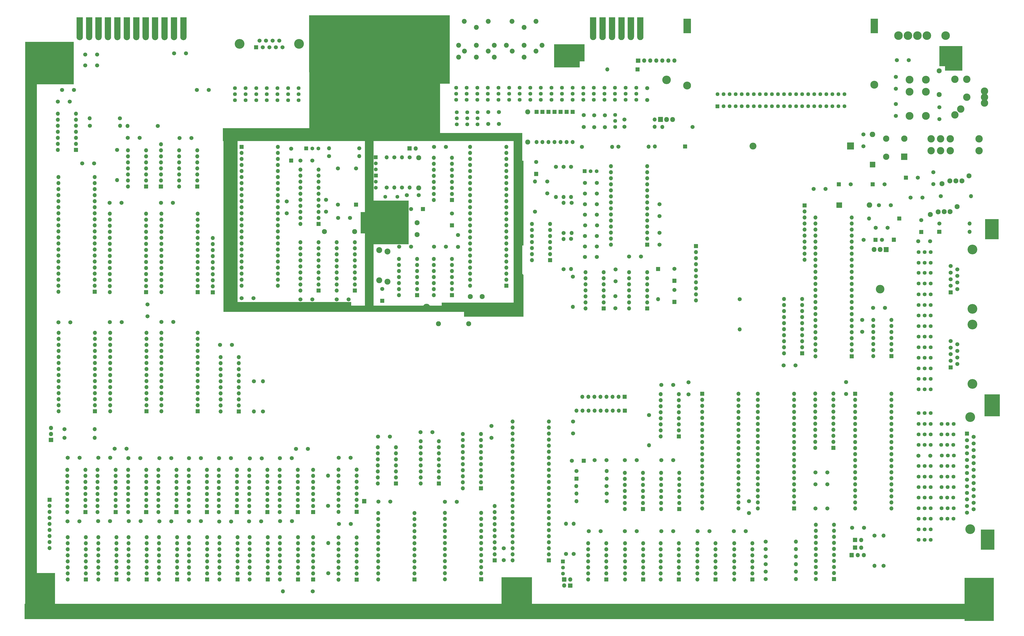
<source format=gbr>
G04 #@! TF.GenerationSoftware,KiCad,Pcbnew,(5.1.10)-1*
G04 #@! TF.CreationDate,2021-06-22T17:34:29+02:00*
G04 #@! TF.ProjectId,Open128,4f70656e-3132-4382-9e6b-696361645f70,3*
G04 #@! TF.SameCoordinates,Original*
G04 #@! TF.FileFunction,Soldermask,Top*
G04 #@! TF.FilePolarity,Negative*
%FSLAX46Y46*%
G04 Gerber Fmt 4.6, Leading zero omitted, Abs format (unit mm)*
G04 Created by KiCad (PCBNEW (5.1.10)-1) date 2021-06-22 17:34:29*
%MOMM*%
%LPD*%
G01*
G04 APERTURE LIST*
%ADD10C,0.100000*%
%ADD11C,1.701600*%
%ADD12O,1.701600X1.701600*%
%ADD13C,1.625600*%
%ADD14C,3.317600*%
%ADD15C,1.609600*%
%ADD16C,2.051600*%
%ADD17C,3.101600*%
%ADD18O,1.801600X1.801600*%
%ADD19C,2.101600*%
%ADD20C,3.101599*%
%ADD21C,3.301601*%
%ADD22C,3.301600*%
%ADD23C,2.641600*%
%ADD24C,3.601600*%
%ADD25C,0.150000*%
%ADD26O,2.501600X2.501600*%
%ADD27C,2.501600*%
%ADD28O,2.301600X2.301600*%
%ADD29C,4.101600*%
%ADD30O,2.101600X2.101600*%
%ADD31O,2.006600X2.101600*%
%ADD32O,3.601600X3.601600*%
%ADD33C,1.601600*%
%ADD34O,2.901599X2.901599*%
G04 APERTURE END LIST*
D10*
G36*
X439953400Y-259537200D02*
G01*
X434365400Y-259537200D01*
X434365400Y-251155200D01*
X439953400Y-251155200D01*
X439953400Y-259537200D01*
G37*
X439953400Y-259537200D02*
X434365400Y-259537200D01*
X434365400Y-251155200D01*
X439953400Y-251155200D01*
X439953400Y-259537200D01*
G36*
X426491400Y-57988200D02*
G01*
X419277800Y-57988200D01*
X419277800Y-56083200D01*
X416966400Y-56083200D01*
X416966400Y-47777400D01*
X426491400Y-47777400D01*
X426491400Y-57988200D01*
G37*
X426491400Y-57988200D02*
X419277800Y-57988200D01*
X419277800Y-56083200D01*
X416966400Y-56083200D01*
X416966400Y-47777400D01*
X426491400Y-47777400D01*
X426491400Y-57988200D01*
G36*
X176022000Y-126492000D02*
G01*
X173736000Y-126492000D01*
X173736000Y-117602000D01*
X176022000Y-117602000D01*
X176022000Y-126492000D01*
G37*
X176022000Y-126492000D02*
X173736000Y-126492000D01*
X173736000Y-117602000D01*
X176022000Y-117602000D01*
X176022000Y-126492000D01*
G36*
X193802000Y-131064000D02*
G01*
X179070000Y-131064000D01*
X179070000Y-112776000D01*
X193802000Y-112776000D01*
X193802000Y-131064000D01*
G37*
X193802000Y-131064000D02*
X179070000Y-131064000D01*
X179070000Y-112776000D01*
X193802000Y-112776000D01*
X193802000Y-131064000D01*
G36*
X179070000Y-157226000D02*
G01*
X175514000Y-157226000D01*
X175514000Y-87630000D01*
X179070000Y-87630000D01*
X179070000Y-157226000D01*
G37*
X179070000Y-157226000D02*
X175514000Y-157226000D01*
X175514000Y-87630000D01*
X179070000Y-87630000D01*
X179070000Y-157226000D01*
G36*
X169672000Y-156972000D02*
G01*
X207772000Y-156972000D01*
X207772000Y-155702000D01*
X237998000Y-155702000D01*
X237998000Y-161544000D01*
X217170000Y-161544000D01*
X217170000Y-159512000D01*
X121920000Y-159512000D01*
X121920000Y-155448000D01*
X169672000Y-155448000D01*
X169672000Y-156972000D01*
G37*
X169672000Y-156972000D02*
X207772000Y-156972000D01*
X207772000Y-155702000D01*
X237998000Y-155702000D01*
X237998000Y-161544000D01*
X217170000Y-161544000D01*
X217170000Y-159512000D01*
X121920000Y-159512000D01*
X121920000Y-155448000D01*
X169672000Y-155448000D01*
X169672000Y-156972000D01*
G36*
X241554000Y-96012000D02*
G01*
X242062000Y-96012000D01*
X242062000Y-131572000D01*
X241554000Y-131572000D01*
X241554000Y-143510000D01*
X242062000Y-144018000D01*
X242062000Y-161544000D01*
X237998000Y-161544000D01*
X237998000Y-87630000D01*
X241554000Y-87630000D01*
X241554000Y-96012000D01*
G37*
X241554000Y-96012000D02*
X242062000Y-96012000D01*
X242062000Y-131572000D01*
X241554000Y-131572000D01*
X241554000Y-143510000D01*
X242062000Y-144018000D01*
X242062000Y-161544000D01*
X237998000Y-161544000D01*
X237998000Y-87630000D01*
X241554000Y-87630000D01*
X241554000Y-96012000D01*
G36*
X207010000Y-84328000D02*
G01*
X241554000Y-84328000D01*
X241554000Y-87630000D01*
X115824000Y-87630000D01*
X115824000Y-82296000D01*
X207010000Y-82296000D01*
X207010000Y-84328000D01*
G37*
X207010000Y-84328000D02*
X241554000Y-84328000D01*
X241554000Y-87630000D01*
X115824000Y-87630000D01*
X115824000Y-82296000D01*
X207010000Y-82296000D01*
X207010000Y-84328000D01*
G36*
X121920000Y-159512000D02*
G01*
X116078000Y-159512000D01*
X116078000Y-87630000D01*
X121920000Y-87630000D01*
X121920000Y-159512000D01*
G37*
X121920000Y-159512000D02*
X116078000Y-159512000D01*
X116078000Y-87630000D01*
X121920000Y-87630000D01*
X121920000Y-159512000D01*
G36*
X267716000Y-54102000D02*
G01*
X265684000Y-54102000D01*
X265684000Y-56642000D01*
X255016000Y-56642000D01*
X255016000Y-46990000D01*
X267716000Y-46990000D01*
X267716000Y-54102000D01*
G37*
X267716000Y-54102000D02*
X265684000Y-54102000D01*
X265684000Y-56642000D01*
X255016000Y-56642000D01*
X255016000Y-46990000D01*
X267716000Y-46990000D01*
X267716000Y-54102000D01*
G36*
X211074000Y-34798000D02*
G01*
X211074000Y-63500000D01*
X207010000Y-63500000D01*
X207010000Y-82296000D01*
X152146000Y-82296000D01*
X152069800Y-34747200D01*
X211074000Y-34798000D01*
G37*
X211074000Y-34798000D02*
X211074000Y-63500000D01*
X207010000Y-63500000D01*
X207010000Y-82296000D01*
X152146000Y-82296000D01*
X152069800Y-34747200D01*
X211074000Y-34798000D01*
G36*
X441706000Y-128905000D02*
G01*
X436118000Y-128905000D01*
X436118000Y-120523000D01*
X441706000Y-120523000D01*
X441706000Y-128905000D01*
G37*
X441706000Y-128905000D02*
X436118000Y-128905000D01*
X436118000Y-120523000D01*
X441706000Y-120523000D01*
X441706000Y-128905000D01*
G36*
X442214000Y-203454000D02*
G01*
X435864000Y-203454000D01*
X435864000Y-194310000D01*
X442214000Y-194310000D01*
X442214000Y-203454000D01*
G37*
X442214000Y-203454000D02*
X435864000Y-203454000D01*
X435864000Y-194310000D01*
X442214000Y-194310000D01*
X442214000Y-203454000D01*
G36*
X439674000Y-289560000D02*
G01*
X427482000Y-289560000D01*
X427482000Y-271526000D01*
X439674000Y-271526000D01*
X439674000Y-289560000D01*
G37*
X439674000Y-289560000D02*
X427482000Y-289560000D01*
X427482000Y-271526000D01*
X439674000Y-271526000D01*
X439674000Y-289560000D01*
G36*
X245618000Y-288290000D02*
G01*
X232918000Y-288290000D01*
X232918000Y-271272000D01*
X245618000Y-271272000D01*
X245618000Y-288290000D01*
G37*
X245618000Y-288290000D02*
X232918000Y-288290000D01*
X232918000Y-271272000D01*
X245618000Y-271272000D01*
X245618000Y-288290000D01*
G36*
X439166000Y-288798000D02*
G01*
X32512000Y-288798000D01*
X32512000Y-282448000D01*
X439166000Y-282448000D01*
X439166000Y-288798000D01*
G37*
X439166000Y-288798000D02*
X32512000Y-288798000D01*
X32512000Y-282448000D01*
X439166000Y-282448000D01*
X439166000Y-288798000D01*
G36*
X45212000Y-287528000D02*
G01*
X32766000Y-287528000D01*
X32766000Y-269494000D01*
X45212000Y-269494000D01*
X45212000Y-287528000D01*
G37*
X45212000Y-287528000D02*
X32766000Y-287528000D01*
X32766000Y-269494000D01*
X45212000Y-269494000D01*
X45212000Y-287528000D01*
G36*
X37592000Y-287528000D02*
G01*
X32766000Y-287528000D01*
X32766000Y-63754000D01*
X37592000Y-63754000D01*
X37592000Y-287528000D01*
G37*
X37592000Y-287528000D02*
X32766000Y-287528000D01*
X32766000Y-63754000D01*
X37592000Y-63754000D01*
X37592000Y-287528000D01*
G36*
X53086000Y-63754000D02*
G01*
X32766000Y-63754000D01*
X32766000Y-45974000D01*
X53086000Y-45974000D01*
X53086000Y-63754000D01*
G37*
X53086000Y-63754000D02*
X32766000Y-63754000D01*
X32766000Y-45974000D01*
X53086000Y-45974000D01*
X53086000Y-63754000D01*
D11*
X266700000Y-90170000D03*
D12*
X279400000Y-90170000D03*
G36*
G01*
X210058000Y-62788800D02*
X206248000Y-62788800D01*
G75*
G02*
X206197200Y-62738000I0J50800D01*
G01*
X206197200Y-56134000D01*
G75*
G02*
X206248000Y-56083200I50800J0D01*
G01*
X210058000Y-56083200D01*
G75*
G02*
X210108800Y-56134000I0J-50800D01*
G01*
X210108800Y-62738000D01*
G75*
G02*
X210058000Y-62788800I-50800J0D01*
G01*
G37*
G36*
G01*
X157480000Y-62788800D02*
X153670000Y-62788800D01*
G75*
G02*
X153619200Y-62738000I0J50800D01*
G01*
X153619200Y-56134000D01*
G75*
G02*
X153670000Y-56083200I50800J0D01*
G01*
X157480000Y-56083200D01*
G75*
G02*
X157530800Y-56134000I0J-50800D01*
G01*
X157530800Y-62738000D01*
G75*
G02*
X157480000Y-62788800I-50800J0D01*
G01*
G37*
G36*
G01*
X178384200Y-40576500D02*
X178384200Y-36766500D01*
G75*
G02*
X178435000Y-36715700I50800J0D01*
G01*
X185039000Y-36715700D01*
G75*
G02*
X185089800Y-36766500I0J-50800D01*
G01*
X185089800Y-40576500D01*
G75*
G02*
X185039000Y-40627300I-50800J0D01*
G01*
X178435000Y-40627300D01*
G75*
G02*
X178384200Y-40576500I0J50800D01*
G01*
G37*
G36*
G01*
X178384200Y-81915000D02*
X178384200Y-78105000D01*
G75*
G02*
X178435000Y-78054200I50800J0D01*
G01*
X185039000Y-78054200D01*
G75*
G02*
X185089800Y-78105000I0J-50800D01*
G01*
X185089800Y-81915000D01*
G75*
G02*
X185039000Y-81965800I-50800J0D01*
G01*
X178435000Y-81965800D01*
G75*
G02*
X178384200Y-81915000I0J50800D01*
G01*
G37*
D13*
X201549000Y-75184000D03*
X199009000Y-75184000D03*
X196469000Y-75184000D03*
X193929000Y-75184000D03*
X169799000Y-75184000D03*
X167259000Y-75184000D03*
X164719000Y-75184000D03*
X162179000Y-75184000D03*
G36*
G01*
X388029320Y-42303960D02*
X388029320Y-36303960D01*
G75*
G02*
X388080120Y-36253160I50800J0D01*
G01*
X391080120Y-36253160D01*
G75*
G02*
X391130920Y-36303960I0J-50800D01*
G01*
X391130920Y-42303960D01*
G75*
G02*
X391080120Y-42354760I-50800J0D01*
G01*
X388080120Y-42354760D01*
G75*
G02*
X388029320Y-42303960I0J50800D01*
G01*
G37*
G36*
G01*
X309396000Y-42303960D02*
X309396000Y-36303960D01*
G75*
G02*
X309446800Y-36253160I50800J0D01*
G01*
X312446800Y-36253160D01*
G75*
G02*
X312497600Y-36303960I0J-50800D01*
G01*
X312497600Y-42303960D01*
G75*
G02*
X312446800Y-42354760I-50800J0D01*
G01*
X309446800Y-42354760D01*
G75*
G02*
X309396000Y-42303960I0J50800D01*
G01*
G37*
D14*
X389580120Y-63957200D03*
X310916320Y-64322960D03*
D15*
X331317600Y-67980560D03*
X377037600Y-67980560D03*
X377037600Y-73060560D03*
X374497600Y-73060560D03*
X374497600Y-67980560D03*
X371957600Y-67980560D03*
X369417600Y-67980560D03*
X366877600Y-67980560D03*
X364337600Y-67980560D03*
X361797600Y-67980560D03*
X359257600Y-67980560D03*
X356717600Y-67980560D03*
X354177600Y-67980560D03*
X351637600Y-67980560D03*
X349097600Y-67980560D03*
X346557600Y-67980560D03*
X344017600Y-67980560D03*
X341477600Y-67980560D03*
X338937600Y-67980560D03*
X336397600Y-67980560D03*
X333857600Y-67980560D03*
X328777600Y-67980560D03*
X326237600Y-67980560D03*
X323697600Y-67980560D03*
X371957600Y-73060560D03*
X369417600Y-73060560D03*
X366877600Y-73060560D03*
X364337600Y-73060560D03*
X361797600Y-73060560D03*
X359257600Y-73060560D03*
X356717600Y-73060560D03*
X354177600Y-73060560D03*
X351637600Y-73060560D03*
X349097600Y-73060560D03*
X346557600Y-73060560D03*
X344017600Y-73060560D03*
X341477600Y-73060560D03*
X338937600Y-73060560D03*
X336397600Y-73060560D03*
X333857600Y-73060560D03*
X331317600Y-73060560D03*
X328777600Y-73060560D03*
X326237600Y-73060560D03*
G36*
G01*
X322892800Y-73814560D02*
X322892800Y-72306560D01*
G75*
G02*
X322943600Y-72255760I50800J0D01*
G01*
X324451600Y-72255760D01*
G75*
G02*
X324502400Y-72306560I0J-50800D01*
G01*
X324502400Y-73814560D01*
G75*
G02*
X324451600Y-73865360I-50800J0D01*
G01*
X322943600Y-73865360D01*
G75*
G02*
X322892800Y-73814560I0J50800D01*
G01*
G37*
D16*
X242453160Y-39883080D03*
X242453160Y-47376080D03*
X237453160Y-49876080D03*
X234953160Y-47376080D03*
X247453160Y-49876080D03*
X249953160Y-47376080D03*
X247406160Y-37343080D03*
X237373160Y-37343080D03*
X242453160Y-52376080D03*
X214877000Y-52371000D03*
X229877000Y-52371000D03*
X222377000Y-39878000D03*
X222377000Y-47371000D03*
X217377000Y-49871000D03*
X214877000Y-47371000D03*
X227377000Y-49871000D03*
X229877000Y-47371000D03*
X227330000Y-37338000D03*
X217297000Y-37338000D03*
X222377000Y-52371000D03*
D17*
X157289500Y-85852000D03*
X201485500Y-85852000D03*
X201485500Y-157734000D03*
X157226000Y-157734000D03*
X240093500Y-119189500D03*
X176784000Y-122555000D03*
X119126000Y-124904500D03*
D18*
X384048000Y-255574800D03*
G36*
G01*
X382358000Y-256475600D02*
X380658000Y-256475600D01*
G75*
G02*
X380607200Y-256424800I0J50800D01*
G01*
X380607200Y-254724800D01*
G75*
G02*
X380658000Y-254674000I50800J0D01*
G01*
X382358000Y-254674000D01*
G75*
G02*
X382408800Y-254724800I0J-50800D01*
G01*
X382408800Y-256424800D01*
G75*
G02*
X382358000Y-256475600I-50800J0D01*
G01*
G37*
D19*
X413100520Y-118628160D03*
X421454520Y-117461160D03*
X416394520Y-117471160D03*
X418944520Y-117461160D03*
X424403520Y-115326160D03*
X418063680Y-105643680D03*
X426417680Y-104476680D03*
X421357680Y-104486680D03*
X423907680Y-104476680D03*
X429366680Y-102341680D03*
D20*
X433646580Y-91792800D03*
X433646580Y-86791800D03*
X421469080Y-86792800D03*
X417469080Y-86792800D03*
D17*
X413469080Y-86792800D03*
D20*
X421469080Y-91792800D03*
X417469080Y-91792800D03*
D17*
X413469080Y-91792800D03*
D11*
X294924480Y-203055220D03*
D12*
X294924480Y-215755220D03*
D11*
X72567800Y-78099920D03*
D12*
X59867800Y-78099920D03*
D11*
X247002300Y-117411500D03*
D12*
X247002300Y-104711500D03*
D11*
X277114000Y-239242600D03*
D12*
X264414000Y-239242600D03*
D11*
X71404480Y-91455240D03*
D12*
X71404480Y-104155240D03*
D11*
X260045200Y-261416800D03*
D12*
X260045200Y-248716800D03*
D11*
X59944000Y-81280000D03*
D12*
X72644000Y-81280000D03*
D11*
X284619700Y-81661000D03*
D12*
X297319700Y-81661000D03*
D11*
X49276000Y-212598000D03*
D12*
X61976000Y-212598000D03*
D11*
X343916000Y-265729720D03*
D12*
X356616000Y-265729720D03*
D11*
X128879600Y-188772800D03*
D12*
X128879600Y-201472800D03*
D11*
X194310000Y-94551500D03*
D12*
X194310000Y-107251500D03*
D11*
X393471400Y-266420600D03*
D12*
X393471400Y-253720600D03*
D11*
X389636000Y-253720600D03*
D12*
X389636000Y-266420600D03*
D11*
X263230600Y-261428000D03*
D12*
X263230600Y-248728000D03*
D11*
X343916000Y-262564880D03*
D12*
X356616000Y-262564880D03*
D11*
X277114000Y-236073950D03*
D12*
X264414000Y-236073950D03*
D11*
X49276000Y-208915000D03*
D12*
X61976000Y-208915000D03*
D11*
X416890200Y-122453400D03*
D12*
X429590200Y-122453400D03*
D11*
X160070800Y-241198400D03*
D12*
X160070800Y-228498400D03*
D11*
X160096200Y-269570200D03*
D12*
X160096200Y-256870200D03*
D11*
X262376920Y-113695480D03*
D12*
X262376920Y-126395480D03*
D11*
X332994000Y-154228800D03*
D12*
X332994000Y-166928800D03*
D11*
X187896500Y-94551500D03*
D12*
X187896500Y-107251500D03*
D11*
X262153400Y-98501200D03*
D12*
X262153400Y-111201200D03*
D11*
X262153400Y-128879600D03*
D12*
X262153400Y-141579600D03*
D11*
X417525200Y-110871000D03*
D12*
X430225200Y-110871000D03*
D11*
X262953500Y-144792700D03*
D12*
X262953500Y-157492700D03*
D11*
X259003800Y-141605000D03*
D12*
X259003800Y-128905000D03*
D11*
X264414000Y-226568000D03*
D12*
X277114000Y-226568000D03*
D11*
X184721500Y-107251500D03*
D12*
X184721500Y-94551500D03*
D11*
X160464500Y-94043500D03*
D12*
X173164500Y-94043500D03*
D11*
X173177200Y-90779600D03*
D12*
X160477200Y-90779600D03*
D11*
X191135000Y-107251500D03*
D12*
X191135000Y-94551500D03*
D11*
X88473280Y-81325720D03*
D12*
X75773280Y-81325720D03*
D11*
X259054600Y-98501200D03*
D12*
X259054600Y-111201200D03*
D11*
X259029200Y-126390400D03*
D12*
X259029200Y-113690400D03*
D11*
X343916000Y-272059400D03*
D12*
X356616000Y-272059400D03*
D11*
X343916000Y-268894560D03*
D12*
X356616000Y-268894560D03*
D11*
X343916000Y-256235200D03*
D12*
X356616000Y-256235200D03*
D11*
X277042880Y-232882440D03*
D12*
X264342880Y-232882440D03*
D11*
X255803400Y-98501200D03*
D12*
X255803400Y-111201200D03*
D11*
X313207400Y-81800700D03*
D12*
X300507400Y-81800700D03*
D11*
X284619700Y-78625700D03*
D12*
X297319700Y-78625700D03*
D11*
X282041600Y-90068400D03*
D12*
X294741600Y-90068400D03*
D11*
X343916000Y-259400040D03*
D12*
X356616000Y-259400040D03*
D11*
X132715000Y-201472800D03*
D12*
X132715000Y-188772800D03*
D21*
X411222000Y-61838840D03*
X404372000Y-61838840D03*
D22*
X411222000Y-66918840D03*
D21*
X404372000Y-66918840D03*
D22*
X411222000Y-77078840D03*
D21*
X404372000Y-77078840D03*
D13*
X143250920Y-65450720D03*
X143250920Y-67990720D03*
X143250920Y-70530720D03*
X147665440Y-65450720D03*
X147665440Y-67990720D03*
X147665440Y-70530720D03*
X120954800Y-65450720D03*
X120954800Y-67990720D03*
X120954800Y-70530720D03*
X125415040Y-65450720D03*
X125415040Y-67990720D03*
X125415040Y-70530720D03*
X138790680Y-65450720D03*
X138790680Y-67990720D03*
X138790680Y-70530720D03*
X134274560Y-65450720D03*
X134274560Y-67990720D03*
X134274560Y-70530720D03*
X129931160Y-65450720D03*
X129931160Y-67990720D03*
X129931160Y-70530720D03*
X214122000Y-80645000D03*
X214122000Y-78105000D03*
X214122000Y-75565000D03*
X218567000Y-80645000D03*
X218567000Y-78105000D03*
X218567000Y-75565000D03*
X280705560Y-76738480D03*
X280705560Y-79278480D03*
X280705560Y-81818480D03*
X227225410Y-65278000D03*
X227225410Y-67818000D03*
X227225410Y-70358000D03*
X236130350Y-65278000D03*
X236130350Y-67818000D03*
X236130350Y-70358000D03*
X231677880Y-65278000D03*
X231677880Y-67818000D03*
X231677880Y-70358000D03*
X245035290Y-65278000D03*
X245035290Y-67818000D03*
X245035290Y-70358000D03*
X249487760Y-65278000D03*
X249487760Y-67818000D03*
X249487760Y-70358000D03*
X253940230Y-65278000D03*
X253940230Y-67818000D03*
X253940230Y-70358000D03*
X258392700Y-65278000D03*
X258392700Y-67818000D03*
X258392700Y-70358000D03*
X262845170Y-65278000D03*
X262845170Y-67818000D03*
X262845170Y-70358000D03*
X240582820Y-65278000D03*
X240582820Y-67818000D03*
X240582820Y-70358000D03*
X276202580Y-65278000D03*
X276202580Y-67818000D03*
X276202580Y-70358000D03*
X280655050Y-65278000D03*
X280655050Y-67818000D03*
X280655050Y-70358000D03*
X271750110Y-65278000D03*
X271750110Y-67818000D03*
X271750110Y-70358000D03*
X267297640Y-65278000D03*
X267297640Y-67818000D03*
X267297640Y-70358000D03*
X289560000Y-65278000D03*
X289560000Y-67818000D03*
X289560000Y-70358000D03*
X285107520Y-65278000D03*
X285107520Y-67818000D03*
X285107520Y-70358000D03*
X408178000Y-192151000D03*
X410718000Y-192151000D03*
X413258000Y-192151000D03*
X222772940Y-65278000D03*
X222772940Y-67818000D03*
X222772940Y-70358000D03*
X213868000Y-65278000D03*
X213868000Y-67818000D03*
X213868000Y-70358000D03*
X218320470Y-65278000D03*
X218320470Y-67818000D03*
X218320470Y-70358000D03*
X222915480Y-80639920D03*
X222915480Y-78099920D03*
X222915480Y-75559920D03*
X417677600Y-215578266D03*
X420217600Y-215578266D03*
X422757600Y-215578266D03*
X417906200Y-220014799D03*
X420446200Y-220014799D03*
X422986200Y-220014799D03*
X417855400Y-233324398D03*
X420395400Y-233324398D03*
X422935400Y-233324398D03*
X408178000Y-224451332D03*
X410718000Y-224451332D03*
X413258000Y-224451332D03*
X417753800Y-228887865D03*
X420293800Y-228887865D03*
X422833800Y-228887865D03*
X408178000Y-228887865D03*
X410718000Y-228887865D03*
X413258000Y-228887865D03*
X417753800Y-224451332D03*
X420293800Y-224451332D03*
X422833800Y-224451332D03*
X408178000Y-233324398D03*
X410718000Y-233324398D03*
X413258000Y-233324398D03*
X417703000Y-237760931D03*
X420243000Y-237760931D03*
X422783000Y-237760931D03*
X408178000Y-237760931D03*
X410718000Y-237760931D03*
X413258000Y-237760931D03*
X408178000Y-255549400D03*
X410718000Y-255549400D03*
X413258000Y-255549400D03*
X417753800Y-211141733D03*
X420293800Y-211141733D03*
X422833800Y-211141733D03*
X408178000Y-211141733D03*
X410718000Y-211141733D03*
X413258000Y-211141733D03*
X408178000Y-215578266D03*
X410718000Y-215578266D03*
X413258000Y-215578266D03*
X417830000Y-206705200D03*
X420370000Y-206705200D03*
X422910000Y-206705200D03*
X408178000Y-206705200D03*
X410718000Y-206705200D03*
X413258000Y-206705200D03*
X408178000Y-202184000D03*
X410718000Y-202184000D03*
X413258000Y-202184000D03*
X417855400Y-242197464D03*
X420395400Y-242197464D03*
X422935400Y-242197464D03*
X417753800Y-246634000D03*
X420293800Y-246634000D03*
X422833800Y-246634000D03*
X408178000Y-246634000D03*
X410718000Y-246634000D03*
X413258000Y-246634000D03*
X408178000Y-251129800D03*
X410718000Y-251129800D03*
X413258000Y-251129800D03*
X408178000Y-242197464D03*
X410718000Y-242197464D03*
X413258000Y-242197464D03*
X408178000Y-161112200D03*
X410718000Y-161112200D03*
X413258000Y-161112200D03*
X408178000Y-143129000D03*
X410718000Y-143129000D03*
X413258000Y-143129000D03*
X408178000Y-147675600D03*
X410718000Y-147675600D03*
X413258000Y-147675600D03*
X408178000Y-152196800D03*
X410718000Y-152196800D03*
X413258000Y-152196800D03*
X408178000Y-156743400D03*
X410718000Y-156743400D03*
X413258000Y-156743400D03*
X408178000Y-138963400D03*
X410718000Y-138963400D03*
X413258000Y-138963400D03*
X408178000Y-134416800D03*
X410718000Y-134416800D03*
X413258000Y-134416800D03*
X408178000Y-174447200D03*
X410718000Y-174447200D03*
X413258000Y-174447200D03*
X408178000Y-178892200D03*
X410718000Y-178892200D03*
X413258000Y-178892200D03*
X408178000Y-183337200D03*
X410718000Y-183337200D03*
X413258000Y-183337200D03*
X408178000Y-187782200D03*
X410718000Y-187782200D03*
X413258000Y-187782200D03*
X408178000Y-170002200D03*
X410718000Y-170002200D03*
X413258000Y-170002200D03*
X408178000Y-165557200D03*
X410718000Y-165557200D03*
X413258000Y-165557200D03*
D23*
X394543280Y-94310200D03*
X394543280Y-86690200D03*
X402163280Y-86690200D03*
G36*
G01*
X403484080Y-93040200D02*
X403484080Y-95580200D01*
G75*
G02*
X403433280Y-95631000I-50800J0D01*
G01*
X400893280Y-95631000D01*
G75*
G02*
X400842480Y-95580200I0J50800D01*
G01*
X400842480Y-93040200D01*
G75*
G02*
X400893280Y-92989400I50800J0D01*
G01*
X403433280Y-92989400D01*
G75*
G02*
X403484080Y-93040200I0J-50800D01*
G01*
G37*
D24*
X419597840Y-43312080D03*
X411673040Y-43312080D03*
X407710640Y-43312080D03*
X403748240Y-43312080D03*
X399785840Y-43312080D03*
D17*
X435919000Y-71715000D03*
X435919000Y-66715000D03*
X435919000Y-69215000D03*
X428419000Y-69215000D03*
X423419000Y-76715000D03*
X423419000Y-61715000D03*
X428419000Y-61715000D03*
X425919000Y-74215000D03*
D25*
G36*
X96601031Y-35632096D02*
G01*
X96610560Y-35634987D01*
X96619343Y-35639681D01*
X96627041Y-35645999D01*
X96633359Y-35653697D01*
X96638053Y-35662480D01*
X96640944Y-35672009D01*
X96641920Y-35681920D01*
X96641920Y-43936920D01*
X96640944Y-43946831D01*
X96640390Y-43948657D01*
X96640390Y-43999236D01*
X96640145Y-44004215D01*
X96627929Y-44128247D01*
X96627198Y-44133178D01*
X96602884Y-44255415D01*
X96601673Y-44260252D01*
X96565494Y-44379517D01*
X96563814Y-44384210D01*
X96516119Y-44499355D01*
X96513988Y-44503862D01*
X96455237Y-44613777D01*
X96452674Y-44618053D01*
X96383433Y-44721681D01*
X96380463Y-44725685D01*
X96301397Y-44822027D01*
X96298049Y-44825721D01*
X96209921Y-44913849D01*
X96206227Y-44917197D01*
X96109885Y-44996263D01*
X96105881Y-44999233D01*
X96002253Y-45068474D01*
X95997977Y-45071037D01*
X95888062Y-45129788D01*
X95883555Y-45131919D01*
X95768410Y-45179614D01*
X95763717Y-45181294D01*
X95644452Y-45217473D01*
X95639615Y-45218684D01*
X95517378Y-45242998D01*
X95512447Y-45243729D01*
X95388415Y-45255945D01*
X95383436Y-45256190D01*
X95258804Y-45256190D01*
X95253825Y-45255945D01*
X95129793Y-45243729D01*
X95124862Y-45242998D01*
X95002625Y-45218684D01*
X94997788Y-45217473D01*
X94878523Y-45181294D01*
X94873830Y-45179614D01*
X94758685Y-45131919D01*
X94754178Y-45129788D01*
X94644263Y-45071037D01*
X94639987Y-45068474D01*
X94536359Y-44999233D01*
X94532355Y-44996263D01*
X94436013Y-44917197D01*
X94432319Y-44913849D01*
X94344191Y-44825721D01*
X94340843Y-44822027D01*
X94261777Y-44725685D01*
X94258807Y-44721681D01*
X94189566Y-44618053D01*
X94187003Y-44613777D01*
X94128252Y-44503862D01*
X94126121Y-44499355D01*
X94078426Y-44384210D01*
X94076746Y-44379517D01*
X94040567Y-44260252D01*
X94039356Y-44255415D01*
X94015042Y-44133178D01*
X94014311Y-44128247D01*
X94002095Y-44004215D01*
X94001850Y-43999236D01*
X94001850Y-43948657D01*
X94001296Y-43946831D01*
X94000320Y-43936920D01*
X94000320Y-35681920D01*
X94001296Y-35672009D01*
X94004187Y-35662480D01*
X94008881Y-35653697D01*
X94015199Y-35645999D01*
X94022897Y-35639681D01*
X94031680Y-35634987D01*
X94041209Y-35632096D01*
X94051120Y-35631120D01*
X96591120Y-35631120D01*
X96601031Y-35632096D01*
G37*
G36*
X92638631Y-35632096D02*
G01*
X92648160Y-35634987D01*
X92656943Y-35639681D01*
X92664641Y-35645999D01*
X92670959Y-35653697D01*
X92675653Y-35662480D01*
X92678544Y-35672009D01*
X92679520Y-35681920D01*
X92679520Y-43936920D01*
X92678544Y-43946831D01*
X92677990Y-43948657D01*
X92677990Y-43999236D01*
X92677745Y-44004215D01*
X92665529Y-44128247D01*
X92664798Y-44133178D01*
X92640484Y-44255415D01*
X92639273Y-44260252D01*
X92603094Y-44379517D01*
X92601414Y-44384210D01*
X92553719Y-44499355D01*
X92551588Y-44503862D01*
X92492837Y-44613777D01*
X92490274Y-44618053D01*
X92421033Y-44721681D01*
X92418063Y-44725685D01*
X92338997Y-44822027D01*
X92335649Y-44825721D01*
X92247521Y-44913849D01*
X92243827Y-44917197D01*
X92147485Y-44996263D01*
X92143481Y-44999233D01*
X92039853Y-45068474D01*
X92035577Y-45071037D01*
X91925662Y-45129788D01*
X91921155Y-45131919D01*
X91806010Y-45179614D01*
X91801317Y-45181294D01*
X91682052Y-45217473D01*
X91677215Y-45218684D01*
X91554978Y-45242998D01*
X91550047Y-45243729D01*
X91426015Y-45255945D01*
X91421036Y-45256190D01*
X91296404Y-45256190D01*
X91291425Y-45255945D01*
X91167393Y-45243729D01*
X91162462Y-45242998D01*
X91040225Y-45218684D01*
X91035388Y-45217473D01*
X90916123Y-45181294D01*
X90911430Y-45179614D01*
X90796285Y-45131919D01*
X90791778Y-45129788D01*
X90681863Y-45071037D01*
X90677587Y-45068474D01*
X90573959Y-44999233D01*
X90569955Y-44996263D01*
X90473613Y-44917197D01*
X90469919Y-44913849D01*
X90381791Y-44825721D01*
X90378443Y-44822027D01*
X90299377Y-44725685D01*
X90296407Y-44721681D01*
X90227166Y-44618053D01*
X90224603Y-44613777D01*
X90165852Y-44503862D01*
X90163721Y-44499355D01*
X90116026Y-44384210D01*
X90114346Y-44379517D01*
X90078167Y-44260252D01*
X90076956Y-44255415D01*
X90052642Y-44133178D01*
X90051911Y-44128247D01*
X90039695Y-44004215D01*
X90039450Y-43999236D01*
X90039450Y-43948657D01*
X90038896Y-43946831D01*
X90037920Y-43936920D01*
X90037920Y-35681920D01*
X90038896Y-35672009D01*
X90041787Y-35662480D01*
X90046481Y-35653697D01*
X90052799Y-35645999D01*
X90060497Y-35639681D01*
X90069280Y-35634987D01*
X90078809Y-35632096D01*
X90088720Y-35631120D01*
X92628720Y-35631120D01*
X92638631Y-35632096D01*
G37*
G36*
X88676231Y-35632096D02*
G01*
X88685760Y-35634987D01*
X88694543Y-35639681D01*
X88702241Y-35645999D01*
X88708559Y-35653697D01*
X88713253Y-35662480D01*
X88716144Y-35672009D01*
X88717120Y-35681920D01*
X88717120Y-43936920D01*
X88716144Y-43946831D01*
X88715590Y-43948657D01*
X88715590Y-43999236D01*
X88715345Y-44004215D01*
X88703129Y-44128247D01*
X88702398Y-44133178D01*
X88678084Y-44255415D01*
X88676873Y-44260252D01*
X88640694Y-44379517D01*
X88639014Y-44384210D01*
X88591319Y-44499355D01*
X88589188Y-44503862D01*
X88530437Y-44613777D01*
X88527874Y-44618053D01*
X88458633Y-44721681D01*
X88455663Y-44725685D01*
X88376597Y-44822027D01*
X88373249Y-44825721D01*
X88285121Y-44913849D01*
X88281427Y-44917197D01*
X88185085Y-44996263D01*
X88181081Y-44999233D01*
X88077453Y-45068474D01*
X88073177Y-45071037D01*
X87963262Y-45129788D01*
X87958755Y-45131919D01*
X87843610Y-45179614D01*
X87838917Y-45181294D01*
X87719652Y-45217473D01*
X87714815Y-45218684D01*
X87592578Y-45242998D01*
X87587647Y-45243729D01*
X87463615Y-45255945D01*
X87458636Y-45256190D01*
X87334004Y-45256190D01*
X87329025Y-45255945D01*
X87204993Y-45243729D01*
X87200062Y-45242998D01*
X87077825Y-45218684D01*
X87072988Y-45217473D01*
X86953723Y-45181294D01*
X86949030Y-45179614D01*
X86833885Y-45131919D01*
X86829378Y-45129788D01*
X86719463Y-45071037D01*
X86715187Y-45068474D01*
X86611559Y-44999233D01*
X86607555Y-44996263D01*
X86511213Y-44917197D01*
X86507519Y-44913849D01*
X86419391Y-44825721D01*
X86416043Y-44822027D01*
X86336977Y-44725685D01*
X86334007Y-44721681D01*
X86264766Y-44618053D01*
X86262203Y-44613777D01*
X86203452Y-44503862D01*
X86201321Y-44499355D01*
X86153626Y-44384210D01*
X86151946Y-44379517D01*
X86115767Y-44260252D01*
X86114556Y-44255415D01*
X86090242Y-44133178D01*
X86089511Y-44128247D01*
X86077295Y-44004215D01*
X86077050Y-43999236D01*
X86077050Y-43948657D01*
X86076496Y-43946831D01*
X86075520Y-43936920D01*
X86075520Y-35681920D01*
X86076496Y-35672009D01*
X86079387Y-35662480D01*
X86084081Y-35653697D01*
X86090399Y-35645999D01*
X86098097Y-35639681D01*
X86106880Y-35634987D01*
X86116409Y-35632096D01*
X86126320Y-35631120D01*
X88666320Y-35631120D01*
X88676231Y-35632096D01*
G37*
G36*
X84713831Y-35632096D02*
G01*
X84723360Y-35634987D01*
X84732143Y-35639681D01*
X84739841Y-35645999D01*
X84746159Y-35653697D01*
X84750853Y-35662480D01*
X84753744Y-35672009D01*
X84754720Y-35681920D01*
X84754720Y-43936920D01*
X84753744Y-43946831D01*
X84753190Y-43948657D01*
X84753190Y-43999236D01*
X84752945Y-44004215D01*
X84740729Y-44128247D01*
X84739998Y-44133178D01*
X84715684Y-44255415D01*
X84714473Y-44260252D01*
X84678294Y-44379517D01*
X84676614Y-44384210D01*
X84628919Y-44499355D01*
X84626788Y-44503862D01*
X84568037Y-44613777D01*
X84565474Y-44618053D01*
X84496233Y-44721681D01*
X84493263Y-44725685D01*
X84414197Y-44822027D01*
X84410849Y-44825721D01*
X84322721Y-44913849D01*
X84319027Y-44917197D01*
X84222685Y-44996263D01*
X84218681Y-44999233D01*
X84115053Y-45068474D01*
X84110777Y-45071037D01*
X84000862Y-45129788D01*
X83996355Y-45131919D01*
X83881210Y-45179614D01*
X83876517Y-45181294D01*
X83757252Y-45217473D01*
X83752415Y-45218684D01*
X83630178Y-45242998D01*
X83625247Y-45243729D01*
X83501215Y-45255945D01*
X83496236Y-45256190D01*
X83371604Y-45256190D01*
X83366625Y-45255945D01*
X83242593Y-45243729D01*
X83237662Y-45242998D01*
X83115425Y-45218684D01*
X83110588Y-45217473D01*
X82991323Y-45181294D01*
X82986630Y-45179614D01*
X82871485Y-45131919D01*
X82866978Y-45129788D01*
X82757063Y-45071037D01*
X82752787Y-45068474D01*
X82649159Y-44999233D01*
X82645155Y-44996263D01*
X82548813Y-44917197D01*
X82545119Y-44913849D01*
X82456991Y-44825721D01*
X82453643Y-44822027D01*
X82374577Y-44725685D01*
X82371607Y-44721681D01*
X82302366Y-44618053D01*
X82299803Y-44613777D01*
X82241052Y-44503862D01*
X82238921Y-44499355D01*
X82191226Y-44384210D01*
X82189546Y-44379517D01*
X82153367Y-44260252D01*
X82152156Y-44255415D01*
X82127842Y-44133178D01*
X82127111Y-44128247D01*
X82114895Y-44004215D01*
X82114650Y-43999236D01*
X82114650Y-43948657D01*
X82114096Y-43946831D01*
X82113120Y-43936920D01*
X82113120Y-35681920D01*
X82114096Y-35672009D01*
X82116987Y-35662480D01*
X82121681Y-35653697D01*
X82127999Y-35645999D01*
X82135697Y-35639681D01*
X82144480Y-35634987D01*
X82154009Y-35632096D01*
X82163920Y-35631120D01*
X84703920Y-35631120D01*
X84713831Y-35632096D01*
G37*
G36*
X80751431Y-35632096D02*
G01*
X80760960Y-35634987D01*
X80769743Y-35639681D01*
X80777441Y-35645999D01*
X80783759Y-35653697D01*
X80788453Y-35662480D01*
X80791344Y-35672009D01*
X80792320Y-35681920D01*
X80792320Y-43936920D01*
X80791344Y-43946831D01*
X80790790Y-43948657D01*
X80790790Y-43999236D01*
X80790545Y-44004215D01*
X80778329Y-44128247D01*
X80777598Y-44133178D01*
X80753284Y-44255415D01*
X80752073Y-44260252D01*
X80715894Y-44379517D01*
X80714214Y-44384210D01*
X80666519Y-44499355D01*
X80664388Y-44503862D01*
X80605637Y-44613777D01*
X80603074Y-44618053D01*
X80533833Y-44721681D01*
X80530863Y-44725685D01*
X80451797Y-44822027D01*
X80448449Y-44825721D01*
X80360321Y-44913849D01*
X80356627Y-44917197D01*
X80260285Y-44996263D01*
X80256281Y-44999233D01*
X80152653Y-45068474D01*
X80148377Y-45071037D01*
X80038462Y-45129788D01*
X80033955Y-45131919D01*
X79918810Y-45179614D01*
X79914117Y-45181294D01*
X79794852Y-45217473D01*
X79790015Y-45218684D01*
X79667778Y-45242998D01*
X79662847Y-45243729D01*
X79538815Y-45255945D01*
X79533836Y-45256190D01*
X79409204Y-45256190D01*
X79404225Y-45255945D01*
X79280193Y-45243729D01*
X79275262Y-45242998D01*
X79153025Y-45218684D01*
X79148188Y-45217473D01*
X79028923Y-45181294D01*
X79024230Y-45179614D01*
X78909085Y-45131919D01*
X78904578Y-45129788D01*
X78794663Y-45071037D01*
X78790387Y-45068474D01*
X78686759Y-44999233D01*
X78682755Y-44996263D01*
X78586413Y-44917197D01*
X78582719Y-44913849D01*
X78494591Y-44825721D01*
X78491243Y-44822027D01*
X78412177Y-44725685D01*
X78409207Y-44721681D01*
X78339966Y-44618053D01*
X78337403Y-44613777D01*
X78278652Y-44503862D01*
X78276521Y-44499355D01*
X78228826Y-44384210D01*
X78227146Y-44379517D01*
X78190967Y-44260252D01*
X78189756Y-44255415D01*
X78165442Y-44133178D01*
X78164711Y-44128247D01*
X78152495Y-44004215D01*
X78152250Y-43999236D01*
X78152250Y-43948657D01*
X78151696Y-43946831D01*
X78150720Y-43936920D01*
X78150720Y-35681920D01*
X78151696Y-35672009D01*
X78154587Y-35662480D01*
X78159281Y-35653697D01*
X78165599Y-35645999D01*
X78173297Y-35639681D01*
X78182080Y-35634987D01*
X78191609Y-35632096D01*
X78201520Y-35631120D01*
X80741520Y-35631120D01*
X80751431Y-35632096D01*
G37*
G36*
X76789031Y-35632096D02*
G01*
X76798560Y-35634987D01*
X76807343Y-35639681D01*
X76815041Y-35645999D01*
X76821359Y-35653697D01*
X76826053Y-35662480D01*
X76828944Y-35672009D01*
X76829920Y-35681920D01*
X76829920Y-43936920D01*
X76828944Y-43946831D01*
X76828390Y-43948657D01*
X76828390Y-43999236D01*
X76828145Y-44004215D01*
X76815929Y-44128247D01*
X76815198Y-44133178D01*
X76790884Y-44255415D01*
X76789673Y-44260252D01*
X76753494Y-44379517D01*
X76751814Y-44384210D01*
X76704119Y-44499355D01*
X76701988Y-44503862D01*
X76643237Y-44613777D01*
X76640674Y-44618053D01*
X76571433Y-44721681D01*
X76568463Y-44725685D01*
X76489397Y-44822027D01*
X76486049Y-44825721D01*
X76397921Y-44913849D01*
X76394227Y-44917197D01*
X76297885Y-44996263D01*
X76293881Y-44999233D01*
X76190253Y-45068474D01*
X76185977Y-45071037D01*
X76076062Y-45129788D01*
X76071555Y-45131919D01*
X75956410Y-45179614D01*
X75951717Y-45181294D01*
X75832452Y-45217473D01*
X75827615Y-45218684D01*
X75705378Y-45242998D01*
X75700447Y-45243729D01*
X75576415Y-45255945D01*
X75571436Y-45256190D01*
X75446804Y-45256190D01*
X75441825Y-45255945D01*
X75317793Y-45243729D01*
X75312862Y-45242998D01*
X75190625Y-45218684D01*
X75185788Y-45217473D01*
X75066523Y-45181294D01*
X75061830Y-45179614D01*
X74946685Y-45131919D01*
X74942178Y-45129788D01*
X74832263Y-45071037D01*
X74827987Y-45068474D01*
X74724359Y-44999233D01*
X74720355Y-44996263D01*
X74624013Y-44917197D01*
X74620319Y-44913849D01*
X74532191Y-44825721D01*
X74528843Y-44822027D01*
X74449777Y-44725685D01*
X74446807Y-44721681D01*
X74377566Y-44618053D01*
X74375003Y-44613777D01*
X74316252Y-44503862D01*
X74314121Y-44499355D01*
X74266426Y-44384210D01*
X74264746Y-44379517D01*
X74228567Y-44260252D01*
X74227356Y-44255415D01*
X74203042Y-44133178D01*
X74202311Y-44128247D01*
X74190095Y-44004215D01*
X74189850Y-43999236D01*
X74189850Y-43948657D01*
X74189296Y-43946831D01*
X74188320Y-43936920D01*
X74188320Y-35681920D01*
X74189296Y-35672009D01*
X74192187Y-35662480D01*
X74196881Y-35653697D01*
X74203199Y-35645999D01*
X74210897Y-35639681D01*
X74219680Y-35634987D01*
X74229209Y-35632096D01*
X74239120Y-35631120D01*
X76779120Y-35631120D01*
X76789031Y-35632096D01*
G37*
G36*
X72826631Y-35632096D02*
G01*
X72836160Y-35634987D01*
X72844943Y-35639681D01*
X72852641Y-35645999D01*
X72858959Y-35653697D01*
X72863653Y-35662480D01*
X72866544Y-35672009D01*
X72867520Y-35681920D01*
X72867520Y-43936920D01*
X72866544Y-43946831D01*
X72865990Y-43948657D01*
X72865990Y-43999236D01*
X72865745Y-44004215D01*
X72853529Y-44128247D01*
X72852798Y-44133178D01*
X72828484Y-44255415D01*
X72827273Y-44260252D01*
X72791094Y-44379517D01*
X72789414Y-44384210D01*
X72741719Y-44499355D01*
X72739588Y-44503862D01*
X72680837Y-44613777D01*
X72678274Y-44618053D01*
X72609033Y-44721681D01*
X72606063Y-44725685D01*
X72526997Y-44822027D01*
X72523649Y-44825721D01*
X72435521Y-44913849D01*
X72431827Y-44917197D01*
X72335485Y-44996263D01*
X72331481Y-44999233D01*
X72227853Y-45068474D01*
X72223577Y-45071037D01*
X72113662Y-45129788D01*
X72109155Y-45131919D01*
X71994010Y-45179614D01*
X71989317Y-45181294D01*
X71870052Y-45217473D01*
X71865215Y-45218684D01*
X71742978Y-45242998D01*
X71738047Y-45243729D01*
X71614015Y-45255945D01*
X71609036Y-45256190D01*
X71484404Y-45256190D01*
X71479425Y-45255945D01*
X71355393Y-45243729D01*
X71350462Y-45242998D01*
X71228225Y-45218684D01*
X71223388Y-45217473D01*
X71104123Y-45181294D01*
X71099430Y-45179614D01*
X70984285Y-45131919D01*
X70979778Y-45129788D01*
X70869863Y-45071037D01*
X70865587Y-45068474D01*
X70761959Y-44999233D01*
X70757955Y-44996263D01*
X70661613Y-44917197D01*
X70657919Y-44913849D01*
X70569791Y-44825721D01*
X70566443Y-44822027D01*
X70487377Y-44725685D01*
X70484407Y-44721681D01*
X70415166Y-44618053D01*
X70412603Y-44613777D01*
X70353852Y-44503862D01*
X70351721Y-44499355D01*
X70304026Y-44384210D01*
X70302346Y-44379517D01*
X70266167Y-44260252D01*
X70264956Y-44255415D01*
X70240642Y-44133178D01*
X70239911Y-44128247D01*
X70227695Y-44004215D01*
X70227450Y-43999236D01*
X70227450Y-43948657D01*
X70226896Y-43946831D01*
X70225920Y-43936920D01*
X70225920Y-35681920D01*
X70226896Y-35672009D01*
X70229787Y-35662480D01*
X70234481Y-35653697D01*
X70240799Y-35645999D01*
X70248497Y-35639681D01*
X70257280Y-35634987D01*
X70266809Y-35632096D01*
X70276720Y-35631120D01*
X72816720Y-35631120D01*
X72826631Y-35632096D01*
G37*
G36*
X68864231Y-35632096D02*
G01*
X68873760Y-35634987D01*
X68882543Y-35639681D01*
X68890241Y-35645999D01*
X68896559Y-35653697D01*
X68901253Y-35662480D01*
X68904144Y-35672009D01*
X68905120Y-35681920D01*
X68905120Y-43936920D01*
X68904144Y-43946831D01*
X68903590Y-43948657D01*
X68903590Y-43999236D01*
X68903345Y-44004215D01*
X68891129Y-44128247D01*
X68890398Y-44133178D01*
X68866084Y-44255415D01*
X68864873Y-44260252D01*
X68828694Y-44379517D01*
X68827014Y-44384210D01*
X68779319Y-44499355D01*
X68777188Y-44503862D01*
X68718437Y-44613777D01*
X68715874Y-44618053D01*
X68646633Y-44721681D01*
X68643663Y-44725685D01*
X68564597Y-44822027D01*
X68561249Y-44825721D01*
X68473121Y-44913849D01*
X68469427Y-44917197D01*
X68373085Y-44996263D01*
X68369081Y-44999233D01*
X68265453Y-45068474D01*
X68261177Y-45071037D01*
X68151262Y-45129788D01*
X68146755Y-45131919D01*
X68031610Y-45179614D01*
X68026917Y-45181294D01*
X67907652Y-45217473D01*
X67902815Y-45218684D01*
X67780578Y-45242998D01*
X67775647Y-45243729D01*
X67651615Y-45255945D01*
X67646636Y-45256190D01*
X67522004Y-45256190D01*
X67517025Y-45255945D01*
X67392993Y-45243729D01*
X67388062Y-45242998D01*
X67265825Y-45218684D01*
X67260988Y-45217473D01*
X67141723Y-45181294D01*
X67137030Y-45179614D01*
X67021885Y-45131919D01*
X67017378Y-45129788D01*
X66907463Y-45071037D01*
X66903187Y-45068474D01*
X66799559Y-44999233D01*
X66795555Y-44996263D01*
X66699213Y-44917197D01*
X66695519Y-44913849D01*
X66607391Y-44825721D01*
X66604043Y-44822027D01*
X66524977Y-44725685D01*
X66522007Y-44721681D01*
X66452766Y-44618053D01*
X66450203Y-44613777D01*
X66391452Y-44503862D01*
X66389321Y-44499355D01*
X66341626Y-44384210D01*
X66339946Y-44379517D01*
X66303767Y-44260252D01*
X66302556Y-44255415D01*
X66278242Y-44133178D01*
X66277511Y-44128247D01*
X66265295Y-44004215D01*
X66265050Y-43999236D01*
X66265050Y-43948657D01*
X66264496Y-43946831D01*
X66263520Y-43936920D01*
X66263520Y-35681920D01*
X66264496Y-35672009D01*
X66267387Y-35662480D01*
X66272081Y-35653697D01*
X66278399Y-35645999D01*
X66286097Y-35639681D01*
X66294880Y-35634987D01*
X66304409Y-35632096D01*
X66314320Y-35631120D01*
X68854320Y-35631120D01*
X68864231Y-35632096D01*
G37*
G36*
X64901831Y-35632096D02*
G01*
X64911360Y-35634987D01*
X64920143Y-35639681D01*
X64927841Y-35645999D01*
X64934159Y-35653697D01*
X64938853Y-35662480D01*
X64941744Y-35672009D01*
X64942720Y-35681920D01*
X64942720Y-43936920D01*
X64941744Y-43946831D01*
X64941190Y-43948657D01*
X64941190Y-43999236D01*
X64940945Y-44004215D01*
X64928729Y-44128247D01*
X64927998Y-44133178D01*
X64903684Y-44255415D01*
X64902473Y-44260252D01*
X64866294Y-44379517D01*
X64864614Y-44384210D01*
X64816919Y-44499355D01*
X64814788Y-44503862D01*
X64756037Y-44613777D01*
X64753474Y-44618053D01*
X64684233Y-44721681D01*
X64681263Y-44725685D01*
X64602197Y-44822027D01*
X64598849Y-44825721D01*
X64510721Y-44913849D01*
X64507027Y-44917197D01*
X64410685Y-44996263D01*
X64406681Y-44999233D01*
X64303053Y-45068474D01*
X64298777Y-45071037D01*
X64188862Y-45129788D01*
X64184355Y-45131919D01*
X64069210Y-45179614D01*
X64064517Y-45181294D01*
X63945252Y-45217473D01*
X63940415Y-45218684D01*
X63818178Y-45242998D01*
X63813247Y-45243729D01*
X63689215Y-45255945D01*
X63684236Y-45256190D01*
X63559604Y-45256190D01*
X63554625Y-45255945D01*
X63430593Y-45243729D01*
X63425662Y-45242998D01*
X63303425Y-45218684D01*
X63298588Y-45217473D01*
X63179323Y-45181294D01*
X63174630Y-45179614D01*
X63059485Y-45131919D01*
X63054978Y-45129788D01*
X62945063Y-45071037D01*
X62940787Y-45068474D01*
X62837159Y-44999233D01*
X62833155Y-44996263D01*
X62736813Y-44917197D01*
X62733119Y-44913849D01*
X62644991Y-44825721D01*
X62641643Y-44822027D01*
X62562577Y-44725685D01*
X62559607Y-44721681D01*
X62490366Y-44618053D01*
X62487803Y-44613777D01*
X62429052Y-44503862D01*
X62426921Y-44499355D01*
X62379226Y-44384210D01*
X62377546Y-44379517D01*
X62341367Y-44260252D01*
X62340156Y-44255415D01*
X62315842Y-44133178D01*
X62315111Y-44128247D01*
X62302895Y-44004215D01*
X62302650Y-43999236D01*
X62302650Y-43948657D01*
X62302096Y-43946831D01*
X62301120Y-43936920D01*
X62301120Y-35681920D01*
X62302096Y-35672009D01*
X62304987Y-35662480D01*
X62309681Y-35653697D01*
X62315999Y-35645999D01*
X62323697Y-35639681D01*
X62332480Y-35634987D01*
X62342009Y-35632096D01*
X62351920Y-35631120D01*
X64891920Y-35631120D01*
X64901831Y-35632096D01*
G37*
G36*
X60939431Y-35632096D02*
G01*
X60948960Y-35634987D01*
X60957743Y-35639681D01*
X60965441Y-35645999D01*
X60971759Y-35653697D01*
X60976453Y-35662480D01*
X60979344Y-35672009D01*
X60980320Y-35681920D01*
X60980320Y-43936920D01*
X60979344Y-43946831D01*
X60978790Y-43948657D01*
X60978790Y-43999236D01*
X60978545Y-44004215D01*
X60966329Y-44128247D01*
X60965598Y-44133178D01*
X60941284Y-44255415D01*
X60940073Y-44260252D01*
X60903894Y-44379517D01*
X60902214Y-44384210D01*
X60854519Y-44499355D01*
X60852388Y-44503862D01*
X60793637Y-44613777D01*
X60791074Y-44618053D01*
X60721833Y-44721681D01*
X60718863Y-44725685D01*
X60639797Y-44822027D01*
X60636449Y-44825721D01*
X60548321Y-44913849D01*
X60544627Y-44917197D01*
X60448285Y-44996263D01*
X60444281Y-44999233D01*
X60340653Y-45068474D01*
X60336377Y-45071037D01*
X60226462Y-45129788D01*
X60221955Y-45131919D01*
X60106810Y-45179614D01*
X60102117Y-45181294D01*
X59982852Y-45217473D01*
X59978015Y-45218684D01*
X59855778Y-45242998D01*
X59850847Y-45243729D01*
X59726815Y-45255945D01*
X59721836Y-45256190D01*
X59597204Y-45256190D01*
X59592225Y-45255945D01*
X59468193Y-45243729D01*
X59463262Y-45242998D01*
X59341025Y-45218684D01*
X59336188Y-45217473D01*
X59216923Y-45181294D01*
X59212230Y-45179614D01*
X59097085Y-45131919D01*
X59092578Y-45129788D01*
X58982663Y-45071037D01*
X58978387Y-45068474D01*
X58874759Y-44999233D01*
X58870755Y-44996263D01*
X58774413Y-44917197D01*
X58770719Y-44913849D01*
X58682591Y-44825721D01*
X58679243Y-44822027D01*
X58600177Y-44725685D01*
X58597207Y-44721681D01*
X58527966Y-44618053D01*
X58525403Y-44613777D01*
X58466652Y-44503862D01*
X58464521Y-44499355D01*
X58416826Y-44384210D01*
X58415146Y-44379517D01*
X58378967Y-44260252D01*
X58377756Y-44255415D01*
X58353442Y-44133178D01*
X58352711Y-44128247D01*
X58340495Y-44004215D01*
X58340250Y-43999236D01*
X58340250Y-43948657D01*
X58339696Y-43946831D01*
X58338720Y-43936920D01*
X58338720Y-35681920D01*
X58339696Y-35672009D01*
X58342587Y-35662480D01*
X58347281Y-35653697D01*
X58353599Y-35645999D01*
X58361297Y-35639681D01*
X58370080Y-35634987D01*
X58379609Y-35632096D01*
X58389520Y-35631120D01*
X60929520Y-35631120D01*
X60939431Y-35632096D01*
G37*
G36*
X100563431Y-35632096D02*
G01*
X100572960Y-35634987D01*
X100581743Y-35639681D01*
X100589441Y-35645999D01*
X100595759Y-35653697D01*
X100600453Y-35662480D01*
X100603344Y-35672009D01*
X100604320Y-35681920D01*
X100604320Y-43936920D01*
X100603344Y-43946831D01*
X100602790Y-43948657D01*
X100602790Y-43999236D01*
X100602545Y-44004215D01*
X100590329Y-44128247D01*
X100589598Y-44133178D01*
X100565284Y-44255415D01*
X100564073Y-44260252D01*
X100527894Y-44379517D01*
X100526214Y-44384210D01*
X100478519Y-44499355D01*
X100476388Y-44503862D01*
X100417637Y-44613777D01*
X100415074Y-44618053D01*
X100345833Y-44721681D01*
X100342863Y-44725685D01*
X100263797Y-44822027D01*
X100260449Y-44825721D01*
X100172321Y-44913849D01*
X100168627Y-44917197D01*
X100072285Y-44996263D01*
X100068281Y-44999233D01*
X99964653Y-45068474D01*
X99960377Y-45071037D01*
X99850462Y-45129788D01*
X99845955Y-45131919D01*
X99730810Y-45179614D01*
X99726117Y-45181294D01*
X99606852Y-45217473D01*
X99602015Y-45218684D01*
X99479778Y-45242998D01*
X99474847Y-45243729D01*
X99350815Y-45255945D01*
X99345836Y-45256190D01*
X99221204Y-45256190D01*
X99216225Y-45255945D01*
X99092193Y-45243729D01*
X99087262Y-45242998D01*
X98965025Y-45218684D01*
X98960188Y-45217473D01*
X98840923Y-45181294D01*
X98836230Y-45179614D01*
X98721085Y-45131919D01*
X98716578Y-45129788D01*
X98606663Y-45071037D01*
X98602387Y-45068474D01*
X98498759Y-44999233D01*
X98494755Y-44996263D01*
X98398413Y-44917197D01*
X98394719Y-44913849D01*
X98306591Y-44825721D01*
X98303243Y-44822027D01*
X98224177Y-44725685D01*
X98221207Y-44721681D01*
X98151966Y-44618053D01*
X98149403Y-44613777D01*
X98090652Y-44503862D01*
X98088521Y-44499355D01*
X98040826Y-44384210D01*
X98039146Y-44379517D01*
X98002967Y-44260252D01*
X98001756Y-44255415D01*
X97977442Y-44133178D01*
X97976711Y-44128247D01*
X97964495Y-44004215D01*
X97964250Y-43999236D01*
X97964250Y-43948657D01*
X97963696Y-43946831D01*
X97962720Y-43936920D01*
X97962720Y-35681920D01*
X97963696Y-35672009D01*
X97966587Y-35662480D01*
X97971281Y-35653697D01*
X97977599Y-35645999D01*
X97985297Y-35639681D01*
X97994080Y-35634987D01*
X98003609Y-35632096D01*
X98013520Y-35631120D01*
X100553520Y-35631120D01*
X100563431Y-35632096D01*
G37*
G36*
X56977031Y-35632096D02*
G01*
X56986560Y-35634987D01*
X56995343Y-35639681D01*
X57003041Y-35645999D01*
X57009359Y-35653697D01*
X57014053Y-35662480D01*
X57016944Y-35672009D01*
X57017920Y-35681920D01*
X57017920Y-43936920D01*
X57016944Y-43946831D01*
X57016390Y-43948657D01*
X57016390Y-43999236D01*
X57016145Y-44004215D01*
X57003929Y-44128247D01*
X57003198Y-44133178D01*
X56978884Y-44255415D01*
X56977673Y-44260252D01*
X56941494Y-44379517D01*
X56939814Y-44384210D01*
X56892119Y-44499355D01*
X56889988Y-44503862D01*
X56831237Y-44613777D01*
X56828674Y-44618053D01*
X56759433Y-44721681D01*
X56756463Y-44725685D01*
X56677397Y-44822027D01*
X56674049Y-44825721D01*
X56585921Y-44913849D01*
X56582227Y-44917197D01*
X56485885Y-44996263D01*
X56481881Y-44999233D01*
X56378253Y-45068474D01*
X56373977Y-45071037D01*
X56264062Y-45129788D01*
X56259555Y-45131919D01*
X56144410Y-45179614D01*
X56139717Y-45181294D01*
X56020452Y-45217473D01*
X56015615Y-45218684D01*
X55893378Y-45242998D01*
X55888447Y-45243729D01*
X55764415Y-45255945D01*
X55759436Y-45256190D01*
X55634804Y-45256190D01*
X55629825Y-45255945D01*
X55505793Y-45243729D01*
X55500862Y-45242998D01*
X55378625Y-45218684D01*
X55373788Y-45217473D01*
X55254523Y-45181294D01*
X55249830Y-45179614D01*
X55134685Y-45131919D01*
X55130178Y-45129788D01*
X55020263Y-45071037D01*
X55015987Y-45068474D01*
X54912359Y-44999233D01*
X54908355Y-44996263D01*
X54812013Y-44917197D01*
X54808319Y-44913849D01*
X54720191Y-44825721D01*
X54716843Y-44822027D01*
X54637777Y-44725685D01*
X54634807Y-44721681D01*
X54565566Y-44618053D01*
X54563003Y-44613777D01*
X54504252Y-44503862D01*
X54502121Y-44499355D01*
X54454426Y-44384210D01*
X54452746Y-44379517D01*
X54416567Y-44260252D01*
X54415356Y-44255415D01*
X54391042Y-44133178D01*
X54390311Y-44128247D01*
X54378095Y-44004215D01*
X54377850Y-43999236D01*
X54377850Y-43948657D01*
X54377296Y-43946831D01*
X54376320Y-43936920D01*
X54376320Y-35681920D01*
X54377296Y-35672009D01*
X54380187Y-35662480D01*
X54384881Y-35653697D01*
X54391199Y-35645999D01*
X54398897Y-35639681D01*
X54407680Y-35634987D01*
X54417209Y-35632096D01*
X54427120Y-35631120D01*
X56967120Y-35631120D01*
X56977031Y-35632096D01*
G37*
G36*
X292541711Y-35611776D02*
G01*
X292551240Y-35614667D01*
X292560023Y-35619361D01*
X292567721Y-35625679D01*
X292574039Y-35633377D01*
X292578733Y-35642160D01*
X292581624Y-35651689D01*
X292582600Y-35661600D01*
X292582600Y-43916600D01*
X292581624Y-43926511D01*
X292581070Y-43928337D01*
X292581070Y-43978916D01*
X292580825Y-43983895D01*
X292568609Y-44107927D01*
X292567878Y-44112858D01*
X292543564Y-44235095D01*
X292542353Y-44239932D01*
X292506174Y-44359197D01*
X292504494Y-44363890D01*
X292456799Y-44479035D01*
X292454668Y-44483542D01*
X292395917Y-44593457D01*
X292393354Y-44597733D01*
X292324113Y-44701361D01*
X292321143Y-44705365D01*
X292242077Y-44801707D01*
X292238729Y-44805401D01*
X292150601Y-44893529D01*
X292146907Y-44896877D01*
X292050565Y-44975943D01*
X292046561Y-44978913D01*
X291942933Y-45048154D01*
X291938657Y-45050717D01*
X291828742Y-45109468D01*
X291824235Y-45111599D01*
X291709090Y-45159294D01*
X291704397Y-45160974D01*
X291585132Y-45197153D01*
X291580295Y-45198364D01*
X291458058Y-45222678D01*
X291453127Y-45223409D01*
X291329095Y-45235625D01*
X291324116Y-45235870D01*
X291199484Y-45235870D01*
X291194505Y-45235625D01*
X291070473Y-45223409D01*
X291065542Y-45222678D01*
X290943305Y-45198364D01*
X290938468Y-45197153D01*
X290819203Y-45160974D01*
X290814510Y-45159294D01*
X290699365Y-45111599D01*
X290694858Y-45109468D01*
X290584943Y-45050717D01*
X290580667Y-45048154D01*
X290477039Y-44978913D01*
X290473035Y-44975943D01*
X290376693Y-44896877D01*
X290372999Y-44893529D01*
X290284871Y-44805401D01*
X290281523Y-44801707D01*
X290202457Y-44705365D01*
X290199487Y-44701361D01*
X290130246Y-44597733D01*
X290127683Y-44593457D01*
X290068932Y-44483542D01*
X290066801Y-44479035D01*
X290019106Y-44363890D01*
X290017426Y-44359197D01*
X289981247Y-44239932D01*
X289980036Y-44235095D01*
X289955722Y-44112858D01*
X289954991Y-44107927D01*
X289942775Y-43983895D01*
X289942530Y-43978916D01*
X289942530Y-43928337D01*
X289941976Y-43926511D01*
X289941000Y-43916600D01*
X289941000Y-35661600D01*
X289941976Y-35651689D01*
X289944867Y-35642160D01*
X289949561Y-35633377D01*
X289955879Y-35625679D01*
X289963577Y-35619361D01*
X289972360Y-35614667D01*
X289981889Y-35611776D01*
X289991800Y-35610800D01*
X292531800Y-35610800D01*
X292541711Y-35611776D01*
G37*
G36*
X288579311Y-35611776D02*
G01*
X288588840Y-35614667D01*
X288597623Y-35619361D01*
X288605321Y-35625679D01*
X288611639Y-35633377D01*
X288616333Y-35642160D01*
X288619224Y-35651689D01*
X288620200Y-35661600D01*
X288620200Y-43916600D01*
X288619224Y-43926511D01*
X288618670Y-43928337D01*
X288618670Y-43978916D01*
X288618425Y-43983895D01*
X288606209Y-44107927D01*
X288605478Y-44112858D01*
X288581164Y-44235095D01*
X288579953Y-44239932D01*
X288543774Y-44359197D01*
X288542094Y-44363890D01*
X288494399Y-44479035D01*
X288492268Y-44483542D01*
X288433517Y-44593457D01*
X288430954Y-44597733D01*
X288361713Y-44701361D01*
X288358743Y-44705365D01*
X288279677Y-44801707D01*
X288276329Y-44805401D01*
X288188201Y-44893529D01*
X288184507Y-44896877D01*
X288088165Y-44975943D01*
X288084161Y-44978913D01*
X287980533Y-45048154D01*
X287976257Y-45050717D01*
X287866342Y-45109468D01*
X287861835Y-45111599D01*
X287746690Y-45159294D01*
X287741997Y-45160974D01*
X287622732Y-45197153D01*
X287617895Y-45198364D01*
X287495658Y-45222678D01*
X287490727Y-45223409D01*
X287366695Y-45235625D01*
X287361716Y-45235870D01*
X287237084Y-45235870D01*
X287232105Y-45235625D01*
X287108073Y-45223409D01*
X287103142Y-45222678D01*
X286980905Y-45198364D01*
X286976068Y-45197153D01*
X286856803Y-45160974D01*
X286852110Y-45159294D01*
X286736965Y-45111599D01*
X286732458Y-45109468D01*
X286622543Y-45050717D01*
X286618267Y-45048154D01*
X286514639Y-44978913D01*
X286510635Y-44975943D01*
X286414293Y-44896877D01*
X286410599Y-44893529D01*
X286322471Y-44805401D01*
X286319123Y-44801707D01*
X286240057Y-44705365D01*
X286237087Y-44701361D01*
X286167846Y-44597733D01*
X286165283Y-44593457D01*
X286106532Y-44483542D01*
X286104401Y-44479035D01*
X286056706Y-44363890D01*
X286055026Y-44359197D01*
X286018847Y-44239932D01*
X286017636Y-44235095D01*
X285993322Y-44112858D01*
X285992591Y-44107927D01*
X285980375Y-43983895D01*
X285980130Y-43978916D01*
X285980130Y-43928337D01*
X285979576Y-43926511D01*
X285978600Y-43916600D01*
X285978600Y-35661600D01*
X285979576Y-35651689D01*
X285982467Y-35642160D01*
X285987161Y-35633377D01*
X285993479Y-35625679D01*
X286001177Y-35619361D01*
X286009960Y-35614667D01*
X286019489Y-35611776D01*
X286029400Y-35610800D01*
X288569400Y-35610800D01*
X288579311Y-35611776D01*
G37*
G36*
X284616911Y-35611776D02*
G01*
X284626440Y-35614667D01*
X284635223Y-35619361D01*
X284642921Y-35625679D01*
X284649239Y-35633377D01*
X284653933Y-35642160D01*
X284656824Y-35651689D01*
X284657800Y-35661600D01*
X284657800Y-43916600D01*
X284656824Y-43926511D01*
X284656270Y-43928337D01*
X284656270Y-43978916D01*
X284656025Y-43983895D01*
X284643809Y-44107927D01*
X284643078Y-44112858D01*
X284618764Y-44235095D01*
X284617553Y-44239932D01*
X284581374Y-44359197D01*
X284579694Y-44363890D01*
X284531999Y-44479035D01*
X284529868Y-44483542D01*
X284471117Y-44593457D01*
X284468554Y-44597733D01*
X284399313Y-44701361D01*
X284396343Y-44705365D01*
X284317277Y-44801707D01*
X284313929Y-44805401D01*
X284225801Y-44893529D01*
X284222107Y-44896877D01*
X284125765Y-44975943D01*
X284121761Y-44978913D01*
X284018133Y-45048154D01*
X284013857Y-45050717D01*
X283903942Y-45109468D01*
X283899435Y-45111599D01*
X283784290Y-45159294D01*
X283779597Y-45160974D01*
X283660332Y-45197153D01*
X283655495Y-45198364D01*
X283533258Y-45222678D01*
X283528327Y-45223409D01*
X283404295Y-45235625D01*
X283399316Y-45235870D01*
X283274684Y-45235870D01*
X283269705Y-45235625D01*
X283145673Y-45223409D01*
X283140742Y-45222678D01*
X283018505Y-45198364D01*
X283013668Y-45197153D01*
X282894403Y-45160974D01*
X282889710Y-45159294D01*
X282774565Y-45111599D01*
X282770058Y-45109468D01*
X282660143Y-45050717D01*
X282655867Y-45048154D01*
X282552239Y-44978913D01*
X282548235Y-44975943D01*
X282451893Y-44896877D01*
X282448199Y-44893529D01*
X282360071Y-44805401D01*
X282356723Y-44801707D01*
X282277657Y-44705365D01*
X282274687Y-44701361D01*
X282205446Y-44597733D01*
X282202883Y-44593457D01*
X282144132Y-44483542D01*
X282142001Y-44479035D01*
X282094306Y-44363890D01*
X282092626Y-44359197D01*
X282056447Y-44239932D01*
X282055236Y-44235095D01*
X282030922Y-44112858D01*
X282030191Y-44107927D01*
X282017975Y-43983895D01*
X282017730Y-43978916D01*
X282017730Y-43928337D01*
X282017176Y-43926511D01*
X282016200Y-43916600D01*
X282016200Y-35661600D01*
X282017176Y-35651689D01*
X282020067Y-35642160D01*
X282024761Y-35633377D01*
X282031079Y-35625679D01*
X282038777Y-35619361D01*
X282047560Y-35614667D01*
X282057089Y-35611776D01*
X282067000Y-35610800D01*
X284607000Y-35610800D01*
X284616911Y-35611776D01*
G37*
G36*
X280654511Y-35611776D02*
G01*
X280664040Y-35614667D01*
X280672823Y-35619361D01*
X280680521Y-35625679D01*
X280686839Y-35633377D01*
X280691533Y-35642160D01*
X280694424Y-35651689D01*
X280695400Y-35661600D01*
X280695400Y-43916600D01*
X280694424Y-43926511D01*
X280693870Y-43928337D01*
X280693870Y-43978916D01*
X280693625Y-43983895D01*
X280681409Y-44107927D01*
X280680678Y-44112858D01*
X280656364Y-44235095D01*
X280655153Y-44239932D01*
X280618974Y-44359197D01*
X280617294Y-44363890D01*
X280569599Y-44479035D01*
X280567468Y-44483542D01*
X280508717Y-44593457D01*
X280506154Y-44597733D01*
X280436913Y-44701361D01*
X280433943Y-44705365D01*
X280354877Y-44801707D01*
X280351529Y-44805401D01*
X280263401Y-44893529D01*
X280259707Y-44896877D01*
X280163365Y-44975943D01*
X280159361Y-44978913D01*
X280055733Y-45048154D01*
X280051457Y-45050717D01*
X279941542Y-45109468D01*
X279937035Y-45111599D01*
X279821890Y-45159294D01*
X279817197Y-45160974D01*
X279697932Y-45197153D01*
X279693095Y-45198364D01*
X279570858Y-45222678D01*
X279565927Y-45223409D01*
X279441895Y-45235625D01*
X279436916Y-45235870D01*
X279312284Y-45235870D01*
X279307305Y-45235625D01*
X279183273Y-45223409D01*
X279178342Y-45222678D01*
X279056105Y-45198364D01*
X279051268Y-45197153D01*
X278932003Y-45160974D01*
X278927310Y-45159294D01*
X278812165Y-45111599D01*
X278807658Y-45109468D01*
X278697743Y-45050717D01*
X278693467Y-45048154D01*
X278589839Y-44978913D01*
X278585835Y-44975943D01*
X278489493Y-44896877D01*
X278485799Y-44893529D01*
X278397671Y-44805401D01*
X278394323Y-44801707D01*
X278315257Y-44705365D01*
X278312287Y-44701361D01*
X278243046Y-44597733D01*
X278240483Y-44593457D01*
X278181732Y-44483542D01*
X278179601Y-44479035D01*
X278131906Y-44363890D01*
X278130226Y-44359197D01*
X278094047Y-44239932D01*
X278092836Y-44235095D01*
X278068522Y-44112858D01*
X278067791Y-44107927D01*
X278055575Y-43983895D01*
X278055330Y-43978916D01*
X278055330Y-43928337D01*
X278054776Y-43926511D01*
X278053800Y-43916600D01*
X278053800Y-35661600D01*
X278054776Y-35651689D01*
X278057667Y-35642160D01*
X278062361Y-35633377D01*
X278068679Y-35625679D01*
X278076377Y-35619361D01*
X278085160Y-35614667D01*
X278094689Y-35611776D01*
X278104600Y-35610800D01*
X280644600Y-35610800D01*
X280654511Y-35611776D01*
G37*
G36*
X276692111Y-35611776D02*
G01*
X276701640Y-35614667D01*
X276710423Y-35619361D01*
X276718121Y-35625679D01*
X276724439Y-35633377D01*
X276729133Y-35642160D01*
X276732024Y-35651689D01*
X276733000Y-35661600D01*
X276733000Y-43916600D01*
X276732024Y-43926511D01*
X276731470Y-43928337D01*
X276731470Y-43978916D01*
X276731225Y-43983895D01*
X276719009Y-44107927D01*
X276718278Y-44112858D01*
X276693964Y-44235095D01*
X276692753Y-44239932D01*
X276656574Y-44359197D01*
X276654894Y-44363890D01*
X276607199Y-44479035D01*
X276605068Y-44483542D01*
X276546317Y-44593457D01*
X276543754Y-44597733D01*
X276474513Y-44701361D01*
X276471543Y-44705365D01*
X276392477Y-44801707D01*
X276389129Y-44805401D01*
X276301001Y-44893529D01*
X276297307Y-44896877D01*
X276200965Y-44975943D01*
X276196961Y-44978913D01*
X276093333Y-45048154D01*
X276089057Y-45050717D01*
X275979142Y-45109468D01*
X275974635Y-45111599D01*
X275859490Y-45159294D01*
X275854797Y-45160974D01*
X275735532Y-45197153D01*
X275730695Y-45198364D01*
X275608458Y-45222678D01*
X275603527Y-45223409D01*
X275479495Y-45235625D01*
X275474516Y-45235870D01*
X275349884Y-45235870D01*
X275344905Y-45235625D01*
X275220873Y-45223409D01*
X275215942Y-45222678D01*
X275093705Y-45198364D01*
X275088868Y-45197153D01*
X274969603Y-45160974D01*
X274964910Y-45159294D01*
X274849765Y-45111599D01*
X274845258Y-45109468D01*
X274735343Y-45050717D01*
X274731067Y-45048154D01*
X274627439Y-44978913D01*
X274623435Y-44975943D01*
X274527093Y-44896877D01*
X274523399Y-44893529D01*
X274435271Y-44805401D01*
X274431923Y-44801707D01*
X274352857Y-44705365D01*
X274349887Y-44701361D01*
X274280646Y-44597733D01*
X274278083Y-44593457D01*
X274219332Y-44483542D01*
X274217201Y-44479035D01*
X274169506Y-44363890D01*
X274167826Y-44359197D01*
X274131647Y-44239932D01*
X274130436Y-44235095D01*
X274106122Y-44112858D01*
X274105391Y-44107927D01*
X274093175Y-43983895D01*
X274092930Y-43978916D01*
X274092930Y-43928337D01*
X274092376Y-43926511D01*
X274091400Y-43916600D01*
X274091400Y-35661600D01*
X274092376Y-35651689D01*
X274095267Y-35642160D01*
X274099961Y-35633377D01*
X274106279Y-35625679D01*
X274113977Y-35619361D01*
X274122760Y-35614667D01*
X274132289Y-35611776D01*
X274142200Y-35610800D01*
X276682200Y-35610800D01*
X276692111Y-35611776D01*
G37*
G36*
X272729711Y-35611776D02*
G01*
X272739240Y-35614667D01*
X272748023Y-35619361D01*
X272755721Y-35625679D01*
X272762039Y-35633377D01*
X272766733Y-35642160D01*
X272769624Y-35651689D01*
X272770600Y-35661600D01*
X272770600Y-43916600D01*
X272769624Y-43926511D01*
X272769070Y-43928337D01*
X272769070Y-43978916D01*
X272768825Y-43983895D01*
X272756609Y-44107927D01*
X272755878Y-44112858D01*
X272731564Y-44235095D01*
X272730353Y-44239932D01*
X272694174Y-44359197D01*
X272692494Y-44363890D01*
X272644799Y-44479035D01*
X272642668Y-44483542D01*
X272583917Y-44593457D01*
X272581354Y-44597733D01*
X272512113Y-44701361D01*
X272509143Y-44705365D01*
X272430077Y-44801707D01*
X272426729Y-44805401D01*
X272338601Y-44893529D01*
X272334907Y-44896877D01*
X272238565Y-44975943D01*
X272234561Y-44978913D01*
X272130933Y-45048154D01*
X272126657Y-45050717D01*
X272016742Y-45109468D01*
X272012235Y-45111599D01*
X271897090Y-45159294D01*
X271892397Y-45160974D01*
X271773132Y-45197153D01*
X271768295Y-45198364D01*
X271646058Y-45222678D01*
X271641127Y-45223409D01*
X271517095Y-45235625D01*
X271512116Y-45235870D01*
X271387484Y-45235870D01*
X271382505Y-45235625D01*
X271258473Y-45223409D01*
X271253542Y-45222678D01*
X271131305Y-45198364D01*
X271126468Y-45197153D01*
X271007203Y-45160974D01*
X271002510Y-45159294D01*
X270887365Y-45111599D01*
X270882858Y-45109468D01*
X270772943Y-45050717D01*
X270768667Y-45048154D01*
X270665039Y-44978913D01*
X270661035Y-44975943D01*
X270564693Y-44896877D01*
X270560999Y-44893529D01*
X270472871Y-44805401D01*
X270469523Y-44801707D01*
X270390457Y-44705365D01*
X270387487Y-44701361D01*
X270318246Y-44597733D01*
X270315683Y-44593457D01*
X270256932Y-44483542D01*
X270254801Y-44479035D01*
X270207106Y-44363890D01*
X270205426Y-44359197D01*
X270169247Y-44239932D01*
X270168036Y-44235095D01*
X270143722Y-44112858D01*
X270142991Y-44107927D01*
X270130775Y-43983895D01*
X270130530Y-43978916D01*
X270130530Y-43928337D01*
X270129976Y-43926511D01*
X270129000Y-43916600D01*
X270129000Y-35661600D01*
X270129976Y-35651689D01*
X270132867Y-35642160D01*
X270137561Y-35633377D01*
X270143879Y-35625679D01*
X270151577Y-35619361D01*
X270160360Y-35614667D01*
X270169889Y-35611776D01*
X270179800Y-35610800D01*
X272719800Y-35610800D01*
X272729711Y-35611776D01*
G37*
D19*
X197485000Y-127047000D03*
X197485000Y-122047000D03*
D26*
X181533800Y-146329400D03*
D27*
X181533800Y-133629400D03*
D26*
X185064400Y-146913600D03*
D27*
X185064400Y-134213600D03*
D11*
X385093200Y-129311400D03*
G36*
G01*
X390944000Y-128511400D02*
X390944000Y-130111400D01*
G75*
G02*
X390893200Y-130162200I-50800J0D01*
G01*
X389293200Y-130162200D01*
G75*
G02*
X389242400Y-130111400I0J50800D01*
G01*
X389242400Y-128511400D01*
G75*
G02*
X389293200Y-128460600I50800J0D01*
G01*
X390893200Y-128460600D01*
G75*
G02*
X390944000Y-128511400I0J-50800D01*
G01*
G37*
X392764000Y-129235200D03*
G36*
G01*
X398614800Y-128435200D02*
X398614800Y-130035200D01*
G75*
G02*
X398564000Y-130086000I-50800J0D01*
G01*
X396964000Y-130086000D01*
G75*
G02*
X396913200Y-130035200I0J50800D01*
G01*
X396913200Y-128435200D01*
G75*
G02*
X396964000Y-128384400I50800J0D01*
G01*
X398564000Y-128384400D01*
G75*
G02*
X398614800Y-128435200I0J-50800D01*
G01*
G37*
D28*
X388848600Y-84912200D03*
G36*
G01*
X389948600Y-98763000D02*
X387748600Y-98763000D01*
G75*
G02*
X387697800Y-98712200I0J50800D01*
G01*
X387697800Y-96512200D01*
G75*
G02*
X387748600Y-96461400I50800J0D01*
G01*
X389948600Y-96461400D01*
G75*
G02*
X389999400Y-96512200I0J-50800D01*
G01*
X389999400Y-98712200D01*
G75*
G02*
X389948600Y-98763000I-50800J0D01*
G01*
G37*
X387553200Y-114655600D03*
G36*
G01*
X373702400Y-115755600D02*
X373702400Y-113555600D01*
G75*
G02*
X373753200Y-113504800I50800J0D01*
G01*
X375953200Y-113504800D01*
G75*
G02*
X376004000Y-113555600I0J-50800D01*
G01*
X376004000Y-115755600D01*
G75*
G02*
X375953200Y-115806400I-50800J0D01*
G01*
X373753200Y-115806400D01*
G75*
G02*
X373702400Y-115755600I0J50800D01*
G01*
G37*
D11*
X48260000Y-66167000D03*
X53260000Y-66167000D03*
X109902000Y-66167000D03*
X104902000Y-66167000D03*
D29*
X147884800Y-46834920D03*
X122884800Y-46834920D03*
D11*
X139539800Y-45414920D03*
X136769800Y-45414920D03*
X133999800Y-45414920D03*
X131229800Y-45414920D03*
X140924800Y-48254920D03*
X138154800Y-48254920D03*
X135384800Y-48254920D03*
X132614800Y-48254920D03*
G36*
G01*
X128994000Y-49054920D02*
X128994000Y-47454920D01*
G75*
G02*
X129044800Y-47404120I50800J0D01*
G01*
X130644800Y-47404120D01*
G75*
G02*
X130695600Y-47454920I0J-50800D01*
G01*
X130695600Y-49054920D01*
G75*
G02*
X130644800Y-49105720I-50800J0D01*
G01*
X129044800Y-49105720D01*
G75*
G02*
X128994000Y-49054920I0J50800D01*
G01*
G37*
X379650000Y-105918000D03*
G36*
G01*
X373799200Y-106718000D02*
X373799200Y-105118000D01*
G75*
G02*
X373850000Y-105067200I50800J0D01*
G01*
X375450000Y-105067200D01*
G75*
G02*
X375500800Y-105118000I0J-50800D01*
G01*
X375500800Y-106718000D01*
G75*
G02*
X375450000Y-106768800I-50800J0D01*
G01*
X373850000Y-106768800D01*
G75*
G02*
X373799200Y-106718000I0J50800D01*
G01*
G37*
X407844000Y-103124000D03*
G36*
G01*
X401993200Y-103924000D02*
X401993200Y-102324000D01*
G75*
G02*
X402044000Y-102273200I50800J0D01*
G01*
X403644000Y-102273200D01*
G75*
G02*
X403694800Y-102324000I0J-50800D01*
G01*
X403694800Y-103924000D01*
G75*
G02*
X403644000Y-103974800I-50800J0D01*
G01*
X402044000Y-103974800D01*
G75*
G02*
X401993200Y-103924000I0J50800D01*
G01*
G37*
X393874000Y-105918000D03*
G36*
G01*
X388023200Y-106718000D02*
X388023200Y-105118000D01*
G75*
G02*
X388074000Y-105067200I50800J0D01*
G01*
X389674000Y-105067200D01*
G75*
G02*
X389724800Y-105118000I0J-50800D01*
G01*
X389724800Y-106718000D01*
G75*
G02*
X389674000Y-106768800I-50800J0D01*
G01*
X388074000Y-106768800D01*
G75*
G02*
X388023200Y-106718000I0J50800D01*
G01*
G37*
D18*
X259283200Y-274751800D03*
G36*
G01*
X260973200Y-273851000D02*
X262673200Y-273851000D01*
G75*
G02*
X262724000Y-273901800I0J-50800D01*
G01*
X262724000Y-275601800D01*
G75*
G02*
X262673200Y-275652600I-50800J0D01*
G01*
X260973200Y-275652600D01*
G75*
G02*
X260922400Y-275601800I0J50800D01*
G01*
X260922400Y-273901800D01*
G75*
G02*
X260973200Y-273851000I50800J0D01*
G01*
G37*
X261823200Y-272199100D03*
G36*
G01*
X260133200Y-273099900D02*
X258433200Y-273099900D01*
G75*
G02*
X258382400Y-273049100I0J50800D01*
G01*
X258382400Y-271349100D01*
G75*
G02*
X258433200Y-271298300I50800J0D01*
G01*
X260133200Y-271298300D01*
G75*
G02*
X260184000Y-271349100I0J-50800D01*
G01*
X260184000Y-273049100D01*
G75*
G02*
X260133200Y-273099900I-50800J0D01*
G01*
G37*
G36*
G01*
X174359200Y-240118000D02*
X174359200Y-238418000D01*
G75*
G02*
X174410000Y-238367200I50800J0D01*
G01*
X176110000Y-238367200D01*
G75*
G02*
X176160800Y-238418000I0J-50800D01*
G01*
X176160800Y-240118000D01*
G75*
G02*
X176110000Y-240168800I-50800J0D01*
G01*
X174410000Y-240168800D01*
G75*
G02*
X174359200Y-240118000I0J50800D01*
G01*
G37*
X196850000Y-90805000D03*
G36*
G01*
X195160000Y-91705800D02*
X193460000Y-91705800D01*
G75*
G02*
X193409200Y-91655000I0J50800D01*
G01*
X193409200Y-89955000D01*
G75*
G02*
X193460000Y-89904200I50800J0D01*
G01*
X195160000Y-89904200D01*
G75*
G02*
X195210800Y-89955000I0J-50800D01*
G01*
X195210800Y-91655000D01*
G75*
G02*
X195160000Y-91705800I-50800J0D01*
G01*
G37*
X385165600Y-261950200D03*
X382625600Y-261950200D03*
G36*
G01*
X380935600Y-262851000D02*
X379235600Y-262851000D01*
G75*
G02*
X379184800Y-262800200I0J50800D01*
G01*
X379184800Y-261100200D01*
G75*
G02*
X379235600Y-261049400I50800J0D01*
G01*
X380935600Y-261049400D01*
G75*
G02*
X380986400Y-261100200I0J-50800D01*
G01*
X380986400Y-262800200D01*
G75*
G02*
X380935600Y-262851000I-50800J0D01*
G01*
G37*
X384048000Y-258800600D03*
G36*
G01*
X382358000Y-259701400D02*
X380658000Y-259701400D01*
G75*
G02*
X380607200Y-259650600I0J50800D01*
G01*
X380607200Y-257950600D01*
G75*
G02*
X380658000Y-257899800I50800J0D01*
G01*
X382358000Y-257899800D01*
G75*
G02*
X382408800Y-257950600I0J-50800D01*
G01*
X382408800Y-259650600D01*
G75*
G02*
X382358000Y-259701400I-50800J0D01*
G01*
G37*
D30*
X243967000Y-75412600D03*
D19*
X243967000Y-88112600D03*
D31*
X304860960Y-78623160D03*
X302320960Y-78623160D03*
G36*
G01*
X298777660Y-79623160D02*
X298777660Y-77623160D01*
G75*
G02*
X298828460Y-77572360I50800J0D01*
G01*
X300733460Y-77572360D01*
G75*
G02*
X300784260Y-77623160I0J-50800D01*
G01*
X300784260Y-79623160D01*
G75*
G02*
X300733460Y-79673960I-50800J0D01*
G01*
X298828460Y-79673960D01*
G75*
G02*
X298777660Y-79623160I0J50800D01*
G01*
G37*
D32*
X302320960Y-61963160D03*
D12*
X266898120Y-195315840D03*
X269438120Y-195315840D03*
X271978120Y-195315840D03*
X274518120Y-195315840D03*
X277058120Y-195315840D03*
X279598120Y-195315840D03*
X282138120Y-195315840D03*
G36*
G01*
X285528920Y-194515840D02*
X285528920Y-196115840D01*
G75*
G02*
X285478120Y-196166640I-50800J0D01*
G01*
X283878120Y-196166640D01*
G75*
G02*
X283827320Y-196115840I0J50800D01*
G01*
X283827320Y-194515840D01*
G75*
G02*
X283878120Y-194465040I50800J0D01*
G01*
X285478120Y-194465040D01*
G75*
G02*
X285528920Y-194515840I0J-50800D01*
G01*
G37*
X153817320Y-254431800D03*
X153817320Y-256971800D03*
X153817320Y-259511800D03*
X153817320Y-262051800D03*
X153817320Y-264591800D03*
X153817320Y-267131800D03*
X153817320Y-269671800D03*
G36*
G01*
X154617320Y-273062600D02*
X153017320Y-273062600D01*
G75*
G02*
X152966520Y-273011800I0J50800D01*
G01*
X152966520Y-271411800D01*
G75*
G02*
X153017320Y-271361000I50800J0D01*
G01*
X154617320Y-271361000D01*
G75*
G02*
X154668120Y-271411800I0J-50800D01*
G01*
X154668120Y-273011800D01*
G75*
G02*
X154617320Y-273062600I-50800J0D01*
G01*
G37*
G36*
G01*
X192364900Y-123760200D02*
X192364900Y-122560200D01*
G75*
G02*
X192415700Y-122509400I50800J0D01*
G01*
X193615700Y-122509400D01*
G75*
G02*
X193666500Y-122560200I0J-50800D01*
G01*
X193666500Y-123760200D01*
G75*
G02*
X193615700Y-123811000I-50800J0D01*
G01*
X192415700Y-123811000D01*
G75*
G02*
X192364900Y-123760200I0J50800D01*
G01*
G37*
G36*
G01*
X179664900Y-123760200D02*
X179664900Y-122560200D01*
G75*
G02*
X179715700Y-122509400I50800J0D01*
G01*
X180915700Y-122509400D01*
G75*
G02*
X180966500Y-122560200I0J-50800D01*
G01*
X180966500Y-123760200D01*
G75*
G02*
X180915700Y-123811000I-50800J0D01*
G01*
X179715700Y-123811000D01*
G75*
G02*
X179664900Y-123760200I0J50800D01*
G01*
G37*
G36*
G01*
X181075700Y-127146000D02*
X181075700Y-113646000D01*
G75*
G02*
X181126500Y-113595200I50800J0D01*
G01*
X192126500Y-113595200D01*
G75*
G02*
X192177300Y-113646000I0J-50800D01*
G01*
X192177300Y-127146000D01*
G75*
G02*
X192126500Y-127196800I-50800J0D01*
G01*
X181126500Y-127196800D01*
G75*
G02*
X181075700Y-127146000I0J50800D01*
G01*
G37*
D33*
X189180300Y-111146000D03*
X184125700Y-111146000D03*
D12*
X245745000Y-137795000D03*
X253365000Y-122555000D03*
X245745000Y-135255000D03*
X253365000Y-125095000D03*
X245745000Y-132715000D03*
X253365000Y-127635000D03*
X245745000Y-130175000D03*
X253365000Y-130175000D03*
X245745000Y-127635000D03*
X253365000Y-132715000D03*
X245745000Y-125095000D03*
X253365000Y-135255000D03*
X245745000Y-122555000D03*
G36*
G01*
X254215800Y-136995000D02*
X254215800Y-138595000D01*
G75*
G02*
X254165000Y-138645800I-50800J0D01*
G01*
X252565000Y-138645800D01*
G75*
G02*
X252514200Y-138595000I0J50800D01*
G01*
X252514200Y-136995000D01*
G75*
G02*
X252565000Y-136944200I50800J0D01*
G01*
X254165000Y-136944200D01*
G75*
G02*
X254215800Y-136995000I0J-50800D01*
G01*
G37*
X315234320Y-272161000D03*
X322854320Y-256921000D03*
X315234320Y-269621000D03*
X322854320Y-259461000D03*
X315234320Y-267081000D03*
X322854320Y-262001000D03*
X315234320Y-264541000D03*
X322854320Y-264541000D03*
X315234320Y-262001000D03*
X322854320Y-267081000D03*
X315234320Y-259461000D03*
X322854320Y-269621000D03*
X315234320Y-256921000D03*
G36*
G01*
X323705120Y-271361000D02*
X323705120Y-272961000D01*
G75*
G02*
X323654320Y-273011800I-50800J0D01*
G01*
X322054320Y-273011800D01*
G75*
G02*
X322003520Y-272961000I0J50800D01*
G01*
X322003520Y-271361000D01*
G75*
G02*
X322054320Y-271310200I50800J0D01*
G01*
X323654320Y-271310200D01*
G75*
G02*
X323705120Y-271361000I0J-50800D01*
G01*
G37*
X330708000Y-272161000D03*
X338328000Y-256921000D03*
X330708000Y-269621000D03*
X338328000Y-259461000D03*
X330708000Y-267081000D03*
X338328000Y-262001000D03*
X330708000Y-264541000D03*
X338328000Y-264541000D03*
X330708000Y-262001000D03*
X338328000Y-267081000D03*
X330708000Y-259461000D03*
X338328000Y-269621000D03*
X330708000Y-256921000D03*
G36*
G01*
X339178800Y-271361000D02*
X339178800Y-272961000D01*
G75*
G02*
X339128000Y-273011800I-50800J0D01*
G01*
X337528000Y-273011800D01*
G75*
G02*
X337477200Y-272961000I0J50800D01*
G01*
X337477200Y-271361000D01*
G75*
G02*
X337528000Y-271310200I50800J0D01*
G01*
X339128000Y-271310200D01*
G75*
G02*
X339178800Y-271361000I0J-50800D01*
G01*
G37*
D11*
X315294000Y-251866400D03*
X320294000Y-251866400D03*
X330534000Y-251866400D03*
X335534000Y-251866400D03*
D12*
X89824560Y-89042240D03*
X89824560Y-91582240D03*
X89824560Y-94122240D03*
X89824560Y-96662240D03*
X89824560Y-99202240D03*
X89824560Y-101742240D03*
X89824560Y-104282240D03*
G36*
G01*
X90624560Y-107673040D02*
X89024560Y-107673040D01*
G75*
G02*
X88973760Y-107622240I0J50800D01*
G01*
X88973760Y-106022240D01*
G75*
G02*
X89024560Y-105971440I50800J0D01*
G01*
X90624560Y-105971440D01*
G75*
G02*
X90675360Y-106022240I0J-50800D01*
G01*
X90675360Y-107622240D01*
G75*
G02*
X90624560Y-107673040I-50800J0D01*
G01*
G37*
D11*
X46536600Y-71130160D03*
X51536600Y-71130160D03*
D18*
X305587400Y-53868320D03*
X303047400Y-53868320D03*
X300507400Y-53868320D03*
X297967400Y-53868320D03*
X295427400Y-53868320D03*
X292887400Y-53868320D03*
G36*
G01*
X291197400Y-54769120D02*
X289497400Y-54769120D01*
G75*
G02*
X289446600Y-54718320I0J50800D01*
G01*
X289446600Y-53018320D01*
G75*
G02*
X289497400Y-52967520I50800J0D01*
G01*
X291197400Y-52967520D01*
G75*
G02*
X291248200Y-53018320I0J-50800D01*
G01*
X291248200Y-54718320D01*
G75*
G02*
X291197400Y-54769120I-50800J0D01*
G01*
G37*
D12*
X396748000Y-194056000D03*
X381508000Y-242316000D03*
X396748000Y-196596000D03*
X381508000Y-239776000D03*
X396748000Y-199136000D03*
X381508000Y-237236000D03*
X396748000Y-201676000D03*
X381508000Y-234696000D03*
X396748000Y-204216000D03*
X381508000Y-232156000D03*
X396748000Y-206756000D03*
X381508000Y-229616000D03*
X396748000Y-209296000D03*
X381508000Y-227076000D03*
X396748000Y-211836000D03*
X381508000Y-224536000D03*
X396748000Y-214376000D03*
X381508000Y-221996000D03*
X396748000Y-216916000D03*
X381508000Y-219456000D03*
X396748000Y-219456000D03*
X381508000Y-216916000D03*
X396748000Y-221996000D03*
X381508000Y-214376000D03*
X396748000Y-224536000D03*
X381508000Y-211836000D03*
X396748000Y-227076000D03*
X381508000Y-209296000D03*
X396748000Y-229616000D03*
X381508000Y-206756000D03*
X396748000Y-232156000D03*
X381508000Y-204216000D03*
X396748000Y-234696000D03*
X381508000Y-201676000D03*
X396748000Y-237236000D03*
X381508000Y-199136000D03*
X396748000Y-239776000D03*
X381508000Y-196596000D03*
X396748000Y-242316000D03*
G36*
G01*
X380657200Y-194856000D02*
X380657200Y-193256000D01*
G75*
G02*
X380708000Y-193205200I50800J0D01*
G01*
X382308000Y-193205200D01*
G75*
G02*
X382358800Y-193256000I0J-50800D01*
G01*
X382358800Y-194856000D01*
G75*
G02*
X382308000Y-194906800I-50800J0D01*
G01*
X380708000Y-194906800D01*
G75*
G02*
X380657200Y-194856000I0J50800D01*
G01*
G37*
X278955500Y-131318000D03*
X294195500Y-98298000D03*
X278955500Y-128778000D03*
X294195500Y-100838000D03*
X278955500Y-126238000D03*
X294195500Y-103378000D03*
X278955500Y-123698000D03*
X294195500Y-105918000D03*
X278955500Y-121158000D03*
X294195500Y-108458000D03*
X278955500Y-118618000D03*
X294195500Y-110998000D03*
X278955500Y-116078000D03*
X294195500Y-113538000D03*
X278955500Y-113538000D03*
X294195500Y-116078000D03*
X278955500Y-110998000D03*
X294195500Y-118618000D03*
X278955500Y-108458000D03*
X294195500Y-121158000D03*
X278955500Y-105918000D03*
X294195500Y-123698000D03*
X278955500Y-103378000D03*
X294195500Y-126238000D03*
X278955500Y-100838000D03*
X294195500Y-128778000D03*
X278955500Y-98298000D03*
G36*
G01*
X295046300Y-130518000D02*
X295046300Y-132118000D01*
G75*
G02*
X294995500Y-132168800I-50800J0D01*
G01*
X293395500Y-132168800D01*
G75*
G02*
X293344700Y-132118000I0J50800D01*
G01*
X293344700Y-130518000D01*
G75*
G02*
X293395500Y-130467200I50800J0D01*
G01*
X294995500Y-130467200D01*
G75*
G02*
X295046300Y-130518000I0J-50800D01*
G01*
G37*
D11*
X416966400Y-78482200D03*
X416966400Y-73482200D03*
D19*
X416864800Y-68166000D03*
X416864800Y-58166000D03*
D11*
X385238000Y-250469400D03*
X380238000Y-250469400D03*
D12*
X180949600Y-231800400D03*
X188569600Y-216560400D03*
X180949600Y-229260400D03*
X188569600Y-219100400D03*
X180949600Y-226720400D03*
X188569600Y-221640400D03*
X180949600Y-224180400D03*
X188569600Y-224180400D03*
X180949600Y-221640400D03*
X188569600Y-226720400D03*
X180949600Y-219100400D03*
X188569600Y-229260400D03*
X180949600Y-216560400D03*
G36*
G01*
X189420400Y-231000400D02*
X189420400Y-232600400D01*
G75*
G02*
X189369600Y-232651200I-50800J0D01*
G01*
X187769600Y-232651200D01*
G75*
G02*
X187718800Y-232600400I0J50800D01*
G01*
X187718800Y-231000400D01*
G75*
G02*
X187769600Y-230949600I50800J0D01*
G01*
X189369600Y-230949600D01*
G75*
G02*
X189420400Y-231000400I0J-50800D01*
G01*
G37*
D11*
X181080400Y-212115400D03*
X186080400Y-212115400D03*
D12*
X141119200Y-277190200D03*
D11*
X153619200Y-277190200D03*
X268055080Y-123139200D03*
X273055080Y-123139200D03*
X284737800Y-221996000D03*
X289737800Y-221996000D03*
X139805400Y-221132400D03*
X144805400Y-221132400D03*
X127207000Y-221208600D03*
X132207000Y-221208600D03*
X114278400Y-221132400D03*
X119278400Y-221132400D03*
X101603800Y-221132400D03*
X106603800Y-221132400D03*
X89157800Y-221132400D03*
X94157800Y-221132400D03*
X76153000Y-221132400D03*
X81153000Y-221132400D03*
X63529200Y-220980000D03*
X68529200Y-220980000D03*
X139881600Y-247599200D03*
X144881600Y-247599200D03*
X126902200Y-247726200D03*
X131902200Y-247726200D03*
X114303800Y-247802400D03*
X119303800Y-247802400D03*
X101603800Y-247599200D03*
X106603800Y-247599200D03*
X89183200Y-247700800D03*
X94183200Y-247700800D03*
X76305400Y-247650000D03*
X81305400Y-247650000D03*
X50549800Y-247700800D03*
X55549800Y-247700800D03*
X198936600Y-210210400D03*
X203936600Y-210210400D03*
X63478400Y-247675400D03*
X68478400Y-247675400D03*
X114694960Y-173431200D03*
X119694960Y-173431200D03*
D12*
X97510600Y-106807000D03*
X105130600Y-91567000D03*
X97510600Y-104267000D03*
X105130600Y-94107000D03*
X97510600Y-101727000D03*
X105130600Y-96647000D03*
X97510600Y-99187000D03*
X105130600Y-99187000D03*
X97510600Y-96647000D03*
X105130600Y-101727000D03*
X97510600Y-94107000D03*
X105130600Y-104267000D03*
X97510600Y-91567000D03*
G36*
G01*
X105981400Y-106007000D02*
X105981400Y-107607000D01*
G75*
G02*
X105930600Y-107657800I-50800J0D01*
G01*
X104330600Y-107657800D01*
G75*
G02*
X104279800Y-107607000I0J50800D01*
G01*
X104279800Y-106007000D01*
G75*
G02*
X104330600Y-105956200I50800J0D01*
G01*
X105930600Y-105956200D01*
G75*
G02*
X105981400Y-106007000I0J-50800D01*
G01*
G37*
D11*
X97616000Y-86436200D03*
X102616000Y-86436200D03*
X189945000Y-132143500D03*
X194945000Y-132143500D03*
X204550000Y-132143500D03*
X209550000Y-132143500D03*
X128698000Y-153797000D03*
X123698000Y-153797000D03*
X148416000Y-95885000D03*
X153416000Y-95885000D03*
X50626000Y-220980000D03*
X55626000Y-220980000D03*
X384479800Y-162995600D03*
X384479800Y-167995600D03*
X159194500Y-112458500D03*
X159194500Y-117458500D03*
X351489000Y-182118000D03*
X356489000Y-182118000D03*
X231876600Y-80539600D03*
X231876600Y-75539600D03*
X142684500Y-118093500D03*
X142684500Y-113093500D03*
X193120000Y-110490000D03*
X198120000Y-110490000D03*
X214693500Y-127207000D03*
X214693500Y-132207000D03*
X395194800Y-124180600D03*
X390194800Y-124180600D03*
X396490200Y-114731800D03*
X391490200Y-114731800D03*
X408131000Y-220091000D03*
X413131000Y-220091000D03*
X280847800Y-141735800D03*
X280847800Y-146735800D03*
X267973800Y-105333800D03*
X272973800Y-105333800D03*
X377723400Y-189132200D03*
X377723400Y-194132200D03*
X272973800Y-114252828D03*
X267973800Y-114252828D03*
X272973800Y-118712342D03*
X267973800Y-118712342D03*
X414375600Y-100791000D03*
X414375600Y-105791000D03*
X385013200Y-89912200D03*
X385013200Y-84912200D03*
X409799800Y-111480600D03*
X404799800Y-111480600D03*
X398653000Y-72089000D03*
X398653000Y-77089000D03*
X398653000Y-60659000D03*
X398653000Y-65659000D03*
X399063200Y-53670200D03*
X404063200Y-53670200D03*
X227393500Y-75543400D03*
X227393500Y-80543400D03*
X280822400Y-158023560D03*
X280822400Y-153023560D03*
X277034000Y-221996000D03*
X272034000Y-221996000D03*
X169274500Y-120015000D03*
X164274500Y-120015000D03*
X267973800Y-132090884D03*
X272973800Y-132090884D03*
X252209300Y-104740700D03*
X252209300Y-109740700D03*
X299288200Y-131339600D03*
X299288200Y-126339600D03*
X299300900Y-119300000D03*
X299300900Y-114300000D03*
X267973800Y-109793314D03*
X272973800Y-109793314D03*
X62992000Y-51308000D03*
X57992000Y-51308000D03*
X62992000Y-55880000D03*
X57992000Y-55880000D03*
X364062000Y-107848400D03*
X369062000Y-107848400D03*
X100387160Y-50754280D03*
X95387160Y-50754280D03*
X276352000Y-76826100D03*
X276352000Y-81826100D03*
X336956400Y-244268000D03*
X336956400Y-239268000D03*
X271907000Y-76826100D03*
X271907000Y-81826100D03*
X267512800Y-76800700D03*
X267512800Y-81800700D03*
X408054800Y-129895600D03*
X413054800Y-129895600D03*
X294170100Y-70430400D03*
X294170100Y-65430400D03*
X286528500Y-136334500D03*
X291528500Y-136334500D03*
X146612600Y-217246200D03*
X151612600Y-217246200D03*
X75383400Y-217144600D03*
X70383400Y-217144600D03*
X84201000Y-156464000D03*
X84201000Y-161464000D03*
X269624800Y-251866400D03*
X274624800Y-251866400D03*
X284737800Y-251866400D03*
X289737800Y-251866400D03*
X68294240Y-113680240D03*
X73294240Y-113680240D03*
X89894400Y-113665000D03*
X94894400Y-113665000D03*
X89996000Y-163830000D03*
X94996000Y-163830000D03*
X68370440Y-163896040D03*
X73370440Y-163896040D03*
X46800760Y-164007800D03*
X51800760Y-164007800D03*
X75873600Y-86324440D03*
X80873600Y-86324440D03*
X209597000Y-90170000D03*
X204597000Y-90170000D03*
X272970000Y-136461500D03*
X267970000Y-136461500D03*
X153463000Y-154305000D03*
X148463000Y-154305000D03*
X168703000Y-154305000D03*
X163703000Y-154305000D03*
X209147400Y-239471200D03*
X214147400Y-239471200D03*
X181182000Y-239395000D03*
X186182000Y-239395000D03*
X228752400Y-207598000D03*
X228752400Y-212598000D03*
X300054000Y-221996000D03*
X305054000Y-221996000D03*
X164595800Y-248793000D03*
X169595800Y-248793000D03*
X164545000Y-220929200D03*
X169545000Y-220929200D03*
X364824000Y-227126800D03*
X369824000Y-227126800D03*
X364824000Y-242316000D03*
X369824000Y-242316000D03*
X263029700Y-205718400D03*
X263029700Y-210718400D03*
X364824000Y-232156000D03*
X369824000Y-232156000D03*
X300079400Y-251866400D03*
X305079400Y-251866400D03*
X394077200Y-157886400D03*
X389077200Y-157886400D03*
X311480200Y-189259200D03*
X311480200Y-194259200D03*
X267973800Y-127631370D03*
X272973800Y-127631370D03*
X61774080Y-97134680D03*
X56774080Y-97134680D03*
X300104800Y-190347600D03*
X305104800Y-190347600D03*
X233908600Y-259033000D03*
X233908600Y-264033000D03*
D12*
X189865000Y-152527000D03*
X197485000Y-137287000D03*
X189865000Y-149987000D03*
X197485000Y-139827000D03*
X189865000Y-147447000D03*
X197485000Y-142367000D03*
X189865000Y-144907000D03*
X197485000Y-144907000D03*
X189865000Y-142367000D03*
X197485000Y-147447000D03*
X189865000Y-139827000D03*
X197485000Y-149987000D03*
X189865000Y-137287000D03*
G36*
G01*
X198335800Y-151727000D02*
X198335800Y-153327000D01*
G75*
G02*
X198285000Y-153377800I-50800J0D01*
G01*
X196685000Y-153377800D01*
G75*
G02*
X196634200Y-153327000I0J50800D01*
G01*
X196634200Y-151727000D01*
G75*
G02*
X196685000Y-151676200I50800J0D01*
G01*
X198285000Y-151676200D01*
G75*
G02*
X198335800Y-151727000I0J-50800D01*
G01*
G37*
G36*
G01*
X257949000Y-265392600D02*
X257949000Y-263892600D01*
G75*
G02*
X257999800Y-263841800I50800J0D01*
G01*
X259499800Y-263841800D01*
G75*
G02*
X259550600Y-263892600I0J-50800D01*
G01*
X259550600Y-265392600D01*
G75*
G02*
X259499800Y-265443400I-50800J0D01*
G01*
X257999800Y-265443400D01*
G75*
G02*
X257949000Y-265392600I0J50800D01*
G01*
G37*
D33*
X258749800Y-269722600D03*
X258749800Y-267182600D03*
G36*
G01*
X179348700Y-102985000D02*
X179348700Y-101485000D01*
G75*
G02*
X179399500Y-101434200I50800J0D01*
G01*
X180899500Y-101434200D01*
G75*
G02*
X180950300Y-101485000I0J-50800D01*
G01*
X180950300Y-102985000D01*
G75*
G02*
X180899500Y-103035800I-50800J0D01*
G01*
X179399500Y-103035800D01*
G75*
G02*
X179348700Y-102985000I0J50800D01*
G01*
G37*
X180149500Y-107315000D03*
X180149500Y-104775000D03*
G36*
G01*
X179285200Y-95301500D02*
X179285200Y-93801500D01*
G75*
G02*
X179336000Y-93750700I50800J0D01*
G01*
X180836000Y-93750700D01*
G75*
G02*
X180886800Y-93801500I0J-50800D01*
G01*
X180886800Y-95301500D01*
G75*
G02*
X180836000Y-95352300I-50800J0D01*
G01*
X179336000Y-95352300D01*
G75*
G02*
X179285200Y-95301500I0J50800D01*
G01*
G37*
X180086000Y-99631500D03*
X180086000Y-97091500D03*
G36*
G01*
X268593000Y-101181600D02*
X267093000Y-101181600D01*
G75*
G02*
X267042200Y-101130800I0J50800D01*
G01*
X267042200Y-99630800D01*
G75*
G02*
X267093000Y-99580000I50800J0D01*
G01*
X268593000Y-99580000D01*
G75*
G02*
X268643800Y-99630800I0J-50800D01*
G01*
X268643800Y-101130800D01*
G75*
G02*
X268593000Y-101181600I-50800J0D01*
G01*
G37*
X272923000Y-100380800D03*
X270383000Y-100380800D03*
G36*
G01*
X151626000Y-91605800D02*
X150126000Y-91605800D01*
G75*
G02*
X150075200Y-91555000I0J50800D01*
G01*
X150075200Y-90055000D01*
G75*
G02*
X150126000Y-90004200I50800J0D01*
G01*
X151626000Y-90004200D01*
G75*
G02*
X151676800Y-90055000I0J-50800D01*
G01*
X151676800Y-91555000D01*
G75*
G02*
X151626000Y-91605800I-50800J0D01*
G01*
G37*
X155956000Y-90805000D03*
X153416000Y-90805000D03*
D12*
X332486000Y-194056000D03*
X317246000Y-242316000D03*
X332486000Y-196596000D03*
X317246000Y-239776000D03*
X332486000Y-199136000D03*
X317246000Y-237236000D03*
X332486000Y-201676000D03*
X317246000Y-234696000D03*
X332486000Y-204216000D03*
X317246000Y-232156000D03*
X332486000Y-206756000D03*
X317246000Y-229616000D03*
X332486000Y-209296000D03*
X317246000Y-227076000D03*
X332486000Y-211836000D03*
X317246000Y-224536000D03*
X332486000Y-214376000D03*
X317246000Y-221996000D03*
X332486000Y-216916000D03*
X317246000Y-219456000D03*
X332486000Y-219456000D03*
X317246000Y-216916000D03*
X332486000Y-221996000D03*
X317246000Y-214376000D03*
X332486000Y-224536000D03*
X317246000Y-211836000D03*
X332486000Y-227076000D03*
X317246000Y-209296000D03*
X332486000Y-229616000D03*
X317246000Y-206756000D03*
X332486000Y-232156000D03*
X317246000Y-204216000D03*
X332486000Y-234696000D03*
X317246000Y-201676000D03*
X332486000Y-237236000D03*
X317246000Y-199136000D03*
X332486000Y-239776000D03*
X317246000Y-196596000D03*
X332486000Y-242316000D03*
G36*
G01*
X316395200Y-194856000D02*
X316395200Y-193256000D01*
G75*
G02*
X316446000Y-193205200I50800J0D01*
G01*
X318046000Y-193205200D01*
G75*
G02*
X318096800Y-193256000I0J-50800D01*
G01*
X318096800Y-194856000D01*
G75*
G02*
X318046000Y-194906800I-50800J0D01*
G01*
X316446000Y-194906800D01*
G75*
G02*
X316395200Y-194856000I0J50800D01*
G01*
G37*
D19*
X224790000Y-153162000D03*
X219790000Y-153162000D03*
D18*
X43647360Y-208396840D03*
X43647360Y-210936840D03*
G36*
G01*
X44548160Y-212626840D02*
X44548160Y-214326840D01*
G75*
G02*
X44497360Y-214377640I-50800J0D01*
G01*
X42797360Y-214377640D01*
G75*
G02*
X42746560Y-214326840I0J50800D01*
G01*
X42746560Y-212626840D01*
G75*
G02*
X42797360Y-212576040I50800J0D01*
G01*
X44497360Y-212576040D01*
G75*
G02*
X44548160Y-212626840I0J-50800D01*
G01*
G37*
D12*
X340614000Y-242306000D03*
X355854000Y-194046000D03*
X340614000Y-239766000D03*
X355854000Y-196586000D03*
X340614000Y-237226000D03*
X355854000Y-199126000D03*
X340614000Y-234686000D03*
X355854000Y-201666000D03*
X340614000Y-232146000D03*
X355854000Y-204206000D03*
X340614000Y-229606000D03*
X355854000Y-206746000D03*
X340614000Y-227066000D03*
X355854000Y-209286000D03*
X340614000Y-224526000D03*
X355854000Y-211826000D03*
X340614000Y-221986000D03*
X355854000Y-214366000D03*
X340614000Y-219446000D03*
X355854000Y-216906000D03*
X340614000Y-216906000D03*
X355854000Y-219446000D03*
X340614000Y-214366000D03*
X355854000Y-221986000D03*
X340614000Y-211826000D03*
X355854000Y-224526000D03*
X340614000Y-209286000D03*
X355854000Y-227066000D03*
X340614000Y-206746000D03*
X355854000Y-229606000D03*
X340614000Y-204206000D03*
X355854000Y-232146000D03*
X340614000Y-201666000D03*
X355854000Y-234686000D03*
X340614000Y-199126000D03*
X355854000Y-237226000D03*
X340614000Y-196586000D03*
X355854000Y-239766000D03*
X340614000Y-194046000D03*
G36*
G01*
X356704800Y-241506000D02*
X356704800Y-243106000D01*
G75*
G02*
X356654000Y-243156800I-50800J0D01*
G01*
X355054000Y-243156800D01*
G75*
G02*
X355003200Y-243106000I0J50800D01*
G01*
X355003200Y-241506000D01*
G75*
G02*
X355054000Y-241455200I50800J0D01*
G01*
X356654000Y-241455200D01*
G75*
G02*
X356704800Y-241506000I0J-50800D01*
G01*
G37*
X46736000Y-151130000D03*
X61976000Y-102870000D03*
X46736000Y-148590000D03*
X61976000Y-105410000D03*
X46736000Y-146050000D03*
X61976000Y-107950000D03*
X46736000Y-143510000D03*
X61976000Y-110490000D03*
X46736000Y-140970000D03*
X61976000Y-113030000D03*
X46736000Y-138430000D03*
X61976000Y-115570000D03*
X46736000Y-135890000D03*
X61976000Y-118110000D03*
X46736000Y-133350000D03*
X61976000Y-120650000D03*
X46736000Y-130810000D03*
X61976000Y-123190000D03*
X46736000Y-128270000D03*
X61976000Y-125730000D03*
X46736000Y-125730000D03*
X61976000Y-128270000D03*
X46736000Y-123190000D03*
X61976000Y-130810000D03*
X46736000Y-120650000D03*
X61976000Y-133350000D03*
X46736000Y-118110000D03*
X61976000Y-135890000D03*
X46736000Y-115570000D03*
X61976000Y-138430000D03*
X46736000Y-113030000D03*
X61976000Y-140970000D03*
X46736000Y-110490000D03*
X61976000Y-143510000D03*
X46736000Y-107950000D03*
X61976000Y-146050000D03*
X46736000Y-105410000D03*
X61976000Y-148590000D03*
X46736000Y-102870000D03*
G36*
G01*
X62826800Y-150330000D02*
X62826800Y-151930000D01*
G75*
G02*
X62776000Y-151980800I-50800J0D01*
G01*
X61176000Y-151980800D01*
G75*
G02*
X61125200Y-151930000I0J50800D01*
G01*
X61125200Y-150330000D01*
G75*
G02*
X61176000Y-150279200I50800J0D01*
G01*
X62776000Y-150279200D01*
G75*
G02*
X62826800Y-150330000I0J-50800D01*
G01*
G37*
D11*
X171831000Y-99187000D03*
X164211000Y-99187000D03*
X164211000Y-114427000D03*
G36*
G01*
X172631000Y-115277800D02*
X171031000Y-115277800D01*
G75*
G02*
X170980200Y-115227000I0J50800D01*
G01*
X170980200Y-113627000D01*
G75*
G02*
X171031000Y-113576200I50800J0D01*
G01*
X172631000Y-113576200D01*
G75*
G02*
X172681800Y-113627000I0J-50800D01*
G01*
X172681800Y-115227000D01*
G75*
G02*
X172631000Y-115277800I-50800J0D01*
G01*
G37*
D12*
X46482000Y-91440000D03*
X54102000Y-76200000D03*
X46482000Y-88900000D03*
X54102000Y-78740000D03*
X46482000Y-86360000D03*
X54102000Y-81280000D03*
X46482000Y-83820000D03*
X54102000Y-83820000D03*
X46482000Y-81280000D03*
X54102000Y-86360000D03*
X46482000Y-78740000D03*
X54102000Y-88900000D03*
X46482000Y-76200000D03*
G36*
G01*
X54952800Y-90640000D02*
X54952800Y-92240000D01*
G75*
G02*
X54902000Y-92290800I-50800J0D01*
G01*
X53302000Y-92290800D01*
G75*
G02*
X53251200Y-92240000I0J50800D01*
G01*
X53251200Y-90640000D01*
G75*
G02*
X53302000Y-90589200I50800J0D01*
G01*
X54902000Y-90589200D01*
G75*
G02*
X54952800Y-90640000I0J-50800D01*
G01*
G37*
X351663000Y-177038000D03*
X359283000Y-154178000D03*
X351663000Y-174498000D03*
X359283000Y-156718000D03*
X351663000Y-171958000D03*
X359283000Y-159258000D03*
X351663000Y-169418000D03*
X359283000Y-161798000D03*
X351663000Y-166878000D03*
X359283000Y-164338000D03*
X351663000Y-164338000D03*
X359283000Y-166878000D03*
X351663000Y-161798000D03*
X359283000Y-169418000D03*
X351663000Y-159258000D03*
X359283000Y-171958000D03*
X351663000Y-156718000D03*
X359283000Y-174498000D03*
X351663000Y-154178000D03*
G36*
G01*
X360133800Y-176238000D02*
X360133800Y-177838000D01*
G75*
G02*
X360083000Y-177888800I-50800J0D01*
G01*
X358483000Y-177888800D01*
G75*
G02*
X358432200Y-177838000I0J50800D01*
G01*
X358432200Y-176238000D01*
G75*
G02*
X358483000Y-176187200I50800J0D01*
G01*
X360083000Y-176187200D01*
G75*
G02*
X360133800Y-176238000I0J-50800D01*
G01*
G37*
X286512000Y-158115000D03*
X294132000Y-142875000D03*
X286512000Y-155575000D03*
X294132000Y-145415000D03*
X286512000Y-153035000D03*
X294132000Y-147955000D03*
X286512000Y-150495000D03*
X294132000Y-150495000D03*
X286512000Y-147955000D03*
X294132000Y-153035000D03*
X286512000Y-145415000D03*
X294132000Y-155575000D03*
X286512000Y-142875000D03*
G36*
G01*
X294982800Y-157315000D02*
X294982800Y-158915000D01*
G75*
G02*
X294932000Y-158965800I-50800J0D01*
G01*
X293332000Y-158965800D01*
G75*
G02*
X293281200Y-158915000I0J50800D01*
G01*
X293281200Y-157315000D01*
G75*
G02*
X293332000Y-157264200I50800J0D01*
G01*
X294932000Y-157264200D01*
G75*
G02*
X294982800Y-157315000I0J-50800D01*
G01*
G37*
X269367000Y-272161000D03*
X276987000Y-256921000D03*
X269367000Y-269621000D03*
X276987000Y-259461000D03*
X269367000Y-267081000D03*
X276987000Y-262001000D03*
X269367000Y-264541000D03*
X276987000Y-264541000D03*
X269367000Y-262001000D03*
X276987000Y-267081000D03*
X269367000Y-259461000D03*
X276987000Y-269621000D03*
X269367000Y-256921000D03*
G36*
G01*
X277837800Y-271361000D02*
X277837800Y-272961000D01*
G75*
G02*
X277787000Y-273011800I-50800J0D01*
G01*
X276187000Y-273011800D01*
G75*
G02*
X276136200Y-272961000I0J50800D01*
G01*
X276136200Y-271361000D01*
G75*
G02*
X276187000Y-271310200I50800J0D01*
G01*
X277787000Y-271310200D01*
G75*
G02*
X277837800Y-271361000I0J-50800D01*
G01*
G37*
D31*
X389509000Y-133350000D03*
X392049000Y-133350000D03*
G36*
G01*
X395592300Y-132350000D02*
X395592300Y-134350000D01*
G75*
G02*
X395541500Y-134400800I-50800J0D01*
G01*
X393636500Y-134400800D01*
G75*
G02*
X393585700Y-134350000I0J50800D01*
G01*
X393585700Y-132350000D01*
G75*
G02*
X393636500Y-132299200I50800J0D01*
G01*
X395541500Y-132299200D01*
G75*
G02*
X395592300Y-132350000I0J-50800D01*
G01*
G37*
D32*
X392049000Y-150010000D03*
D12*
X284734000Y-242570000D03*
X292354000Y-227330000D03*
X284734000Y-240030000D03*
X292354000Y-229870000D03*
X284734000Y-237490000D03*
X292354000Y-232410000D03*
X284734000Y-234950000D03*
X292354000Y-234950000D03*
X284734000Y-232410000D03*
X292354000Y-237490000D03*
X284734000Y-229870000D03*
X292354000Y-240030000D03*
X284734000Y-227330000D03*
G36*
G01*
X293204800Y-241770000D02*
X293204800Y-243370000D01*
G75*
G02*
X293154000Y-243420800I-50800J0D01*
G01*
X291554000Y-243420800D01*
G75*
G02*
X291503200Y-243370000I0J50800D01*
G01*
X291503200Y-241770000D01*
G75*
G02*
X291554000Y-241719200I50800J0D01*
G01*
X293154000Y-241719200D01*
G75*
G02*
X293204800Y-241770000I0J-50800D01*
G01*
G37*
X114935000Y-201472000D03*
X122555000Y-178612000D03*
X114935000Y-198932000D03*
X122555000Y-181152000D03*
X114935000Y-196392000D03*
X122555000Y-183692000D03*
X114935000Y-193852000D03*
X122555000Y-186232000D03*
X114935000Y-191312000D03*
X122555000Y-188772000D03*
X114935000Y-188772000D03*
X122555000Y-191312000D03*
X114935000Y-186232000D03*
X122555000Y-193852000D03*
X114935000Y-183692000D03*
X122555000Y-196392000D03*
X114935000Y-181152000D03*
X122555000Y-198932000D03*
X114935000Y-178612000D03*
G36*
G01*
X123405800Y-200672000D02*
X123405800Y-202272000D01*
G75*
G02*
X123355000Y-202322800I-50800J0D01*
G01*
X121755000Y-202322800D01*
G75*
G02*
X121704200Y-202272000I0J50800D01*
G01*
X121704200Y-200672000D01*
G75*
G02*
X121755000Y-200621200I50800J0D01*
G01*
X123355000Y-200621200D01*
G75*
G02*
X123405800Y-200672000I0J-50800D01*
G01*
G37*
X139725400Y-243865400D03*
X147345400Y-226085400D03*
X139725400Y-241325400D03*
X147345400Y-228625400D03*
X139725400Y-238785400D03*
X147345400Y-231165400D03*
X139725400Y-236245400D03*
X147345400Y-233705400D03*
X139725400Y-233705400D03*
X147345400Y-236245400D03*
X139725400Y-231165400D03*
X147345400Y-238785400D03*
X139725400Y-228625400D03*
X147345400Y-241325400D03*
X139725400Y-226085400D03*
G36*
G01*
X148196200Y-243065400D02*
X148196200Y-244665400D01*
G75*
G02*
X148145400Y-244716200I-50800J0D01*
G01*
X146545400Y-244716200D01*
G75*
G02*
X146494600Y-244665400I0J50800D01*
G01*
X146494600Y-243065400D01*
G75*
G02*
X146545400Y-243014600I50800J0D01*
G01*
X148145400Y-243014600D01*
G75*
G02*
X148196200Y-243065400I0J-50800D01*
G01*
G37*
X126974600Y-243865400D03*
X134594600Y-226085400D03*
X126974600Y-241325400D03*
X134594600Y-228625400D03*
X126974600Y-238785400D03*
X134594600Y-231165400D03*
X126974600Y-236245400D03*
X134594600Y-233705400D03*
X126974600Y-233705400D03*
X134594600Y-236245400D03*
X126974600Y-231165400D03*
X134594600Y-238785400D03*
X126974600Y-228625400D03*
X134594600Y-241325400D03*
X126974600Y-226085400D03*
G36*
G01*
X135445400Y-243065400D02*
X135445400Y-244665400D01*
G75*
G02*
X135394600Y-244716200I-50800J0D01*
G01*
X133794600Y-244716200D01*
G75*
G02*
X133743800Y-244665400I0J50800D01*
G01*
X133743800Y-243065400D01*
G75*
G02*
X133794600Y-243014600I50800J0D01*
G01*
X135394600Y-243014600D01*
G75*
G02*
X135445400Y-243065400I0J-50800D01*
G01*
G37*
X114122200Y-243865400D03*
X121742200Y-226085400D03*
X114122200Y-241325400D03*
X121742200Y-228625400D03*
X114122200Y-238785400D03*
X121742200Y-231165400D03*
X114122200Y-236245400D03*
X121742200Y-233705400D03*
X114122200Y-233705400D03*
X121742200Y-236245400D03*
X114122200Y-231165400D03*
X121742200Y-238785400D03*
X114122200Y-228625400D03*
X121742200Y-241325400D03*
X114122200Y-226085400D03*
G36*
G01*
X122593000Y-243065400D02*
X122593000Y-244665400D01*
G75*
G02*
X122542200Y-244716200I-50800J0D01*
G01*
X120942200Y-244716200D01*
G75*
G02*
X120891400Y-244665400I0J50800D01*
G01*
X120891400Y-243065400D01*
G75*
G02*
X120942200Y-243014600I50800J0D01*
G01*
X122542200Y-243014600D01*
G75*
G02*
X122593000Y-243065400I0J-50800D01*
G01*
G37*
X101549200Y-243865400D03*
X109169200Y-226085400D03*
X101549200Y-241325400D03*
X109169200Y-228625400D03*
X101549200Y-238785400D03*
X109169200Y-231165400D03*
X101549200Y-236245400D03*
X109169200Y-233705400D03*
X101549200Y-233705400D03*
X109169200Y-236245400D03*
X101549200Y-231165400D03*
X109169200Y-238785400D03*
X101549200Y-228625400D03*
X109169200Y-241325400D03*
X101549200Y-226085400D03*
G36*
G01*
X110020000Y-243065400D02*
X110020000Y-244665400D01*
G75*
G02*
X109969200Y-244716200I-50800J0D01*
G01*
X108369200Y-244716200D01*
G75*
G02*
X108318400Y-244665400I0J50800D01*
G01*
X108318400Y-243065400D01*
G75*
G02*
X108369200Y-243014600I50800J0D01*
G01*
X109969200Y-243014600D01*
G75*
G02*
X110020000Y-243065400I0J-50800D01*
G01*
G37*
X88722200Y-243865400D03*
X96342200Y-226085400D03*
X88722200Y-241325400D03*
X96342200Y-228625400D03*
X88722200Y-238785400D03*
X96342200Y-231165400D03*
X88722200Y-236245400D03*
X96342200Y-233705400D03*
X88722200Y-233705400D03*
X96342200Y-236245400D03*
X88722200Y-231165400D03*
X96342200Y-238785400D03*
X88722200Y-228625400D03*
X96342200Y-241325400D03*
X88722200Y-226085400D03*
G36*
G01*
X97193000Y-243065400D02*
X97193000Y-244665400D01*
G75*
G02*
X97142200Y-244716200I-50800J0D01*
G01*
X95542200Y-244716200D01*
G75*
G02*
X95491400Y-244665400I0J50800D01*
G01*
X95491400Y-243065400D01*
G75*
G02*
X95542200Y-243014600I50800J0D01*
G01*
X97142200Y-243014600D01*
G75*
G02*
X97193000Y-243065400I0J-50800D01*
G01*
G37*
X76022200Y-243865400D03*
X83642200Y-226085400D03*
X76022200Y-241325400D03*
X83642200Y-228625400D03*
X76022200Y-238785400D03*
X83642200Y-231165400D03*
X76022200Y-236245400D03*
X83642200Y-233705400D03*
X76022200Y-233705400D03*
X83642200Y-236245400D03*
X76022200Y-231165400D03*
X83642200Y-238785400D03*
X76022200Y-228625400D03*
X83642200Y-241325400D03*
X76022200Y-226085400D03*
G36*
G01*
X84493000Y-243065400D02*
X84493000Y-244665400D01*
G75*
G02*
X84442200Y-244716200I-50800J0D01*
G01*
X82842200Y-244716200D01*
G75*
G02*
X82791400Y-244665400I0J50800D01*
G01*
X82791400Y-243065400D01*
G75*
G02*
X82842200Y-243014600I50800J0D01*
G01*
X84442200Y-243014600D01*
G75*
G02*
X84493000Y-243065400I0J-50800D01*
G01*
G37*
X63195200Y-243865400D03*
X70815200Y-226085400D03*
X63195200Y-241325400D03*
X70815200Y-228625400D03*
X63195200Y-238785400D03*
X70815200Y-231165400D03*
X63195200Y-236245400D03*
X70815200Y-233705400D03*
X63195200Y-233705400D03*
X70815200Y-236245400D03*
X63195200Y-231165400D03*
X70815200Y-238785400D03*
X63195200Y-228625400D03*
X70815200Y-241325400D03*
X63195200Y-226085400D03*
G36*
G01*
X71666000Y-243065400D02*
X71666000Y-244665400D01*
G75*
G02*
X71615200Y-244716200I-50800J0D01*
G01*
X70015200Y-244716200D01*
G75*
G02*
X69964400Y-244665400I0J50800D01*
G01*
X69964400Y-243065400D01*
G75*
G02*
X70015200Y-243014600I50800J0D01*
G01*
X71615200Y-243014600D01*
G75*
G02*
X71666000Y-243065400I0J-50800D01*
G01*
G37*
X50495200Y-243865400D03*
X58115200Y-226085400D03*
X50495200Y-241325400D03*
X58115200Y-228625400D03*
X50495200Y-238785400D03*
X58115200Y-231165400D03*
X50495200Y-236245400D03*
X58115200Y-233705400D03*
X50495200Y-233705400D03*
X58115200Y-236245400D03*
X50495200Y-231165400D03*
X58115200Y-238785400D03*
X50495200Y-228625400D03*
X58115200Y-241325400D03*
X50495200Y-226085400D03*
G36*
G01*
X58966000Y-243065400D02*
X58966000Y-244665400D01*
G75*
G02*
X58915200Y-244716200I-50800J0D01*
G01*
X57315200Y-244716200D01*
G75*
G02*
X57264400Y-244665400I0J50800D01*
G01*
X57264400Y-243065400D01*
G75*
G02*
X57315200Y-243014600I50800J0D01*
G01*
X58915200Y-243014600D01*
G75*
G02*
X58966000Y-243065400I0J-50800D01*
G01*
G37*
X139852400Y-272211800D03*
X147472400Y-254431800D03*
X139852400Y-269671800D03*
X147472400Y-256971800D03*
X139852400Y-267131800D03*
X147472400Y-259511800D03*
X139852400Y-264591800D03*
X147472400Y-262051800D03*
X139852400Y-262051800D03*
X147472400Y-264591800D03*
X139852400Y-259511800D03*
X147472400Y-267131800D03*
X139852400Y-256971800D03*
X147472400Y-269671800D03*
X139852400Y-254431800D03*
G36*
G01*
X148323200Y-271411800D02*
X148323200Y-273011800D01*
G75*
G02*
X148272400Y-273062600I-50800J0D01*
G01*
X146672400Y-273062600D01*
G75*
G02*
X146621600Y-273011800I0J50800D01*
G01*
X146621600Y-271411800D01*
G75*
G02*
X146672400Y-271361000I50800J0D01*
G01*
X148272400Y-271361000D01*
G75*
G02*
X148323200Y-271411800I0J-50800D01*
G01*
G37*
X127152400Y-272211800D03*
X134772400Y-254431800D03*
X127152400Y-269671800D03*
X134772400Y-256971800D03*
X127152400Y-267131800D03*
X134772400Y-259511800D03*
X127152400Y-264591800D03*
X134772400Y-262051800D03*
X127152400Y-262051800D03*
X134772400Y-264591800D03*
X127152400Y-259511800D03*
X134772400Y-267131800D03*
X127152400Y-256971800D03*
X134772400Y-269671800D03*
X127152400Y-254431800D03*
G36*
G01*
X135623200Y-271411800D02*
X135623200Y-273011800D01*
G75*
G02*
X135572400Y-273062600I-50800J0D01*
G01*
X133972400Y-273062600D01*
G75*
G02*
X133921600Y-273011800I0J50800D01*
G01*
X133921600Y-271411800D01*
G75*
G02*
X133972400Y-271361000I50800J0D01*
G01*
X135572400Y-271361000D01*
G75*
G02*
X135623200Y-271411800I0J-50800D01*
G01*
G37*
X114452400Y-272211800D03*
X122072400Y-254431800D03*
X114452400Y-269671800D03*
X122072400Y-256971800D03*
X114452400Y-267131800D03*
X122072400Y-259511800D03*
X114452400Y-264591800D03*
X122072400Y-262051800D03*
X114452400Y-262051800D03*
X122072400Y-264591800D03*
X114452400Y-259511800D03*
X122072400Y-267131800D03*
X114452400Y-256971800D03*
X122072400Y-269671800D03*
X114452400Y-254431800D03*
G36*
G01*
X122923200Y-271411800D02*
X122923200Y-273011800D01*
G75*
G02*
X122872400Y-273062600I-50800J0D01*
G01*
X121272400Y-273062600D01*
G75*
G02*
X121221600Y-273011800I0J50800D01*
G01*
X121221600Y-271411800D01*
G75*
G02*
X121272400Y-271361000I50800J0D01*
G01*
X122872400Y-271361000D01*
G75*
G02*
X122923200Y-271411800I0J-50800D01*
G01*
G37*
X101600000Y-272211800D03*
X109220000Y-254431800D03*
X101600000Y-269671800D03*
X109220000Y-256971800D03*
X101600000Y-267131800D03*
X109220000Y-259511800D03*
X101600000Y-264591800D03*
X109220000Y-262051800D03*
X101600000Y-262051800D03*
X109220000Y-264591800D03*
X101600000Y-259511800D03*
X109220000Y-267131800D03*
X101600000Y-256971800D03*
X109220000Y-269671800D03*
X101600000Y-254431800D03*
G36*
G01*
X110070800Y-271411800D02*
X110070800Y-273011800D01*
G75*
G02*
X110020000Y-273062600I-50800J0D01*
G01*
X108420000Y-273062600D01*
G75*
G02*
X108369200Y-273011800I0J50800D01*
G01*
X108369200Y-271411800D01*
G75*
G02*
X108420000Y-271361000I50800J0D01*
G01*
X110020000Y-271361000D01*
G75*
G02*
X110070800Y-271411800I0J-50800D01*
G01*
G37*
X89052400Y-272211800D03*
X96672400Y-254431800D03*
X89052400Y-269671800D03*
X96672400Y-256971800D03*
X89052400Y-267131800D03*
X96672400Y-259511800D03*
X89052400Y-264591800D03*
X96672400Y-262051800D03*
X89052400Y-262051800D03*
X96672400Y-264591800D03*
X89052400Y-259511800D03*
X96672400Y-267131800D03*
X89052400Y-256971800D03*
X96672400Y-269671800D03*
X89052400Y-254431800D03*
G36*
G01*
X97523200Y-271411800D02*
X97523200Y-273011800D01*
G75*
G02*
X97472400Y-273062600I-50800J0D01*
G01*
X95872400Y-273062600D01*
G75*
G02*
X95821600Y-273011800I0J50800D01*
G01*
X95821600Y-271411800D01*
G75*
G02*
X95872400Y-271361000I50800J0D01*
G01*
X97472400Y-271361000D01*
G75*
G02*
X97523200Y-271411800I0J-50800D01*
G01*
G37*
X76225400Y-272211800D03*
X83845400Y-254431800D03*
X76225400Y-269671800D03*
X83845400Y-256971800D03*
X76225400Y-267131800D03*
X83845400Y-259511800D03*
X76225400Y-264591800D03*
X83845400Y-262051800D03*
X76225400Y-262051800D03*
X83845400Y-264591800D03*
X76225400Y-259511800D03*
X83845400Y-267131800D03*
X76225400Y-256971800D03*
X83845400Y-269671800D03*
X76225400Y-254431800D03*
G36*
G01*
X84696200Y-271411800D02*
X84696200Y-273011800D01*
G75*
G02*
X84645400Y-273062600I-50800J0D01*
G01*
X83045400Y-273062600D01*
G75*
G02*
X82994600Y-273011800I0J50800D01*
G01*
X82994600Y-271411800D01*
G75*
G02*
X83045400Y-271361000I50800J0D01*
G01*
X84645400Y-271361000D01*
G75*
G02*
X84696200Y-271411800I0J-50800D01*
G01*
G37*
X63525400Y-272211800D03*
X71145400Y-254431800D03*
X63525400Y-269671800D03*
X71145400Y-256971800D03*
X63525400Y-267131800D03*
X71145400Y-259511800D03*
X63525400Y-264591800D03*
X71145400Y-262051800D03*
X63525400Y-262051800D03*
X71145400Y-264591800D03*
X63525400Y-259511800D03*
X71145400Y-267131800D03*
X63525400Y-256971800D03*
X71145400Y-269671800D03*
X63525400Y-254431800D03*
G36*
G01*
X71996200Y-271411800D02*
X71996200Y-273011800D01*
G75*
G02*
X71945400Y-273062600I-50800J0D01*
G01*
X70345400Y-273062600D01*
G75*
G02*
X70294600Y-273011800I0J50800D01*
G01*
X70294600Y-271411800D01*
G75*
G02*
X70345400Y-271361000I50800J0D01*
G01*
X71945400Y-271361000D01*
G75*
G02*
X71996200Y-271411800I0J-50800D01*
G01*
G37*
X50698400Y-272211800D03*
X58318400Y-254431800D03*
X50698400Y-269671800D03*
X58318400Y-256971800D03*
X50698400Y-267131800D03*
X58318400Y-259511800D03*
X50698400Y-264591800D03*
X58318400Y-262051800D03*
X50698400Y-262051800D03*
X58318400Y-264591800D03*
X50698400Y-259511800D03*
X58318400Y-267131800D03*
X50698400Y-256971800D03*
X58318400Y-269671800D03*
X50698400Y-254431800D03*
G36*
G01*
X59169200Y-271411800D02*
X59169200Y-273011800D01*
G75*
G02*
X59118400Y-273062600I-50800J0D01*
G01*
X57518400Y-273062600D01*
G75*
G02*
X57467600Y-273011800I0J50800D01*
G01*
X57467600Y-271411800D01*
G75*
G02*
X57518400Y-271361000I50800J0D01*
G01*
X59118400Y-271361000D01*
G75*
G02*
X59169200Y-271411800I0J-50800D01*
G01*
G37*
X284861000Y-272161000D03*
X292481000Y-256921000D03*
X284861000Y-269621000D03*
X292481000Y-259461000D03*
X284861000Y-267081000D03*
X292481000Y-262001000D03*
X284861000Y-264541000D03*
X292481000Y-264541000D03*
X284861000Y-262001000D03*
X292481000Y-267081000D03*
X284861000Y-259461000D03*
X292481000Y-269621000D03*
X284861000Y-256921000D03*
G36*
G01*
X293331800Y-271361000D02*
X293331800Y-272961000D01*
G75*
G02*
X293281000Y-273011800I-50800J0D01*
G01*
X291681000Y-273011800D01*
G75*
G02*
X291630200Y-272961000I0J50800D01*
G01*
X291630200Y-271361000D01*
G75*
G02*
X291681000Y-271310200I50800J0D01*
G01*
X293281000Y-271310200D01*
G75*
G02*
X293331800Y-271361000I0J-50800D01*
G01*
G37*
X68326000Y-151257000D03*
X83566000Y-118237000D03*
X68326000Y-148717000D03*
X83566000Y-120777000D03*
X68326000Y-146177000D03*
X83566000Y-123317000D03*
X68326000Y-143637000D03*
X83566000Y-125857000D03*
X68326000Y-141097000D03*
X83566000Y-128397000D03*
X68326000Y-138557000D03*
X83566000Y-130937000D03*
X68326000Y-136017000D03*
X83566000Y-133477000D03*
X68326000Y-133477000D03*
X83566000Y-136017000D03*
X68326000Y-130937000D03*
X83566000Y-138557000D03*
X68326000Y-128397000D03*
X83566000Y-141097000D03*
X68326000Y-125857000D03*
X83566000Y-143637000D03*
X68326000Y-123317000D03*
X83566000Y-146177000D03*
X68326000Y-120777000D03*
X83566000Y-148717000D03*
X68326000Y-118237000D03*
G36*
G01*
X84416800Y-150457000D02*
X84416800Y-152057000D01*
G75*
G02*
X84366000Y-152107800I-50800J0D01*
G01*
X82766000Y-152107800D01*
G75*
G02*
X82715200Y-152057000I0J50800D01*
G01*
X82715200Y-150457000D01*
G75*
G02*
X82766000Y-150406200I50800J0D01*
G01*
X84366000Y-150406200D01*
G75*
G02*
X84416800Y-150457000I0J-50800D01*
G01*
G37*
X90043000Y-151257000D03*
X105283000Y-118237000D03*
X90043000Y-148717000D03*
X105283000Y-120777000D03*
X90043000Y-146177000D03*
X105283000Y-123317000D03*
X90043000Y-143637000D03*
X105283000Y-125857000D03*
X90043000Y-141097000D03*
X105283000Y-128397000D03*
X90043000Y-138557000D03*
X105283000Y-130937000D03*
X90043000Y-136017000D03*
X105283000Y-133477000D03*
X90043000Y-133477000D03*
X105283000Y-136017000D03*
X90043000Y-130937000D03*
X105283000Y-138557000D03*
X90043000Y-128397000D03*
X105283000Y-141097000D03*
X90043000Y-125857000D03*
X105283000Y-143637000D03*
X90043000Y-123317000D03*
X105283000Y-146177000D03*
X90043000Y-120777000D03*
X105283000Y-148717000D03*
X90043000Y-118237000D03*
G36*
G01*
X106133800Y-150457000D02*
X106133800Y-152057000D01*
G75*
G02*
X106083000Y-152107800I-50800J0D01*
G01*
X104483000Y-152107800D01*
G75*
G02*
X104432200Y-152057000I0J50800D01*
G01*
X104432200Y-150457000D01*
G75*
G02*
X104483000Y-150406200I50800J0D01*
G01*
X106083000Y-150406200D01*
G75*
G02*
X106133800Y-150457000I0J-50800D01*
G01*
G37*
X90043000Y-201422000D03*
X105283000Y-168402000D03*
X90043000Y-198882000D03*
X105283000Y-170942000D03*
X90043000Y-196342000D03*
X105283000Y-173482000D03*
X90043000Y-193802000D03*
X105283000Y-176022000D03*
X90043000Y-191262000D03*
X105283000Y-178562000D03*
X90043000Y-188722000D03*
X105283000Y-181102000D03*
X90043000Y-186182000D03*
X105283000Y-183642000D03*
X90043000Y-183642000D03*
X105283000Y-186182000D03*
X90043000Y-181102000D03*
X105283000Y-188722000D03*
X90043000Y-178562000D03*
X105283000Y-191262000D03*
X90043000Y-176022000D03*
X105283000Y-193802000D03*
X90043000Y-173482000D03*
X105283000Y-196342000D03*
X90043000Y-170942000D03*
X105283000Y-198882000D03*
X90043000Y-168402000D03*
G36*
G01*
X106133800Y-200622000D02*
X106133800Y-202222000D01*
G75*
G02*
X106083000Y-202272800I-50800J0D01*
G01*
X104483000Y-202272800D01*
G75*
G02*
X104432200Y-202222000I0J50800D01*
G01*
X104432200Y-200622000D01*
G75*
G02*
X104483000Y-200571200I50800J0D01*
G01*
X106083000Y-200571200D01*
G75*
G02*
X106133800Y-200622000I0J-50800D01*
G01*
G37*
X68516500Y-201422000D03*
X83756500Y-168402000D03*
X68516500Y-198882000D03*
X83756500Y-170942000D03*
X68516500Y-196342000D03*
X83756500Y-173482000D03*
X68516500Y-193802000D03*
X83756500Y-176022000D03*
X68516500Y-191262000D03*
X83756500Y-178562000D03*
X68516500Y-188722000D03*
X83756500Y-181102000D03*
X68516500Y-186182000D03*
X83756500Y-183642000D03*
X68516500Y-183642000D03*
X83756500Y-186182000D03*
X68516500Y-181102000D03*
X83756500Y-188722000D03*
X68516500Y-178562000D03*
X83756500Y-191262000D03*
X68516500Y-176022000D03*
X83756500Y-193802000D03*
X68516500Y-173482000D03*
X83756500Y-196342000D03*
X68516500Y-170942000D03*
X83756500Y-198882000D03*
X68516500Y-168402000D03*
G36*
G01*
X84607300Y-200622000D02*
X84607300Y-202222000D01*
G75*
G02*
X84556500Y-202272800I-50800J0D01*
G01*
X82956500Y-202272800D01*
G75*
G02*
X82905700Y-202222000I0J50800D01*
G01*
X82905700Y-200622000D01*
G75*
G02*
X82956500Y-200571200I50800J0D01*
G01*
X84556500Y-200571200D01*
G75*
G02*
X84607300Y-200622000I0J-50800D01*
G01*
G37*
X46863000Y-201422000D03*
X62103000Y-168402000D03*
X46863000Y-198882000D03*
X62103000Y-170942000D03*
X46863000Y-196342000D03*
X62103000Y-173482000D03*
X46863000Y-193802000D03*
X62103000Y-176022000D03*
X46863000Y-191262000D03*
X62103000Y-178562000D03*
X46863000Y-188722000D03*
X62103000Y-181102000D03*
X46863000Y-186182000D03*
X62103000Y-183642000D03*
X46863000Y-183642000D03*
X62103000Y-186182000D03*
X46863000Y-181102000D03*
X62103000Y-188722000D03*
X46863000Y-178562000D03*
X62103000Y-191262000D03*
X46863000Y-176022000D03*
X62103000Y-193802000D03*
X46863000Y-173482000D03*
X62103000Y-196342000D03*
X46863000Y-170942000D03*
X62103000Y-198882000D03*
X46863000Y-168402000D03*
G36*
G01*
X62953800Y-200622000D02*
X62953800Y-202222000D01*
G75*
G02*
X62903000Y-202272800I-50800J0D01*
G01*
X61303000Y-202272800D01*
G75*
G02*
X61252200Y-202222000I0J50800D01*
G01*
X61252200Y-200622000D01*
G75*
G02*
X61303000Y-200571200I50800J0D01*
G01*
X62903000Y-200571200D01*
G75*
G02*
X62953800Y-200622000I0J-50800D01*
G01*
G37*
X75946000Y-106807000D03*
X83566000Y-91567000D03*
X75946000Y-104267000D03*
X83566000Y-94107000D03*
X75946000Y-101727000D03*
X83566000Y-96647000D03*
X75946000Y-99187000D03*
X83566000Y-99187000D03*
X75946000Y-96647000D03*
X83566000Y-101727000D03*
X75946000Y-94107000D03*
X83566000Y-104267000D03*
X75946000Y-91567000D03*
G36*
G01*
X84416800Y-106007000D02*
X84416800Y-107607000D01*
G75*
G02*
X84366000Y-107657800I-50800J0D01*
G01*
X82766000Y-107657800D01*
G75*
G02*
X82715200Y-107607000I0J50800D01*
G01*
X82715200Y-106007000D01*
G75*
G02*
X82766000Y-105956200I50800J0D01*
G01*
X84366000Y-105956200D01*
G75*
G02*
X84416800Y-106007000I0J-50800D01*
G01*
G37*
X204470000Y-152527000D03*
X212090000Y-137287000D03*
X204470000Y-149987000D03*
X212090000Y-139827000D03*
X204470000Y-147447000D03*
X212090000Y-142367000D03*
X204470000Y-144907000D03*
X212090000Y-144907000D03*
X204470000Y-142367000D03*
X212090000Y-147447000D03*
X204470000Y-139827000D03*
X212090000Y-149987000D03*
X204470000Y-137287000D03*
G36*
G01*
X212940800Y-151727000D02*
X212940800Y-153327000D01*
G75*
G02*
X212890000Y-153377800I-50800J0D01*
G01*
X211290000Y-153377800D01*
G75*
G02*
X211239200Y-153327000I0J50800D01*
G01*
X211239200Y-151727000D01*
G75*
G02*
X211290000Y-151676200I50800J0D01*
G01*
X212890000Y-151676200D01*
G75*
G02*
X212940800Y-151727000I0J-50800D01*
G01*
G37*
X204470000Y-112522000D03*
X212090000Y-94742000D03*
X204470000Y-109982000D03*
X212090000Y-97282000D03*
X204470000Y-107442000D03*
X212090000Y-99822000D03*
X204470000Y-104902000D03*
X212090000Y-102362000D03*
X204470000Y-102362000D03*
X212090000Y-104902000D03*
X204470000Y-99822000D03*
X212090000Y-107442000D03*
X204470000Y-97282000D03*
X212090000Y-109982000D03*
X204470000Y-94742000D03*
G36*
G01*
X212940800Y-111722000D02*
X212940800Y-113322000D01*
G75*
G02*
X212890000Y-113372800I-50800J0D01*
G01*
X211290000Y-113372800D01*
G75*
G02*
X211239200Y-113322000I0J50800D01*
G01*
X211239200Y-111722000D01*
G75*
G02*
X211290000Y-111671200I50800J0D01*
G01*
X212890000Y-111671200D01*
G75*
G02*
X212940800Y-111722000I0J-50800D01*
G01*
G37*
X268224000Y-158115000D03*
X275844000Y-142875000D03*
X268224000Y-155575000D03*
X275844000Y-145415000D03*
X268224000Y-153035000D03*
X275844000Y-147955000D03*
X268224000Y-150495000D03*
X275844000Y-150495000D03*
X268224000Y-147955000D03*
X275844000Y-153035000D03*
X268224000Y-145415000D03*
X275844000Y-155575000D03*
X268224000Y-142875000D03*
G36*
G01*
X276694800Y-157315000D02*
X276694800Y-158915000D01*
G75*
G02*
X276644000Y-158965800I-50800J0D01*
G01*
X275044000Y-158965800D01*
G75*
G02*
X274993200Y-158915000I0J50800D01*
G01*
X274993200Y-157315000D01*
G75*
G02*
X275044000Y-157264200I50800J0D01*
G01*
X276644000Y-157264200D01*
G75*
G02*
X276694800Y-157315000I0J-50800D01*
G01*
G37*
X199009000Y-231775000D03*
X206629000Y-213995000D03*
X199009000Y-229235000D03*
X206629000Y-216535000D03*
X199009000Y-226695000D03*
X206629000Y-219075000D03*
X199009000Y-224155000D03*
X206629000Y-221615000D03*
X199009000Y-221615000D03*
X206629000Y-224155000D03*
X199009000Y-219075000D03*
X206629000Y-226695000D03*
X199009000Y-216535000D03*
X206629000Y-229235000D03*
X199009000Y-213995000D03*
G36*
G01*
X207479800Y-230975000D02*
X207479800Y-232575000D01*
G75*
G02*
X207429000Y-232625800I-50800J0D01*
G01*
X205829000Y-232625800D01*
G75*
G02*
X205778200Y-232575000I0J50800D01*
G01*
X205778200Y-230975000D01*
G75*
G02*
X205829000Y-230924200I50800J0D01*
G01*
X207429000Y-230924200D01*
G75*
G02*
X207479800Y-230975000I0J-50800D01*
G01*
G37*
X148463000Y-150622000D03*
X156083000Y-130302000D03*
X148463000Y-148082000D03*
X156083000Y-132842000D03*
X148463000Y-145542000D03*
X156083000Y-135382000D03*
X148463000Y-143002000D03*
X156083000Y-137922000D03*
X148463000Y-140462000D03*
X156083000Y-140462000D03*
X148463000Y-137922000D03*
X156083000Y-143002000D03*
X148463000Y-135382000D03*
X156083000Y-145542000D03*
X148463000Y-132842000D03*
X156083000Y-148082000D03*
X148463000Y-130302000D03*
G36*
G01*
X156933800Y-149822000D02*
X156933800Y-151422000D01*
G75*
G02*
X156883000Y-151472800I-50800J0D01*
G01*
X155283000Y-151472800D01*
G75*
G02*
X155232200Y-151422000I0J50800D01*
G01*
X155232200Y-149822000D01*
G75*
G02*
X155283000Y-149771200I50800J0D01*
G01*
X156883000Y-149771200D01*
G75*
G02*
X156933800Y-149822000I0J-50800D01*
G01*
G37*
X148463000Y-122555000D03*
X156083000Y-99695000D03*
X148463000Y-120015000D03*
X156083000Y-102235000D03*
X148463000Y-117475000D03*
X156083000Y-104775000D03*
X148463000Y-114935000D03*
X156083000Y-107315000D03*
X148463000Y-112395000D03*
X156083000Y-109855000D03*
X148463000Y-109855000D03*
X156083000Y-112395000D03*
X148463000Y-107315000D03*
X156083000Y-114935000D03*
X148463000Y-104775000D03*
X156083000Y-117475000D03*
X148463000Y-102235000D03*
X156083000Y-120015000D03*
X148463000Y-99695000D03*
G36*
G01*
X156933800Y-121755000D02*
X156933800Y-123355000D01*
G75*
G02*
X156883000Y-123405800I-50800J0D01*
G01*
X155283000Y-123405800D01*
G75*
G02*
X155232200Y-123355000I0J50800D01*
G01*
X155232200Y-121755000D01*
G75*
G02*
X155283000Y-121704200I50800J0D01*
G01*
X156883000Y-121704200D01*
G75*
G02*
X156933800Y-121755000I0J-50800D01*
G01*
G37*
X163703000Y-150622000D03*
X171323000Y-130302000D03*
X163703000Y-148082000D03*
X171323000Y-132842000D03*
X163703000Y-145542000D03*
X171323000Y-135382000D03*
X163703000Y-143002000D03*
X171323000Y-137922000D03*
X163703000Y-140462000D03*
X171323000Y-140462000D03*
X163703000Y-137922000D03*
X171323000Y-143002000D03*
X163703000Y-135382000D03*
X171323000Y-145542000D03*
X163703000Y-132842000D03*
X171323000Y-148082000D03*
X163703000Y-130302000D03*
G36*
G01*
X172173800Y-149822000D02*
X172173800Y-151422000D01*
G75*
G02*
X172123000Y-151472800I-50800J0D01*
G01*
X170523000Y-151472800D01*
G75*
G02*
X170472200Y-151422000I0J50800D01*
G01*
X170472200Y-149822000D01*
G75*
G02*
X170523000Y-149771200I50800J0D01*
G01*
X172123000Y-149771200D01*
G75*
G02*
X172173800Y-149822000I0J-50800D01*
G01*
G37*
X138938000Y-90170000D03*
X123698000Y-148590000D03*
X138938000Y-92710000D03*
X123698000Y-146050000D03*
X138938000Y-95250000D03*
X123698000Y-143510000D03*
X138938000Y-97790000D03*
X123698000Y-140970000D03*
X138938000Y-100330000D03*
X123698000Y-138430000D03*
X138938000Y-102870000D03*
X123698000Y-135890000D03*
X138938000Y-105410000D03*
X123698000Y-133350000D03*
X138938000Y-107950000D03*
X123698000Y-130810000D03*
X138938000Y-110490000D03*
X123698000Y-128270000D03*
X138938000Y-113030000D03*
X123698000Y-125730000D03*
X138938000Y-115570000D03*
X123698000Y-123190000D03*
X138938000Y-118110000D03*
X123698000Y-120650000D03*
X138938000Y-120650000D03*
X123698000Y-118110000D03*
X138938000Y-123190000D03*
X123698000Y-115570000D03*
X138938000Y-125730000D03*
X123698000Y-113030000D03*
X138938000Y-128270000D03*
X123698000Y-110490000D03*
X138938000Y-130810000D03*
X123698000Y-107950000D03*
X138938000Y-133350000D03*
X123698000Y-105410000D03*
X138938000Y-135890000D03*
X123698000Y-102870000D03*
X138938000Y-138430000D03*
X123698000Y-100330000D03*
X138938000Y-140970000D03*
X123698000Y-97790000D03*
X138938000Y-143510000D03*
X123698000Y-95250000D03*
X138938000Y-146050000D03*
X123698000Y-92710000D03*
X138938000Y-148590000D03*
G36*
G01*
X122847200Y-90970000D02*
X122847200Y-89370000D01*
G75*
G02*
X122898000Y-89319200I50800J0D01*
G01*
X124498000Y-89319200D01*
G75*
G02*
X124548800Y-89370000I0J-50800D01*
G01*
X124548800Y-90970000D01*
G75*
G02*
X124498000Y-91020800I-50800J0D01*
G01*
X122898000Y-91020800D01*
G75*
G02*
X122847200Y-90970000I0J50800D01*
G01*
G37*
X219710000Y-148590000D03*
X234950000Y-90170000D03*
X219710000Y-146050000D03*
X234950000Y-92710000D03*
X219710000Y-143510000D03*
X234950000Y-95250000D03*
X219710000Y-140970000D03*
X234950000Y-97790000D03*
X219710000Y-138430000D03*
X234950000Y-100330000D03*
X219710000Y-135890000D03*
X234950000Y-102870000D03*
X219710000Y-133350000D03*
X234950000Y-105410000D03*
X219710000Y-130810000D03*
X234950000Y-107950000D03*
X219710000Y-128270000D03*
X234950000Y-110490000D03*
X219710000Y-125730000D03*
X234950000Y-113030000D03*
X219710000Y-123190000D03*
X234950000Y-115570000D03*
X219710000Y-120650000D03*
X234950000Y-118110000D03*
X219710000Y-118110000D03*
X234950000Y-120650000D03*
X219710000Y-115570000D03*
X234950000Y-123190000D03*
X219710000Y-113030000D03*
X234950000Y-125730000D03*
X219710000Y-110490000D03*
X234950000Y-128270000D03*
X219710000Y-107950000D03*
X234950000Y-130810000D03*
X219710000Y-105410000D03*
X234950000Y-133350000D03*
X219710000Y-102870000D03*
X234950000Y-135890000D03*
X219710000Y-100330000D03*
X234950000Y-138430000D03*
X219710000Y-97790000D03*
X234950000Y-140970000D03*
X219710000Y-95250000D03*
X234950000Y-143510000D03*
X219710000Y-92710000D03*
X234950000Y-146050000D03*
X219710000Y-90170000D03*
G36*
G01*
X235800800Y-147790000D02*
X235800800Y-149390000D01*
G75*
G02*
X235750000Y-149440800I-50800J0D01*
G01*
X234150000Y-149440800D01*
G75*
G02*
X234099200Y-149390000I0J50800D01*
G01*
X234099200Y-147790000D01*
G75*
G02*
X234150000Y-147739200I50800J0D01*
G01*
X235750000Y-147739200D01*
G75*
G02*
X235800800Y-147790000I0J-50800D01*
G01*
G37*
X209128360Y-272115280D03*
X224368360Y-244175280D03*
X209128360Y-269575280D03*
X224368360Y-246715280D03*
X209128360Y-267035280D03*
X224368360Y-249255280D03*
X209128360Y-264495280D03*
X224368360Y-251795280D03*
X209128360Y-261955280D03*
X224368360Y-254335280D03*
X209128360Y-259415280D03*
X224368360Y-256875280D03*
X209128360Y-256875280D03*
X224368360Y-259415280D03*
X209128360Y-254335280D03*
X224368360Y-261955280D03*
X209128360Y-251795280D03*
X224368360Y-264495280D03*
X209128360Y-249255280D03*
X224368360Y-267035280D03*
X209128360Y-246715280D03*
X224368360Y-269575280D03*
X209128360Y-244175280D03*
G36*
G01*
X225219160Y-271315280D02*
X225219160Y-272915280D01*
G75*
G02*
X225168360Y-272966080I-50800J0D01*
G01*
X223568360Y-272966080D01*
G75*
G02*
X223517560Y-272915280I0J50800D01*
G01*
X223517560Y-271315280D01*
G75*
G02*
X223568360Y-271264480I50800J0D01*
G01*
X225168360Y-271264480D01*
G75*
G02*
X225219160Y-271315280I0J-50800D01*
G01*
G37*
X181157880Y-272155920D03*
X196397880Y-244215920D03*
X181157880Y-269615920D03*
X196397880Y-246755920D03*
X181157880Y-267075920D03*
X196397880Y-249295920D03*
X181157880Y-264535920D03*
X196397880Y-251835920D03*
X181157880Y-261995920D03*
X196397880Y-254375920D03*
X181157880Y-259455920D03*
X196397880Y-256915920D03*
X181157880Y-256915920D03*
X196397880Y-259455920D03*
X181157880Y-254375920D03*
X196397880Y-261995920D03*
X181157880Y-251835920D03*
X196397880Y-264535920D03*
X181157880Y-249295920D03*
X196397880Y-267075920D03*
X181157880Y-246755920D03*
X196397880Y-269615920D03*
X181157880Y-244215920D03*
G36*
G01*
X197248680Y-271355920D02*
X197248680Y-272955920D01*
G75*
G02*
X197197880Y-273006720I-50800J0D01*
G01*
X195597880Y-273006720D01*
G75*
G02*
X195547080Y-272955920I0J50800D01*
G01*
X195547080Y-271355920D01*
G75*
G02*
X195597880Y-271305120I50800J0D01*
G01*
X197197880Y-271305120D01*
G75*
G02*
X197248680Y-271355920I0J-50800D01*
G01*
G37*
X216662000Y-233807000D03*
X224282000Y-210947000D03*
X216662000Y-231267000D03*
X224282000Y-213487000D03*
X216662000Y-228727000D03*
X224282000Y-216027000D03*
X216662000Y-226187000D03*
X224282000Y-218567000D03*
X216662000Y-223647000D03*
X224282000Y-221107000D03*
X216662000Y-221107000D03*
X224282000Y-223647000D03*
X216662000Y-218567000D03*
X224282000Y-226187000D03*
X216662000Y-216027000D03*
X224282000Y-228727000D03*
X216662000Y-213487000D03*
X224282000Y-231267000D03*
X216662000Y-210947000D03*
G36*
G01*
X225132800Y-233007000D02*
X225132800Y-234607000D01*
G75*
G02*
X225082000Y-234657800I-50800J0D01*
G01*
X223482000Y-234657800D01*
G75*
G02*
X223431200Y-234607000I0J50800D01*
G01*
X223431200Y-233007000D01*
G75*
G02*
X223482000Y-232956200I50800J0D01*
G01*
X225082000Y-232956200D01*
G75*
G02*
X225132800Y-233007000I0J-50800D01*
G01*
G37*
X299974000Y-242570000D03*
X307594000Y-227330000D03*
X299974000Y-240030000D03*
X307594000Y-229870000D03*
X299974000Y-237490000D03*
X307594000Y-232410000D03*
X299974000Y-234950000D03*
X307594000Y-234950000D03*
X299974000Y-232410000D03*
X307594000Y-237490000D03*
X299974000Y-229870000D03*
X307594000Y-240030000D03*
X299974000Y-227330000D03*
G36*
G01*
X308444800Y-241770000D02*
X308444800Y-243370000D01*
G75*
G02*
X308394000Y-243420800I-50800J0D01*
G01*
X306794000Y-243420800D01*
G75*
G02*
X306743200Y-243370000I0J50800D01*
G01*
X306743200Y-241770000D01*
G75*
G02*
X306794000Y-241719200I50800J0D01*
G01*
X308394000Y-241719200D01*
G75*
G02*
X308444800Y-241770000I0J-50800D01*
G01*
G37*
X164465000Y-272288000D03*
X172085000Y-254508000D03*
X164465000Y-269748000D03*
X172085000Y-257048000D03*
X164465000Y-267208000D03*
X172085000Y-259588000D03*
X164465000Y-264668000D03*
X172085000Y-262128000D03*
X164465000Y-262128000D03*
X172085000Y-264668000D03*
X164465000Y-259588000D03*
X172085000Y-267208000D03*
X164465000Y-257048000D03*
X172085000Y-269748000D03*
X164465000Y-254508000D03*
G36*
G01*
X172935800Y-271488000D02*
X172935800Y-273088000D01*
G75*
G02*
X172885000Y-273138800I-50800J0D01*
G01*
X171285000Y-273138800D01*
G75*
G02*
X171234200Y-273088000I0J50800D01*
G01*
X171234200Y-271488000D01*
G75*
G02*
X171285000Y-271437200I50800J0D01*
G01*
X172885000Y-271437200D01*
G75*
G02*
X172935800Y-271488000I0J-50800D01*
G01*
G37*
X164465000Y-243713000D03*
X172085000Y-225933000D03*
X164465000Y-241173000D03*
X172085000Y-228473000D03*
X164465000Y-238633000D03*
X172085000Y-231013000D03*
X164465000Y-236093000D03*
X172085000Y-233553000D03*
X164465000Y-233553000D03*
X172085000Y-236093000D03*
X164465000Y-231013000D03*
X172085000Y-238633000D03*
X164465000Y-228473000D03*
X172085000Y-241173000D03*
X164465000Y-225933000D03*
G36*
G01*
X172935800Y-242913000D02*
X172935800Y-244513000D01*
G75*
G02*
X172885000Y-244563800I-50800J0D01*
G01*
X171285000Y-244563800D01*
G75*
G02*
X171234200Y-244513000I0J50800D01*
G01*
X171234200Y-242913000D01*
G75*
G02*
X171285000Y-242862200I50800J0D01*
G01*
X172885000Y-242862200D01*
G75*
G02*
X172935800Y-242913000I0J-50800D01*
G01*
G37*
X364744000Y-216856000D03*
X372364000Y-193996000D03*
X364744000Y-214316000D03*
X372364000Y-196536000D03*
X364744000Y-211776000D03*
X372364000Y-199076000D03*
X364744000Y-209236000D03*
X372364000Y-201616000D03*
X364744000Y-206696000D03*
X372364000Y-204156000D03*
X364744000Y-204156000D03*
X372364000Y-206696000D03*
X364744000Y-201616000D03*
X372364000Y-209236000D03*
X364744000Y-199076000D03*
X372364000Y-211776000D03*
X364744000Y-196536000D03*
X372364000Y-214316000D03*
X364744000Y-193996000D03*
G36*
G01*
X373214800Y-216056000D02*
X373214800Y-217656000D01*
G75*
G02*
X373164000Y-217706800I-50800J0D01*
G01*
X371564000Y-217706800D01*
G75*
G02*
X371513200Y-217656000I0J50800D01*
G01*
X371513200Y-216056000D01*
G75*
G02*
X371564000Y-216005200I50800J0D01*
G01*
X373164000Y-216005200D01*
G75*
G02*
X373214800Y-216056000I0J-50800D01*
G01*
G37*
X364998000Y-272034000D03*
X372618000Y-249174000D03*
X364998000Y-269494000D03*
X372618000Y-251714000D03*
X364998000Y-266954000D03*
X372618000Y-254254000D03*
X364998000Y-264414000D03*
X372618000Y-256794000D03*
X364998000Y-261874000D03*
X372618000Y-259334000D03*
X364998000Y-259334000D03*
X372618000Y-261874000D03*
X364998000Y-256794000D03*
X372618000Y-264414000D03*
X364998000Y-254254000D03*
X372618000Y-266954000D03*
X364998000Y-251714000D03*
X372618000Y-269494000D03*
X364998000Y-249174000D03*
G36*
G01*
X373468800Y-271234000D02*
X373468800Y-272834000D01*
G75*
G02*
X373418000Y-272884800I-50800J0D01*
G01*
X371818000Y-272884800D01*
G75*
G02*
X371767200Y-272834000I0J50800D01*
G01*
X371767200Y-271234000D01*
G75*
G02*
X371818000Y-271183200I50800J0D01*
G01*
X373418000Y-271183200D01*
G75*
G02*
X373468800Y-271234000I0J-50800D01*
G01*
G37*
X237617000Y-264160000D03*
X252857000Y-205740000D03*
X237617000Y-261620000D03*
X252857000Y-208280000D03*
X237617000Y-259080000D03*
X252857000Y-210820000D03*
X237617000Y-256540000D03*
X252857000Y-213360000D03*
X237617000Y-254000000D03*
X252857000Y-215900000D03*
X237617000Y-251460000D03*
X252857000Y-218440000D03*
X237617000Y-248920000D03*
X252857000Y-220980000D03*
X237617000Y-246380000D03*
X252857000Y-223520000D03*
X237617000Y-243840000D03*
X252857000Y-226060000D03*
X237617000Y-241300000D03*
X252857000Y-228600000D03*
X237617000Y-238760000D03*
X252857000Y-231140000D03*
X237617000Y-236220000D03*
X252857000Y-233680000D03*
X237617000Y-233680000D03*
X252857000Y-236220000D03*
X237617000Y-231140000D03*
X252857000Y-238760000D03*
X237617000Y-228600000D03*
X252857000Y-241300000D03*
X237617000Y-226060000D03*
X252857000Y-243840000D03*
X237617000Y-223520000D03*
X252857000Y-246380000D03*
X237617000Y-220980000D03*
X252857000Y-248920000D03*
X237617000Y-218440000D03*
X252857000Y-251460000D03*
X237617000Y-215900000D03*
X252857000Y-254000000D03*
X237617000Y-213360000D03*
X252857000Y-256540000D03*
X237617000Y-210820000D03*
X252857000Y-259080000D03*
X237617000Y-208280000D03*
X252857000Y-261620000D03*
X237617000Y-205740000D03*
G36*
G01*
X253707800Y-263360000D02*
X253707800Y-264960000D01*
G75*
G02*
X253657000Y-265010800I-50800J0D01*
G01*
X252057000Y-265010800D01*
G75*
G02*
X252006200Y-264960000I0J50800D01*
G01*
X252006200Y-263360000D01*
G75*
G02*
X252057000Y-263309200I50800J0D01*
G01*
X253657000Y-263309200D01*
G75*
G02*
X253707800Y-263360000I0J-50800D01*
G01*
G37*
X299847000Y-272161000D03*
X307467000Y-256921000D03*
X299847000Y-269621000D03*
X307467000Y-259461000D03*
X299847000Y-267081000D03*
X307467000Y-262001000D03*
X299847000Y-264541000D03*
X307467000Y-264541000D03*
X299847000Y-262001000D03*
X307467000Y-267081000D03*
X299847000Y-259461000D03*
X307467000Y-269621000D03*
X299847000Y-256921000D03*
G36*
G01*
X308317800Y-271361000D02*
X308317800Y-272961000D01*
G75*
G02*
X308267000Y-273011800I-50800J0D01*
G01*
X306667000Y-273011800D01*
G75*
G02*
X306616200Y-272961000I0J50800D01*
G01*
X306616200Y-271361000D01*
G75*
G02*
X306667000Y-271310200I50800J0D01*
G01*
X308267000Y-271310200D01*
G75*
G02*
X308317800Y-271361000I0J-50800D01*
G01*
G37*
X364871000Y-178308000D03*
X380111000Y-119888000D03*
X364871000Y-175768000D03*
X380111000Y-122428000D03*
X364871000Y-173228000D03*
X380111000Y-124968000D03*
X364871000Y-170688000D03*
X380111000Y-127508000D03*
X364871000Y-168148000D03*
X380111000Y-130048000D03*
X364871000Y-165608000D03*
X380111000Y-132588000D03*
X364871000Y-163068000D03*
X380111000Y-135128000D03*
X364871000Y-160528000D03*
X380111000Y-137668000D03*
X364871000Y-157988000D03*
X380111000Y-140208000D03*
X364871000Y-155448000D03*
X380111000Y-142748000D03*
X364871000Y-152908000D03*
X380111000Y-145288000D03*
X364871000Y-150368000D03*
X380111000Y-147828000D03*
X364871000Y-147828000D03*
X380111000Y-150368000D03*
X364871000Y-145288000D03*
X380111000Y-152908000D03*
X364871000Y-142748000D03*
X380111000Y-155448000D03*
X364871000Y-140208000D03*
X380111000Y-157988000D03*
X364871000Y-137668000D03*
X380111000Y-160528000D03*
X364871000Y-135128000D03*
X380111000Y-163068000D03*
X364871000Y-132588000D03*
X380111000Y-165608000D03*
X364871000Y-130048000D03*
X380111000Y-168148000D03*
X364871000Y-127508000D03*
X380111000Y-170688000D03*
X364871000Y-124968000D03*
X380111000Y-173228000D03*
X364871000Y-122428000D03*
X380111000Y-175768000D03*
X364871000Y-119888000D03*
G36*
G01*
X380961800Y-177508000D02*
X380961800Y-179108000D01*
G75*
G02*
X380911000Y-179158800I-50800J0D01*
G01*
X379311000Y-179158800D01*
G75*
G02*
X379260200Y-179108000I0J50800D01*
G01*
X379260200Y-177508000D01*
G75*
G02*
X379311000Y-177457200I50800J0D01*
G01*
X380911000Y-177457200D01*
G75*
G02*
X380961800Y-177508000I0J-50800D01*
G01*
G37*
X299847000Y-211963000D03*
X307467000Y-194183000D03*
X299847000Y-209423000D03*
X307467000Y-196723000D03*
X299847000Y-206883000D03*
X307467000Y-199263000D03*
X299847000Y-204343000D03*
X307467000Y-201803000D03*
X299847000Y-201803000D03*
X307467000Y-204343000D03*
X299847000Y-199263000D03*
X307467000Y-206883000D03*
X299847000Y-196723000D03*
X307467000Y-209423000D03*
X299847000Y-194183000D03*
G36*
G01*
X308317800Y-211163000D02*
X308317800Y-212763000D01*
G75*
G02*
X308267000Y-212813800I-50800J0D01*
G01*
X306667000Y-212813800D01*
G75*
G02*
X306616200Y-212763000I0J50800D01*
G01*
X306616200Y-211163000D01*
G75*
G02*
X306667000Y-211112200I50800J0D01*
G01*
X308267000Y-211112200D01*
G75*
G02*
X308317800Y-211163000I0J-50800D01*
G01*
G37*
X389128000Y-178181000D03*
X396748000Y-162941000D03*
X389128000Y-175641000D03*
X396748000Y-165481000D03*
X389128000Y-173101000D03*
X396748000Y-168021000D03*
X389128000Y-170561000D03*
X396748000Y-170561000D03*
X389128000Y-168021000D03*
X396748000Y-173101000D03*
X389128000Y-165481000D03*
X396748000Y-175641000D03*
X389128000Y-162941000D03*
G36*
G01*
X397598800Y-177381000D02*
X397598800Y-178981000D01*
G75*
G02*
X397548000Y-179031800I-50800J0D01*
G01*
X395948000Y-179031800D01*
G75*
G02*
X395897200Y-178981000I0J50800D01*
G01*
X395897200Y-177381000D01*
G75*
G02*
X395948000Y-177330200I50800J0D01*
G01*
X397548000Y-177330200D01*
G75*
G02*
X397598800Y-177381000I0J-50800D01*
G01*
G37*
X360299000Y-137668000D03*
X360299000Y-135128000D03*
X360299000Y-132588000D03*
X360299000Y-130048000D03*
X360299000Y-127508000D03*
X360299000Y-124968000D03*
X360299000Y-122428000D03*
X360299000Y-119888000D03*
X360299000Y-117348000D03*
G36*
G01*
X359499000Y-113957200D02*
X361099000Y-113957200D01*
G75*
G02*
X361149800Y-114008000I0J-50800D01*
G01*
X361149800Y-115608000D01*
G75*
G02*
X361099000Y-115658800I-50800J0D01*
G01*
X359499000Y-115658800D01*
G75*
G02*
X359448200Y-115608000I0J50800D01*
G01*
X359448200Y-114008000D01*
G75*
G02*
X359499000Y-113957200I50800J0D01*
G01*
G37*
X111633000Y-128524000D03*
X111633000Y-131064000D03*
X111633000Y-133604000D03*
X111633000Y-136144000D03*
X111633000Y-138684000D03*
X111633000Y-141224000D03*
X111633000Y-143764000D03*
X111633000Y-146304000D03*
X111633000Y-148844000D03*
G36*
G01*
X112433000Y-152234800D02*
X110833000Y-152234800D01*
G75*
G02*
X110782200Y-152184000I0J50800D01*
G01*
X110782200Y-150584000D01*
G75*
G02*
X110833000Y-150533200I50800J0D01*
G01*
X112433000Y-150533200D01*
G75*
G02*
X112483800Y-150584000I0J-50800D01*
G01*
X112483800Y-152184000D01*
G75*
G02*
X112433000Y-152234800I-50800J0D01*
G01*
G37*
X314629800Y-154787600D03*
X314629800Y-152247600D03*
X314629800Y-149707600D03*
X314629800Y-147167600D03*
X314629800Y-144627600D03*
X314629800Y-142087600D03*
X314629800Y-139547600D03*
X314629800Y-137007600D03*
X314629800Y-134467600D03*
G36*
G01*
X313829800Y-131076800D02*
X315429800Y-131076800D01*
G75*
G02*
X315480600Y-131127600I0J-50800D01*
G01*
X315480600Y-132727600D01*
G75*
G02*
X315429800Y-132778400I-50800J0D01*
G01*
X313829800Y-132778400D01*
G75*
G02*
X313779000Y-132727600I0J50800D01*
G01*
X313779000Y-131127600D01*
G75*
G02*
X313829800Y-131076800I50800J0D01*
G01*
G37*
X230073200Y-241274600D03*
X230073200Y-243814600D03*
X230073200Y-246354600D03*
X230073200Y-248894600D03*
X230073200Y-251434600D03*
X230073200Y-253974600D03*
X230073200Y-256514600D03*
X230073200Y-259054600D03*
X230073200Y-261594600D03*
G36*
G01*
X230873200Y-264985400D02*
X229273200Y-264985400D01*
G75*
G02*
X229222400Y-264934600I0J50800D01*
G01*
X229222400Y-263334600D01*
G75*
G02*
X229273200Y-263283800I50800J0D01*
G01*
X230873200Y-263283800D01*
G75*
G02*
X230924000Y-263334600I0J-50800D01*
G01*
X230924000Y-264934600D01*
G75*
G02*
X230873200Y-264985400I-50800J0D01*
G01*
G37*
X43053000Y-258953000D03*
X43053000Y-256413000D03*
X43053000Y-253873000D03*
X43053000Y-251333000D03*
X43053000Y-248793000D03*
X43053000Y-246253000D03*
X43053000Y-243713000D03*
X43053000Y-241173000D03*
G36*
G01*
X42253000Y-237782200D02*
X43853000Y-237782200D01*
G75*
G02*
X43903800Y-237833000I0J-50800D01*
G01*
X43903800Y-239433000D01*
G75*
G02*
X43853000Y-239483800I-50800J0D01*
G01*
X42253000Y-239483800D01*
G75*
G02*
X42202200Y-239433000I0J50800D01*
G01*
X42202200Y-237833000D01*
G75*
G02*
X42253000Y-237782200I50800J0D01*
G01*
G37*
X153797000Y-226085400D03*
X153797000Y-228625400D03*
X153797000Y-231165400D03*
X153797000Y-233705400D03*
X153797000Y-236245400D03*
X153797000Y-238785400D03*
X153797000Y-241325400D03*
G36*
G01*
X154597000Y-244716200D02*
X152997000Y-244716200D01*
G75*
G02*
X152946200Y-244665400I0J50800D01*
G01*
X152946200Y-243065400D01*
G75*
G02*
X152997000Y-243014600I50800J0D01*
G01*
X154597000Y-243014600D01*
G75*
G02*
X154647800Y-243065400I0J-50800D01*
G01*
X154647800Y-244665400D01*
G75*
G02*
X154597000Y-244716200I-50800J0D01*
G01*
G37*
X264414000Y-201168000D03*
X266954000Y-201168000D03*
X269494000Y-201168000D03*
X272034000Y-201168000D03*
X274574000Y-201168000D03*
X277114000Y-201168000D03*
X279654000Y-201168000D03*
X282194000Y-201168000D03*
G36*
G01*
X285584800Y-200368000D02*
X285584800Y-201968000D01*
G75*
G02*
X285534000Y-202018800I-50800J0D01*
G01*
X283934000Y-202018800D01*
G75*
G02*
X283883200Y-201968000I0J50800D01*
G01*
X283883200Y-200368000D01*
G75*
G02*
X283934000Y-200317200I50800J0D01*
G01*
X285534000Y-200317200D01*
G75*
G02*
X285584800Y-200368000I0J-50800D01*
G01*
G37*
D30*
X171196000Y-125793500D03*
D19*
X158496000Y-125793500D03*
D30*
X198120000Y-107442000D03*
D19*
X198120000Y-94742000D03*
D30*
X206430880Y-164556440D03*
D19*
X219130880Y-164556440D03*
D12*
X277406100Y-57581800D03*
G36*
G01*
X290956900Y-56781800D02*
X290956900Y-58381800D01*
G75*
G02*
X290906100Y-58432600I-50800J0D01*
G01*
X289306100Y-58432600D01*
G75*
G02*
X289255300Y-58381800I0J50800D01*
G01*
X289255300Y-56781800D01*
G75*
G02*
X289306100Y-56731000I50800J0D01*
G01*
X290906100Y-56731000D01*
G75*
G02*
X290956900Y-56781800I0J-50800D01*
G01*
G37*
X298704000Y-154254200D03*
G36*
G01*
X297904000Y-140703400D02*
X299504000Y-140703400D01*
G75*
G02*
X299554800Y-140754200I0J-50800D01*
G01*
X299554800Y-142354200D01*
G75*
G02*
X299504000Y-142405000I-50800J0D01*
G01*
X297904000Y-142405000D01*
G75*
G02*
X297853200Y-142354200I0J50800D01*
G01*
X297853200Y-140754200D01*
G75*
G02*
X297904000Y-140703400I50800J0D01*
G01*
G37*
X387350000Y-120332500D03*
G36*
G01*
X400900800Y-119532500D02*
X400900800Y-121132500D01*
G75*
G02*
X400850000Y-121183300I-50800J0D01*
G01*
X399250000Y-121183300D01*
G75*
G02*
X399199200Y-121132500I0J50800D01*
G01*
X399199200Y-119532500D01*
G75*
G02*
X399250000Y-119481700I50800J0D01*
G01*
X400850000Y-119481700D01*
G75*
G02*
X400900800Y-119532500I0J-50800D01*
G01*
G37*
X429590200Y-125907800D03*
G36*
G01*
X416039400Y-126707800D02*
X416039400Y-125107800D01*
G75*
G02*
X416090200Y-125057000I50800J0D01*
G01*
X417690200Y-125057000D01*
G75*
G02*
X417741000Y-125107800I0J-50800D01*
G01*
X417741000Y-126707800D01*
G75*
G02*
X417690200Y-126758600I-50800J0D01*
G01*
X416090200Y-126758600D01*
G75*
G02*
X416039400Y-126707800I0J50800D01*
G01*
G37*
X247650000Y-88138000D03*
G36*
G01*
X246850000Y-74587200D02*
X248450000Y-74587200D01*
G75*
G02*
X248500800Y-74638000I0J-50800D01*
G01*
X248500800Y-76238000D01*
G75*
G02*
X248450000Y-76288800I-50800J0D01*
G01*
X246850000Y-76288800D01*
G75*
G02*
X246799200Y-76238000I0J50800D01*
G01*
X246799200Y-74638000D01*
G75*
G02*
X246850000Y-74587200I50800J0D01*
G01*
G37*
X277114000Y-229736650D03*
G36*
G01*
X263563200Y-230536650D02*
X263563200Y-228936650D01*
G75*
G02*
X263614000Y-228885850I50800J0D01*
G01*
X265214000Y-228885850D01*
G75*
G02*
X265264800Y-228936650I0J-50800D01*
G01*
X265264800Y-230536650D01*
G75*
G02*
X265214000Y-230587450I-50800J0D01*
G01*
X263614000Y-230587450D01*
G75*
G02*
X263563200Y-230536650I0J50800D01*
G01*
G37*
X260275915Y-88138000D03*
G36*
G01*
X259475915Y-74587200D02*
X261075915Y-74587200D01*
G75*
G02*
X261126715Y-74638000I0J-50800D01*
G01*
X261126715Y-76238000D01*
G75*
G02*
X261075915Y-76288800I-50800J0D01*
G01*
X259475915Y-76288800D01*
G75*
G02*
X259425115Y-76238000I0J50800D01*
G01*
X259425115Y-74638000D01*
G75*
G02*
X259475915Y-74587200I50800J0D01*
G01*
G37*
X255225549Y-88138000D03*
G36*
G01*
X254425549Y-74587200D02*
X256025549Y-74587200D01*
G75*
G02*
X256076349Y-74638000I0J-50800D01*
G01*
X256076349Y-76238000D01*
G75*
G02*
X256025549Y-76288800I-50800J0D01*
G01*
X254425549Y-76288800D01*
G75*
G02*
X254374749Y-76238000I0J50800D01*
G01*
X254374749Y-74638000D01*
G75*
G02*
X254425549Y-74587200I50800J0D01*
G01*
G37*
X250175183Y-88138000D03*
G36*
G01*
X249375183Y-74587200D02*
X250975183Y-74587200D01*
G75*
G02*
X251025983Y-74638000I0J-50800D01*
G01*
X251025983Y-76238000D01*
G75*
G02*
X250975183Y-76288800I-50800J0D01*
G01*
X249375183Y-76288800D01*
G75*
G02*
X249324383Y-76238000I0J50800D01*
G01*
X249324383Y-74638000D01*
G75*
G02*
X249375183Y-74587200I50800J0D01*
G01*
G37*
X252700366Y-88138000D03*
G36*
G01*
X251900366Y-74587200D02*
X253500366Y-74587200D01*
G75*
G02*
X253551166Y-74638000I0J-50800D01*
G01*
X253551166Y-76238000D01*
G75*
G02*
X253500366Y-76288800I-50800J0D01*
G01*
X251900366Y-76288800D01*
G75*
G02*
X251849566Y-76238000I0J50800D01*
G01*
X251849566Y-74638000D01*
G75*
G02*
X251900366Y-74587200I50800J0D01*
G01*
G37*
X257750732Y-88138000D03*
G36*
G01*
X256950732Y-74587200D02*
X258550732Y-74587200D01*
G75*
G02*
X258601532Y-74638000I0J-50800D01*
G01*
X258601532Y-76238000D01*
G75*
G02*
X258550732Y-76288800I-50800J0D01*
G01*
X256950732Y-76288800D01*
G75*
G02*
X256899932Y-76238000I0J50800D01*
G01*
X256899932Y-74638000D01*
G75*
G02*
X256950732Y-74587200I50800J0D01*
G01*
G37*
X262801098Y-88138000D03*
G36*
G01*
X262001098Y-74587200D02*
X263601098Y-74587200D01*
G75*
G02*
X263651898Y-74638000I0J-50800D01*
G01*
X263651898Y-76238000D01*
G75*
G02*
X263601098Y-76288800I-50800J0D01*
G01*
X262001098Y-76288800D01*
G75*
G02*
X261950298Y-76238000I0J50800D01*
G01*
X261950298Y-74638000D01*
G75*
G02*
X262001098Y-74587200I50800J0D01*
G01*
G37*
X297357800Y-90017600D03*
G36*
G01*
X310908600Y-89217600D02*
X310908600Y-90817600D01*
G75*
G02*
X310857800Y-90868400I-50800J0D01*
G01*
X309257800Y-90868400D01*
G75*
G02*
X309207000Y-90817600I0J50800D01*
G01*
X309207000Y-89217600D01*
G75*
G02*
X309257800Y-89166800I50800J0D01*
G01*
X310857800Y-89166800D01*
G75*
G02*
X310908600Y-89217600I0J-50800D01*
G01*
G37*
D29*
X429918000Y-203890000D03*
X429918000Y-250990000D03*
D11*
X431338000Y-242675000D03*
X431338000Y-239905000D03*
X431338000Y-237135000D03*
X431338000Y-234365000D03*
X431338000Y-231595000D03*
X431338000Y-228825000D03*
X431338000Y-226055000D03*
X431338000Y-223285000D03*
X431338000Y-220515000D03*
X431338000Y-217745000D03*
X431338000Y-214975000D03*
X431338000Y-212205000D03*
X428498000Y-244060000D03*
X428498000Y-241290000D03*
X428498000Y-238520000D03*
X428498000Y-235750000D03*
X428498000Y-232980000D03*
X428498000Y-230210000D03*
X428498000Y-227440000D03*
X428498000Y-224670000D03*
X428498000Y-221900000D03*
X428498000Y-219130000D03*
X428498000Y-216360000D03*
X428498000Y-213590000D03*
G36*
G01*
X429298000Y-211670800D02*
X427698000Y-211670800D01*
G75*
G02*
X427647200Y-211620000I0J50800D01*
G01*
X427647200Y-210020000D01*
G75*
G02*
X427698000Y-209969200I50800J0D01*
G01*
X429298000Y-209969200D01*
G75*
G02*
X429348800Y-210020000I0J-50800D01*
G01*
X429348800Y-211620000D01*
G75*
G02*
X429298000Y-211670800I-50800J0D01*
G01*
G37*
D29*
X430840000Y-133344000D03*
X430840000Y-158344000D03*
D11*
X424480000Y-141689000D03*
X424480000Y-144459000D03*
X424480000Y-147229000D03*
X424480000Y-149999000D03*
X421640000Y-140304000D03*
X421640000Y-143074000D03*
X421640000Y-145844000D03*
X421640000Y-148614000D03*
G36*
G01*
X422440000Y-152234800D02*
X420840000Y-152234800D01*
G75*
G02*
X420789200Y-152184000I0J50800D01*
G01*
X420789200Y-150584000D01*
G75*
G02*
X420840000Y-150533200I50800J0D01*
G01*
X422440000Y-150533200D01*
G75*
G02*
X422490800Y-150584000I0J-50800D01*
G01*
X422490800Y-152184000D01*
G75*
G02*
X422440000Y-152234800I-50800J0D01*
G01*
G37*
D29*
X430850160Y-164885720D03*
X430850160Y-189885720D03*
D11*
X424490160Y-173230720D03*
X424490160Y-176000720D03*
X424490160Y-178770720D03*
X424490160Y-181540720D03*
X421650160Y-171845720D03*
X421650160Y-174615720D03*
X421650160Y-177385720D03*
X421650160Y-180155720D03*
G36*
G01*
X422450160Y-183776520D02*
X420850160Y-183776520D01*
G75*
G02*
X420799360Y-183725720I0J50800D01*
G01*
X420799360Y-182125720D01*
G75*
G02*
X420850160Y-182074920I50800J0D01*
G01*
X422450160Y-182074920D01*
G75*
G02*
X422500960Y-182125720I0J-50800D01*
G01*
X422500960Y-183725720D01*
G75*
G02*
X422450160Y-183776520I-50800J0D01*
G01*
G37*
D34*
X338603000Y-89789000D03*
G36*
G01*
X381053800Y-88388999D02*
X381053800Y-91189001D01*
G75*
G02*
X381003001Y-91239800I-50799J0D01*
G01*
X378202999Y-91239800D01*
G75*
G02*
X378152200Y-91189001I0J50799D01*
G01*
X378152200Y-88388999D01*
G75*
G02*
X378202999Y-88338200I50799J0D01*
G01*
X381003001Y-88338200D01*
G75*
G02*
X381053800Y-88388999I0J-50799D01*
G01*
G37*
D11*
X305562000Y-150397200D03*
G36*
G01*
X306362000Y-156248000D02*
X304762000Y-156248000D01*
G75*
G02*
X304711200Y-156197200I0J50800D01*
G01*
X304711200Y-154597200D01*
G75*
G02*
X304762000Y-154546400I50800J0D01*
G01*
X306362000Y-154546400D01*
G75*
G02*
X306412800Y-154597200I0J-50800D01*
G01*
X306412800Y-156197200D01*
G75*
G02*
X306362000Y-156248000I-50800J0D01*
G01*
G37*
X305562000Y-141507200D03*
G36*
G01*
X306362000Y-147358000D02*
X304762000Y-147358000D01*
G75*
G02*
X304711200Y-147307200I0J50800D01*
G01*
X304711200Y-145707200D01*
G75*
G02*
X304762000Y-145656400I50800J0D01*
G01*
X306362000Y-145656400D01*
G75*
G02*
X306412800Y-145707200I0J-50800D01*
G01*
X306412800Y-147307200D01*
G75*
G02*
X306362000Y-147358000I-50800J0D01*
G01*
G37*
X182816500Y-149940000D03*
G36*
G01*
X183616500Y-155790800D02*
X182016500Y-155790800D01*
G75*
G02*
X181965700Y-155740000I0J50800D01*
G01*
X181965700Y-154140000D01*
G75*
G02*
X182016500Y-154089200I50800J0D01*
G01*
X183616500Y-154089200D01*
G75*
G02*
X183667300Y-154140000I0J-50800D01*
G01*
X183667300Y-155740000D01*
G75*
G02*
X183616500Y-155790800I-50800J0D01*
G01*
G37*
X247497600Y-96549200D03*
G36*
G01*
X248297600Y-102400000D02*
X246697600Y-102400000D01*
G75*
G02*
X246646800Y-102349200I0J50800D01*
G01*
X246646800Y-100749200D01*
G75*
G02*
X246697600Y-100698400I50800J0D01*
G01*
X248297600Y-100698400D01*
G75*
G02*
X248348400Y-100749200I0J-50800D01*
G01*
X248348400Y-102349200D01*
G75*
G02*
X248297600Y-102400000I-50800J0D01*
G01*
G37*
X262462000Y-222224600D03*
G36*
G01*
X268312800Y-221424600D02*
X268312800Y-223024600D01*
G75*
G02*
X268262000Y-223075400I-50800J0D01*
G01*
X266662000Y-223075400D01*
G75*
G02*
X266611200Y-223024600I0J50800D01*
G01*
X266611200Y-221424600D01*
G75*
G02*
X266662000Y-221373800I50800J0D01*
G01*
X268262000Y-221373800D01*
G75*
G02*
X268312800Y-221424600I0J-50800D01*
G01*
G37*
X409321000Y-121009400D03*
G36*
G01*
X410121000Y-126860200D02*
X408521000Y-126860200D01*
G75*
G02*
X408470200Y-126809400I0J50800D01*
G01*
X408470200Y-125209400D01*
G75*
G02*
X408521000Y-125158600I50800J0D01*
G01*
X410121000Y-125158600D01*
G75*
G02*
X410171800Y-125209400I0J-50800D01*
G01*
X410171800Y-126809400D01*
G75*
G02*
X410121000Y-126860200I-50800J0D01*
G01*
G37*
X212153500Y-118190000D03*
G36*
G01*
X212953500Y-124040800D02*
X211353500Y-124040800D01*
G75*
G02*
X211302700Y-123990000I0J50800D01*
G01*
X211302700Y-122390000D01*
G75*
G02*
X211353500Y-122339200I50800J0D01*
G01*
X212953500Y-122339200D01*
G75*
G02*
X213004300Y-122390000I0J-50800D01*
G01*
X213004300Y-123990000D01*
G75*
G02*
X212953500Y-124040800I-50800J0D01*
G01*
G37*
X194961500Y-116332000D03*
G36*
G01*
X200812300Y-115532000D02*
X200812300Y-117132000D01*
G75*
G02*
X200761500Y-117182800I-50800J0D01*
G01*
X199161500Y-117182800D01*
G75*
G02*
X199110700Y-117132000I0J50800D01*
G01*
X199110700Y-115532000D01*
G75*
G02*
X199161500Y-115481200I50800J0D01*
G01*
X200761500Y-115481200D01*
G75*
G02*
X200812300Y-115532000I0J-50800D01*
G01*
G37*
X144589500Y-90885000D03*
G36*
G01*
X145389500Y-96735800D02*
X143789500Y-96735800D01*
G75*
G02*
X143738700Y-96685000I0J50800D01*
G01*
X143738700Y-95085000D01*
G75*
G02*
X143789500Y-95034200I50800J0D01*
G01*
X145389500Y-95034200D01*
G75*
G02*
X145440300Y-95085000I0J-50800D01*
G01*
X145440300Y-96685000D01*
G75*
G02*
X145389500Y-96735800I-50800J0D01*
G01*
G37*
M02*

</source>
